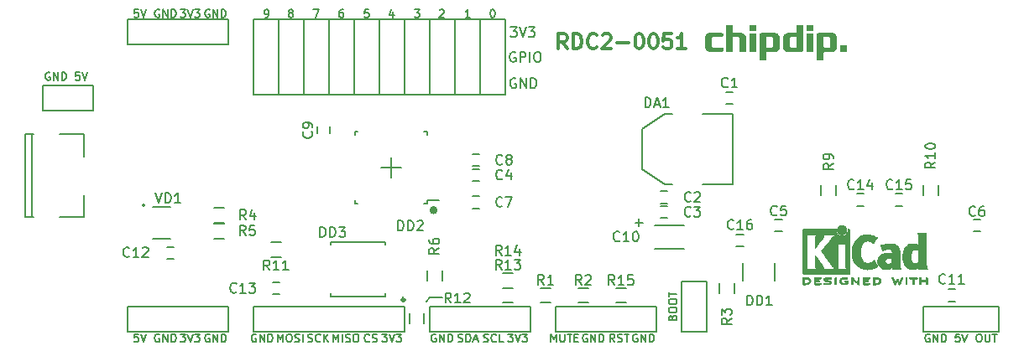
<source format=gbr>
G04 #@! TF.GenerationSoftware,KiCad,Pcbnew,(5.0.0)*
G04 #@! TF.CreationDate,2019-10-15T14:43:01+03:00*
G04 #@! TF.ProjectId,RDC2-0051,524443322D303035312E6B696361645F,rev?*
G04 #@! TF.SameCoordinates,Original*
G04 #@! TF.FileFunction,Legend,Top*
G04 #@! TF.FilePolarity,Positive*
%FSLAX46Y46*%
G04 Gerber Fmt 4.6, Leading zero omitted, Abs format (unit mm)*
G04 Created by KiCad (PCBNEW (5.0.0)) date 10/15/19 14:43:01*
%MOMM*%
%LPD*%
G01*
G04 APERTURE LIST*
%ADD10C,0.300000*%
%ADD11C,0.150000*%
%ADD12C,0.200000*%
%ADD13C,0.010000*%
%ADD14C,0.400000*%
G04 APERTURE END LIST*
D10*
X153964285Y-70178571D02*
X153464285Y-69464285D01*
X153107142Y-70178571D02*
X153107142Y-68678571D01*
X153678571Y-68678571D01*
X153821428Y-68750000D01*
X153892857Y-68821428D01*
X153964285Y-68964285D01*
X153964285Y-69178571D01*
X153892857Y-69321428D01*
X153821428Y-69392857D01*
X153678571Y-69464285D01*
X153107142Y-69464285D01*
X154607142Y-70178571D02*
X154607142Y-68678571D01*
X154964285Y-68678571D01*
X155178571Y-68750000D01*
X155321428Y-68892857D01*
X155392857Y-69035714D01*
X155464285Y-69321428D01*
X155464285Y-69535714D01*
X155392857Y-69821428D01*
X155321428Y-69964285D01*
X155178571Y-70107142D01*
X154964285Y-70178571D01*
X154607142Y-70178571D01*
X156964285Y-70035714D02*
X156892857Y-70107142D01*
X156678571Y-70178571D01*
X156535714Y-70178571D01*
X156321428Y-70107142D01*
X156178571Y-69964285D01*
X156107142Y-69821428D01*
X156035714Y-69535714D01*
X156035714Y-69321428D01*
X156107142Y-69035714D01*
X156178571Y-68892857D01*
X156321428Y-68750000D01*
X156535714Y-68678571D01*
X156678571Y-68678571D01*
X156892857Y-68750000D01*
X156964285Y-68821428D01*
X157535714Y-68821428D02*
X157607142Y-68750000D01*
X157750000Y-68678571D01*
X158107142Y-68678571D01*
X158250000Y-68750000D01*
X158321428Y-68821428D01*
X158392857Y-68964285D01*
X158392857Y-69107142D01*
X158321428Y-69321428D01*
X157464285Y-70178571D01*
X158392857Y-70178571D01*
X159035714Y-69607142D02*
X160178571Y-69607142D01*
X161178571Y-68678571D02*
X161321428Y-68678571D01*
X161464285Y-68750000D01*
X161535714Y-68821428D01*
X161607142Y-68964285D01*
X161678571Y-69250000D01*
X161678571Y-69607142D01*
X161607142Y-69892857D01*
X161535714Y-70035714D01*
X161464285Y-70107142D01*
X161321428Y-70178571D01*
X161178571Y-70178571D01*
X161035714Y-70107142D01*
X160964285Y-70035714D01*
X160892857Y-69892857D01*
X160821428Y-69607142D01*
X160821428Y-69250000D01*
X160892857Y-68964285D01*
X160964285Y-68821428D01*
X161035714Y-68750000D01*
X161178571Y-68678571D01*
X162607142Y-68678571D02*
X162750000Y-68678571D01*
X162892857Y-68750000D01*
X162964285Y-68821428D01*
X163035714Y-68964285D01*
X163107142Y-69250000D01*
X163107142Y-69607142D01*
X163035714Y-69892857D01*
X162964285Y-70035714D01*
X162892857Y-70107142D01*
X162750000Y-70178571D01*
X162607142Y-70178571D01*
X162464285Y-70107142D01*
X162392857Y-70035714D01*
X162321428Y-69892857D01*
X162250000Y-69607142D01*
X162250000Y-69250000D01*
X162321428Y-68964285D01*
X162392857Y-68821428D01*
X162464285Y-68750000D01*
X162607142Y-68678571D01*
X164464285Y-68678571D02*
X163750000Y-68678571D01*
X163678571Y-69392857D01*
X163750000Y-69321428D01*
X163892857Y-69250000D01*
X164250000Y-69250000D01*
X164392857Y-69321428D01*
X164464285Y-69392857D01*
X164535714Y-69535714D01*
X164535714Y-69892857D01*
X164464285Y-70035714D01*
X164392857Y-70107142D01*
X164250000Y-70178571D01*
X163892857Y-70178571D01*
X163750000Y-70107142D01*
X163678571Y-70035714D01*
X165964285Y-70178571D02*
X165107142Y-70178571D01*
X165535714Y-70178571D02*
X165535714Y-68678571D01*
X165392857Y-68892857D01*
X165250000Y-69035714D01*
X165107142Y-69107142D01*
D11*
X148750000Y-70550000D02*
X148654761Y-70502380D01*
X148511904Y-70502380D01*
X148369047Y-70550000D01*
X148273809Y-70645238D01*
X148226190Y-70740476D01*
X148178571Y-70930952D01*
X148178571Y-71073809D01*
X148226190Y-71264285D01*
X148273809Y-71359523D01*
X148369047Y-71454761D01*
X148511904Y-71502380D01*
X148607142Y-71502380D01*
X148750000Y-71454761D01*
X148797619Y-71407142D01*
X148797619Y-71073809D01*
X148607142Y-71073809D01*
X149226190Y-71502380D02*
X149226190Y-70502380D01*
X149607142Y-70502380D01*
X149702380Y-70550000D01*
X149750000Y-70597619D01*
X149797619Y-70692857D01*
X149797619Y-70835714D01*
X149750000Y-70930952D01*
X149702380Y-70978571D01*
X149607142Y-71026190D01*
X149226190Y-71026190D01*
X150226190Y-71502380D02*
X150226190Y-70502380D01*
X150892857Y-70502380D02*
X151083333Y-70502380D01*
X151178571Y-70550000D01*
X151273809Y-70645238D01*
X151321428Y-70835714D01*
X151321428Y-71169047D01*
X151273809Y-71359523D01*
X151178571Y-71454761D01*
X151083333Y-71502380D01*
X150892857Y-71502380D01*
X150797619Y-71454761D01*
X150702380Y-71359523D01*
X150654761Y-71169047D01*
X150654761Y-70835714D01*
X150702380Y-70645238D01*
X150797619Y-70550000D01*
X150892857Y-70502380D01*
X148788095Y-73200000D02*
X148692857Y-73152380D01*
X148550000Y-73152380D01*
X148407142Y-73200000D01*
X148311904Y-73295238D01*
X148264285Y-73390476D01*
X148216666Y-73580952D01*
X148216666Y-73723809D01*
X148264285Y-73914285D01*
X148311904Y-74009523D01*
X148407142Y-74104761D01*
X148550000Y-74152380D01*
X148645238Y-74152380D01*
X148788095Y-74104761D01*
X148835714Y-74057142D01*
X148835714Y-73723809D01*
X148645238Y-73723809D01*
X149264285Y-74152380D02*
X149264285Y-73152380D01*
X149835714Y-74152380D01*
X149835714Y-73152380D01*
X150311904Y-74152380D02*
X150311904Y-73152380D01*
X150550000Y-73152380D01*
X150692857Y-73200000D01*
X150788095Y-73295238D01*
X150835714Y-73390476D01*
X150883333Y-73580952D01*
X150883333Y-73723809D01*
X150835714Y-73914285D01*
X150788095Y-74009523D01*
X150692857Y-74104761D01*
X150550000Y-74152380D01*
X150311904Y-74152380D01*
X148261904Y-68002380D02*
X148880952Y-68002380D01*
X148547619Y-68383333D01*
X148690476Y-68383333D01*
X148785714Y-68430952D01*
X148833333Y-68478571D01*
X148880952Y-68573809D01*
X148880952Y-68811904D01*
X148833333Y-68907142D01*
X148785714Y-68954761D01*
X148690476Y-69002380D01*
X148404761Y-69002380D01*
X148309523Y-68954761D01*
X148261904Y-68907142D01*
X149166666Y-68002380D02*
X149500000Y-69002380D01*
X149833333Y-68002380D01*
X150071428Y-68002380D02*
X150690476Y-68002380D01*
X150357142Y-68383333D01*
X150500000Y-68383333D01*
X150595238Y-68430952D01*
X150642857Y-68478571D01*
X150690476Y-68573809D01*
X150690476Y-68811904D01*
X150642857Y-68907142D01*
X150595238Y-68954761D01*
X150500000Y-69002380D01*
X150214285Y-69002380D01*
X150119047Y-68954761D01*
X150071428Y-68907142D01*
X195450000Y-99011904D02*
X195602380Y-99011904D01*
X195678571Y-99050000D01*
X195754761Y-99126190D01*
X195792857Y-99278571D01*
X195792857Y-99545238D01*
X195754761Y-99697619D01*
X195678571Y-99773809D01*
X195602380Y-99811904D01*
X195450000Y-99811904D01*
X195373809Y-99773809D01*
X195297619Y-99697619D01*
X195259523Y-99545238D01*
X195259523Y-99278571D01*
X195297619Y-99126190D01*
X195373809Y-99050000D01*
X195450000Y-99011904D01*
X196135714Y-99011904D02*
X196135714Y-99659523D01*
X196173809Y-99735714D01*
X196211904Y-99773809D01*
X196288095Y-99811904D01*
X196440476Y-99811904D01*
X196516666Y-99773809D01*
X196554761Y-99735714D01*
X196592857Y-99659523D01*
X196592857Y-99011904D01*
X196859523Y-99011904D02*
X197316666Y-99011904D01*
X197088095Y-99811904D02*
X197088095Y-99011904D01*
X193547619Y-99011904D02*
X193166666Y-99011904D01*
X193128571Y-99392857D01*
X193166666Y-99354761D01*
X193242857Y-99316666D01*
X193433333Y-99316666D01*
X193509523Y-99354761D01*
X193547619Y-99392857D01*
X193585714Y-99469047D01*
X193585714Y-99659523D01*
X193547619Y-99735714D01*
X193509523Y-99773809D01*
X193433333Y-99811904D01*
X193242857Y-99811904D01*
X193166666Y-99773809D01*
X193128571Y-99735714D01*
X193814285Y-99011904D02*
X194080952Y-99811904D01*
X194347619Y-99011904D01*
X190540476Y-99050000D02*
X190464285Y-99011904D01*
X190350000Y-99011904D01*
X190235714Y-99050000D01*
X190159523Y-99126190D01*
X190121428Y-99202380D01*
X190083333Y-99354761D01*
X190083333Y-99469047D01*
X190121428Y-99621428D01*
X190159523Y-99697619D01*
X190235714Y-99773809D01*
X190350000Y-99811904D01*
X190426190Y-99811904D01*
X190540476Y-99773809D01*
X190578571Y-99735714D01*
X190578571Y-99469047D01*
X190426190Y-99469047D01*
X190921428Y-99811904D02*
X190921428Y-99011904D01*
X191378571Y-99811904D01*
X191378571Y-99011904D01*
X191759523Y-99811904D02*
X191759523Y-99011904D01*
X191950000Y-99011904D01*
X192064285Y-99050000D01*
X192140476Y-99126190D01*
X192178571Y-99202380D01*
X192216666Y-99354761D01*
X192216666Y-99469047D01*
X192178571Y-99621428D01*
X192140476Y-99697619D01*
X192064285Y-99773809D01*
X191950000Y-99811904D01*
X191759523Y-99811904D01*
X164592857Y-97335714D02*
X164630952Y-97221428D01*
X164669047Y-97183333D01*
X164745238Y-97145238D01*
X164859523Y-97145238D01*
X164935714Y-97183333D01*
X164973809Y-97221428D01*
X165011904Y-97297619D01*
X165011904Y-97602380D01*
X164211904Y-97602380D01*
X164211904Y-97335714D01*
X164250000Y-97259523D01*
X164288095Y-97221428D01*
X164364285Y-97183333D01*
X164440476Y-97183333D01*
X164516666Y-97221428D01*
X164554761Y-97259523D01*
X164592857Y-97335714D01*
X164592857Y-97602380D01*
X164211904Y-96650000D02*
X164211904Y-96497619D01*
X164250000Y-96421428D01*
X164326190Y-96345238D01*
X164478571Y-96307142D01*
X164745238Y-96307142D01*
X164897619Y-96345238D01*
X164973809Y-96421428D01*
X165011904Y-96497619D01*
X165011904Y-96650000D01*
X164973809Y-96726190D01*
X164897619Y-96802380D01*
X164745238Y-96840476D01*
X164478571Y-96840476D01*
X164326190Y-96802380D01*
X164250000Y-96726190D01*
X164211904Y-96650000D01*
X164211904Y-95811904D02*
X164211904Y-95659523D01*
X164250000Y-95583333D01*
X164326190Y-95507142D01*
X164478571Y-95469047D01*
X164745238Y-95469047D01*
X164897619Y-95507142D01*
X164973809Y-95583333D01*
X165011904Y-95659523D01*
X165011904Y-95811904D01*
X164973809Y-95888095D01*
X164897619Y-95964285D01*
X164745238Y-96002380D01*
X164478571Y-96002380D01*
X164326190Y-95964285D01*
X164250000Y-95888095D01*
X164211904Y-95811904D01*
X164211904Y-95240476D02*
X164211904Y-94783333D01*
X165011904Y-95011904D02*
X164211904Y-95011904D01*
X161040476Y-99050000D02*
X160964285Y-99011904D01*
X160850000Y-99011904D01*
X160735714Y-99050000D01*
X160659523Y-99126190D01*
X160621428Y-99202380D01*
X160583333Y-99354761D01*
X160583333Y-99469047D01*
X160621428Y-99621428D01*
X160659523Y-99697619D01*
X160735714Y-99773809D01*
X160850000Y-99811904D01*
X160926190Y-99811904D01*
X161040476Y-99773809D01*
X161078571Y-99735714D01*
X161078571Y-99469047D01*
X160926190Y-99469047D01*
X161421428Y-99811904D02*
X161421428Y-99011904D01*
X161878571Y-99811904D01*
X161878571Y-99011904D01*
X162259523Y-99811904D02*
X162259523Y-99011904D01*
X162450000Y-99011904D01*
X162564285Y-99050000D01*
X162640476Y-99126190D01*
X162678571Y-99202380D01*
X162716666Y-99354761D01*
X162716666Y-99469047D01*
X162678571Y-99621428D01*
X162640476Y-99697619D01*
X162564285Y-99773809D01*
X162450000Y-99811904D01*
X162259523Y-99811904D01*
X158761904Y-99811904D02*
X158495238Y-99430952D01*
X158304761Y-99811904D02*
X158304761Y-99011904D01*
X158609523Y-99011904D01*
X158685714Y-99050000D01*
X158723809Y-99088095D01*
X158761904Y-99164285D01*
X158761904Y-99278571D01*
X158723809Y-99354761D01*
X158685714Y-99392857D01*
X158609523Y-99430952D01*
X158304761Y-99430952D01*
X159066666Y-99773809D02*
X159180952Y-99811904D01*
X159371428Y-99811904D01*
X159447619Y-99773809D01*
X159485714Y-99735714D01*
X159523809Y-99659523D01*
X159523809Y-99583333D01*
X159485714Y-99507142D01*
X159447619Y-99469047D01*
X159371428Y-99430952D01*
X159219047Y-99392857D01*
X159142857Y-99354761D01*
X159104761Y-99316666D01*
X159066666Y-99240476D01*
X159066666Y-99164285D01*
X159104761Y-99088095D01*
X159142857Y-99050000D01*
X159219047Y-99011904D01*
X159409523Y-99011904D01*
X159523809Y-99050000D01*
X159752380Y-99011904D02*
X160209523Y-99011904D01*
X159980952Y-99811904D02*
X159980952Y-99011904D01*
X152347619Y-99811904D02*
X152347619Y-99011904D01*
X152614285Y-99583333D01*
X152880952Y-99011904D01*
X152880952Y-99811904D01*
X153261904Y-99011904D02*
X153261904Y-99659523D01*
X153300000Y-99735714D01*
X153338095Y-99773809D01*
X153414285Y-99811904D01*
X153566666Y-99811904D01*
X153642857Y-99773809D01*
X153680952Y-99735714D01*
X153719047Y-99659523D01*
X153719047Y-99011904D01*
X153985714Y-99011904D02*
X154442857Y-99011904D01*
X154214285Y-99811904D02*
X154214285Y-99011904D01*
X154709523Y-99392857D02*
X154976190Y-99392857D01*
X155090476Y-99811904D02*
X154709523Y-99811904D01*
X154709523Y-99011904D01*
X155090476Y-99011904D01*
X148009523Y-99011904D02*
X148504761Y-99011904D01*
X148238095Y-99316666D01*
X148352380Y-99316666D01*
X148428571Y-99354761D01*
X148466666Y-99392857D01*
X148504761Y-99469047D01*
X148504761Y-99659523D01*
X148466666Y-99735714D01*
X148428571Y-99773809D01*
X148352380Y-99811904D01*
X148123809Y-99811904D01*
X148047619Y-99773809D01*
X148009523Y-99735714D01*
X148733333Y-99011904D02*
X149000000Y-99811904D01*
X149266666Y-99011904D01*
X149457142Y-99011904D02*
X149952380Y-99011904D01*
X149685714Y-99316666D01*
X149800000Y-99316666D01*
X149876190Y-99354761D01*
X149914285Y-99392857D01*
X149952380Y-99469047D01*
X149952380Y-99659523D01*
X149914285Y-99735714D01*
X149876190Y-99773809D01*
X149800000Y-99811904D01*
X149571428Y-99811904D01*
X149495238Y-99773809D01*
X149457142Y-99735714D01*
X145547619Y-99773809D02*
X145661904Y-99811904D01*
X145852380Y-99811904D01*
X145928571Y-99773809D01*
X145966666Y-99735714D01*
X146004761Y-99659523D01*
X146004761Y-99583333D01*
X145966666Y-99507142D01*
X145928571Y-99469047D01*
X145852380Y-99430952D01*
X145700000Y-99392857D01*
X145623809Y-99354761D01*
X145585714Y-99316666D01*
X145547619Y-99240476D01*
X145547619Y-99164285D01*
X145585714Y-99088095D01*
X145623809Y-99050000D01*
X145700000Y-99011904D01*
X145890476Y-99011904D01*
X146004761Y-99050000D01*
X146804761Y-99735714D02*
X146766666Y-99773809D01*
X146652380Y-99811904D01*
X146576190Y-99811904D01*
X146461904Y-99773809D01*
X146385714Y-99697619D01*
X146347619Y-99621428D01*
X146309523Y-99469047D01*
X146309523Y-99354761D01*
X146347619Y-99202380D01*
X146385714Y-99126190D01*
X146461904Y-99050000D01*
X146576190Y-99011904D01*
X146652380Y-99011904D01*
X146766666Y-99050000D01*
X146804761Y-99088095D01*
X147528571Y-99811904D02*
X147147619Y-99811904D01*
X147147619Y-99011904D01*
X142978571Y-99773809D02*
X143092857Y-99811904D01*
X143283333Y-99811904D01*
X143359523Y-99773809D01*
X143397619Y-99735714D01*
X143435714Y-99659523D01*
X143435714Y-99583333D01*
X143397619Y-99507142D01*
X143359523Y-99469047D01*
X143283333Y-99430952D01*
X143130952Y-99392857D01*
X143054761Y-99354761D01*
X143016666Y-99316666D01*
X142978571Y-99240476D01*
X142978571Y-99164285D01*
X143016666Y-99088095D01*
X143054761Y-99050000D01*
X143130952Y-99011904D01*
X143321428Y-99011904D01*
X143435714Y-99050000D01*
X143778571Y-99811904D02*
X143778571Y-99011904D01*
X143969047Y-99011904D01*
X144083333Y-99050000D01*
X144159523Y-99126190D01*
X144197619Y-99202380D01*
X144235714Y-99354761D01*
X144235714Y-99469047D01*
X144197619Y-99621428D01*
X144159523Y-99697619D01*
X144083333Y-99773809D01*
X143969047Y-99811904D01*
X143778571Y-99811904D01*
X144540476Y-99583333D02*
X144921428Y-99583333D01*
X144464285Y-99811904D02*
X144730952Y-99011904D01*
X144997619Y-99811904D01*
X140740476Y-99050000D02*
X140664285Y-99011904D01*
X140550000Y-99011904D01*
X140435714Y-99050000D01*
X140359523Y-99126190D01*
X140321428Y-99202380D01*
X140283333Y-99354761D01*
X140283333Y-99469047D01*
X140321428Y-99621428D01*
X140359523Y-99697619D01*
X140435714Y-99773809D01*
X140550000Y-99811904D01*
X140626190Y-99811904D01*
X140740476Y-99773809D01*
X140778571Y-99735714D01*
X140778571Y-99469047D01*
X140626190Y-99469047D01*
X141121428Y-99811904D02*
X141121428Y-99011904D01*
X141578571Y-99811904D01*
X141578571Y-99011904D01*
X141959523Y-99811904D02*
X141959523Y-99011904D01*
X142150000Y-99011904D01*
X142264285Y-99050000D01*
X142340476Y-99126190D01*
X142378571Y-99202380D01*
X142416666Y-99354761D01*
X142416666Y-99469047D01*
X142378571Y-99621428D01*
X142340476Y-99697619D01*
X142264285Y-99773809D01*
X142150000Y-99811904D01*
X141959523Y-99811904D01*
X135309523Y-99011904D02*
X135804761Y-99011904D01*
X135538095Y-99316666D01*
X135652380Y-99316666D01*
X135728571Y-99354761D01*
X135766666Y-99392857D01*
X135804761Y-99469047D01*
X135804761Y-99659523D01*
X135766666Y-99735714D01*
X135728571Y-99773809D01*
X135652380Y-99811904D01*
X135423809Y-99811904D01*
X135347619Y-99773809D01*
X135309523Y-99735714D01*
X136033333Y-99011904D02*
X136300000Y-99811904D01*
X136566666Y-99011904D01*
X136757142Y-99011904D02*
X137252380Y-99011904D01*
X136985714Y-99316666D01*
X137100000Y-99316666D01*
X137176190Y-99354761D01*
X137214285Y-99392857D01*
X137252380Y-99469047D01*
X137252380Y-99659523D01*
X137214285Y-99735714D01*
X137176190Y-99773809D01*
X137100000Y-99811904D01*
X136871428Y-99811904D01*
X136795238Y-99773809D01*
X136757142Y-99735714D01*
X134016666Y-99735714D02*
X133978571Y-99773809D01*
X133864285Y-99811904D01*
X133788095Y-99811904D01*
X133673809Y-99773809D01*
X133597619Y-99697619D01*
X133559523Y-99621428D01*
X133521428Y-99469047D01*
X133521428Y-99354761D01*
X133559523Y-99202380D01*
X133597619Y-99126190D01*
X133673809Y-99050000D01*
X133788095Y-99011904D01*
X133864285Y-99011904D01*
X133978571Y-99050000D01*
X134016666Y-99088095D01*
X134321428Y-99773809D02*
X134435714Y-99811904D01*
X134626190Y-99811904D01*
X134702380Y-99773809D01*
X134740476Y-99735714D01*
X134778571Y-99659523D01*
X134778571Y-99583333D01*
X134740476Y-99507142D01*
X134702380Y-99469047D01*
X134626190Y-99430952D01*
X134473809Y-99392857D01*
X134397619Y-99354761D01*
X134359523Y-99316666D01*
X134321428Y-99240476D01*
X134321428Y-99164285D01*
X134359523Y-99088095D01*
X134397619Y-99050000D01*
X134473809Y-99011904D01*
X134664285Y-99011904D01*
X134778571Y-99050000D01*
X130392857Y-99811904D02*
X130392857Y-99011904D01*
X130659523Y-99583333D01*
X130926190Y-99011904D01*
X130926190Y-99811904D01*
X131307142Y-99811904D02*
X131307142Y-99011904D01*
X131650000Y-99773809D02*
X131764285Y-99811904D01*
X131954761Y-99811904D01*
X132030952Y-99773809D01*
X132069047Y-99735714D01*
X132107142Y-99659523D01*
X132107142Y-99583333D01*
X132069047Y-99507142D01*
X132030952Y-99469047D01*
X131954761Y-99430952D01*
X131802380Y-99392857D01*
X131726190Y-99354761D01*
X131688095Y-99316666D01*
X131650000Y-99240476D01*
X131650000Y-99164285D01*
X131688095Y-99088095D01*
X131726190Y-99050000D01*
X131802380Y-99011904D01*
X131992857Y-99011904D01*
X132107142Y-99050000D01*
X132602380Y-99011904D02*
X132754761Y-99011904D01*
X132830952Y-99050000D01*
X132907142Y-99126190D01*
X132945238Y-99278571D01*
X132945238Y-99545238D01*
X132907142Y-99697619D01*
X132830952Y-99773809D01*
X132754761Y-99811904D01*
X132602380Y-99811904D01*
X132526190Y-99773809D01*
X132450000Y-99697619D01*
X132411904Y-99545238D01*
X132411904Y-99278571D01*
X132450000Y-99126190D01*
X132526190Y-99050000D01*
X132602380Y-99011904D01*
X127821428Y-99773809D02*
X127935714Y-99811904D01*
X128126190Y-99811904D01*
X128202380Y-99773809D01*
X128240476Y-99735714D01*
X128278571Y-99659523D01*
X128278571Y-99583333D01*
X128240476Y-99507142D01*
X128202380Y-99469047D01*
X128126190Y-99430952D01*
X127973809Y-99392857D01*
X127897619Y-99354761D01*
X127859523Y-99316666D01*
X127821428Y-99240476D01*
X127821428Y-99164285D01*
X127859523Y-99088095D01*
X127897619Y-99050000D01*
X127973809Y-99011904D01*
X128164285Y-99011904D01*
X128278571Y-99050000D01*
X129078571Y-99735714D02*
X129040476Y-99773809D01*
X128926190Y-99811904D01*
X128850000Y-99811904D01*
X128735714Y-99773809D01*
X128659523Y-99697619D01*
X128621428Y-99621428D01*
X128583333Y-99469047D01*
X128583333Y-99354761D01*
X128621428Y-99202380D01*
X128659523Y-99126190D01*
X128735714Y-99050000D01*
X128850000Y-99011904D01*
X128926190Y-99011904D01*
X129040476Y-99050000D01*
X129078571Y-99088095D01*
X129421428Y-99811904D02*
X129421428Y-99011904D01*
X129878571Y-99811904D02*
X129535714Y-99354761D01*
X129878571Y-99011904D02*
X129421428Y-99469047D01*
X155990476Y-99050000D02*
X155914285Y-99011904D01*
X155800000Y-99011904D01*
X155685714Y-99050000D01*
X155609523Y-99126190D01*
X155571428Y-99202380D01*
X155533333Y-99354761D01*
X155533333Y-99469047D01*
X155571428Y-99621428D01*
X155609523Y-99697619D01*
X155685714Y-99773809D01*
X155800000Y-99811904D01*
X155876190Y-99811904D01*
X155990476Y-99773809D01*
X156028571Y-99735714D01*
X156028571Y-99469047D01*
X155876190Y-99469047D01*
X156371428Y-99811904D02*
X156371428Y-99011904D01*
X156828571Y-99811904D01*
X156828571Y-99011904D01*
X157209523Y-99811904D02*
X157209523Y-99011904D01*
X157400000Y-99011904D01*
X157514285Y-99050000D01*
X157590476Y-99126190D01*
X157628571Y-99202380D01*
X157666666Y-99354761D01*
X157666666Y-99469047D01*
X157628571Y-99621428D01*
X157590476Y-99697619D01*
X157514285Y-99773809D01*
X157400000Y-99811904D01*
X157209523Y-99811904D01*
X122590476Y-99050000D02*
X122514285Y-99011904D01*
X122400000Y-99011904D01*
X122285714Y-99050000D01*
X122209523Y-99126190D01*
X122171428Y-99202380D01*
X122133333Y-99354761D01*
X122133333Y-99469047D01*
X122171428Y-99621428D01*
X122209523Y-99697619D01*
X122285714Y-99773809D01*
X122400000Y-99811904D01*
X122476190Y-99811904D01*
X122590476Y-99773809D01*
X122628571Y-99735714D01*
X122628571Y-99469047D01*
X122476190Y-99469047D01*
X122971428Y-99811904D02*
X122971428Y-99011904D01*
X123428571Y-99811904D01*
X123428571Y-99011904D01*
X123809523Y-99811904D02*
X123809523Y-99011904D01*
X124000000Y-99011904D01*
X124114285Y-99050000D01*
X124190476Y-99126190D01*
X124228571Y-99202380D01*
X124266666Y-99354761D01*
X124266666Y-99469047D01*
X124228571Y-99621428D01*
X124190476Y-99697619D01*
X124114285Y-99773809D01*
X124000000Y-99811904D01*
X123809523Y-99811904D01*
X110697619Y-99011904D02*
X110316666Y-99011904D01*
X110278571Y-99392857D01*
X110316666Y-99354761D01*
X110392857Y-99316666D01*
X110583333Y-99316666D01*
X110659523Y-99354761D01*
X110697619Y-99392857D01*
X110735714Y-99469047D01*
X110735714Y-99659523D01*
X110697619Y-99735714D01*
X110659523Y-99773809D01*
X110583333Y-99811904D01*
X110392857Y-99811904D01*
X110316666Y-99773809D01*
X110278571Y-99735714D01*
X110964285Y-99011904D02*
X111230952Y-99811904D01*
X111497619Y-99011904D01*
X112840476Y-99050000D02*
X112764285Y-99011904D01*
X112650000Y-99011904D01*
X112535714Y-99050000D01*
X112459523Y-99126190D01*
X112421428Y-99202380D01*
X112383333Y-99354761D01*
X112383333Y-99469047D01*
X112421428Y-99621428D01*
X112459523Y-99697619D01*
X112535714Y-99773809D01*
X112650000Y-99811904D01*
X112726190Y-99811904D01*
X112840476Y-99773809D01*
X112878571Y-99735714D01*
X112878571Y-99469047D01*
X112726190Y-99469047D01*
X113221428Y-99811904D02*
X113221428Y-99011904D01*
X113678571Y-99811904D01*
X113678571Y-99011904D01*
X114059523Y-99811904D02*
X114059523Y-99011904D01*
X114250000Y-99011904D01*
X114364285Y-99050000D01*
X114440476Y-99126190D01*
X114478571Y-99202380D01*
X114516666Y-99354761D01*
X114516666Y-99469047D01*
X114478571Y-99621428D01*
X114440476Y-99697619D01*
X114364285Y-99773809D01*
X114250000Y-99811904D01*
X114059523Y-99811904D01*
X117890476Y-99050000D02*
X117814285Y-99011904D01*
X117700000Y-99011904D01*
X117585714Y-99050000D01*
X117509523Y-99126190D01*
X117471428Y-99202380D01*
X117433333Y-99354761D01*
X117433333Y-99469047D01*
X117471428Y-99621428D01*
X117509523Y-99697619D01*
X117585714Y-99773809D01*
X117700000Y-99811904D01*
X117776190Y-99811904D01*
X117890476Y-99773809D01*
X117928571Y-99735714D01*
X117928571Y-99469047D01*
X117776190Y-99469047D01*
X118271428Y-99811904D02*
X118271428Y-99011904D01*
X118728571Y-99811904D01*
X118728571Y-99011904D01*
X119109523Y-99811904D02*
X119109523Y-99011904D01*
X119300000Y-99011904D01*
X119414285Y-99050000D01*
X119490476Y-99126190D01*
X119528571Y-99202380D01*
X119566666Y-99354761D01*
X119566666Y-99469047D01*
X119528571Y-99621428D01*
X119490476Y-99697619D01*
X119414285Y-99773809D01*
X119300000Y-99811904D01*
X119109523Y-99811904D01*
X114959523Y-99011904D02*
X115454761Y-99011904D01*
X115188095Y-99316666D01*
X115302380Y-99316666D01*
X115378571Y-99354761D01*
X115416666Y-99392857D01*
X115454761Y-99469047D01*
X115454761Y-99659523D01*
X115416666Y-99735714D01*
X115378571Y-99773809D01*
X115302380Y-99811904D01*
X115073809Y-99811904D01*
X114997619Y-99773809D01*
X114959523Y-99735714D01*
X115683333Y-99011904D02*
X115950000Y-99811904D01*
X116216666Y-99011904D01*
X116407142Y-99011904D02*
X116902380Y-99011904D01*
X116635714Y-99316666D01*
X116750000Y-99316666D01*
X116826190Y-99354761D01*
X116864285Y-99392857D01*
X116902380Y-99469047D01*
X116902380Y-99659523D01*
X116864285Y-99735714D01*
X116826190Y-99773809D01*
X116750000Y-99811904D01*
X116521428Y-99811904D01*
X116445238Y-99773809D01*
X116407142Y-99735714D01*
X123497619Y-67011904D02*
X123650000Y-67011904D01*
X123726190Y-66973809D01*
X123764285Y-66935714D01*
X123840476Y-66821428D01*
X123878571Y-66669047D01*
X123878571Y-66364285D01*
X123840476Y-66288095D01*
X123802380Y-66250000D01*
X123726190Y-66211904D01*
X123573809Y-66211904D01*
X123497619Y-66250000D01*
X123459523Y-66288095D01*
X123421428Y-66364285D01*
X123421428Y-66554761D01*
X123459523Y-66630952D01*
X123497619Y-66669047D01*
X123573809Y-66707142D01*
X123726190Y-66707142D01*
X123802380Y-66669047D01*
X123840476Y-66630952D01*
X123878571Y-66554761D01*
X126023809Y-66554761D02*
X125947619Y-66516666D01*
X125909523Y-66478571D01*
X125871428Y-66402380D01*
X125871428Y-66364285D01*
X125909523Y-66288095D01*
X125947619Y-66250000D01*
X126023809Y-66211904D01*
X126176190Y-66211904D01*
X126252380Y-66250000D01*
X126290476Y-66288095D01*
X126328571Y-66364285D01*
X126328571Y-66402380D01*
X126290476Y-66478571D01*
X126252380Y-66516666D01*
X126176190Y-66554761D01*
X126023809Y-66554761D01*
X125947619Y-66592857D01*
X125909523Y-66630952D01*
X125871428Y-66707142D01*
X125871428Y-66859523D01*
X125909523Y-66935714D01*
X125947619Y-66973809D01*
X126023809Y-67011904D01*
X126176190Y-67011904D01*
X126252380Y-66973809D01*
X126290476Y-66935714D01*
X126328571Y-66859523D01*
X126328571Y-66707142D01*
X126290476Y-66630952D01*
X126252380Y-66592857D01*
X126176190Y-66554761D01*
X128383333Y-66211904D02*
X128916666Y-66211904D01*
X128573809Y-67011904D01*
X131352380Y-66211904D02*
X131200000Y-66211904D01*
X131123809Y-66250000D01*
X131085714Y-66288095D01*
X131009523Y-66402380D01*
X130971428Y-66554761D01*
X130971428Y-66859523D01*
X131009523Y-66935714D01*
X131047619Y-66973809D01*
X131123809Y-67011904D01*
X131276190Y-67011904D01*
X131352380Y-66973809D01*
X131390476Y-66935714D01*
X131428571Y-66859523D01*
X131428571Y-66669047D01*
X131390476Y-66592857D01*
X131352380Y-66554761D01*
X131276190Y-66516666D01*
X131123809Y-66516666D01*
X131047619Y-66554761D01*
X131009523Y-66592857D01*
X130971428Y-66669047D01*
X133940476Y-66211904D02*
X133559523Y-66211904D01*
X133521428Y-66592857D01*
X133559523Y-66554761D01*
X133635714Y-66516666D01*
X133826190Y-66516666D01*
X133902380Y-66554761D01*
X133940476Y-66592857D01*
X133978571Y-66669047D01*
X133978571Y-66859523D01*
X133940476Y-66935714D01*
X133902380Y-66973809D01*
X133826190Y-67011904D01*
X133635714Y-67011904D01*
X133559523Y-66973809D01*
X133521428Y-66935714D01*
X136402380Y-66478571D02*
X136402380Y-67011904D01*
X136211904Y-66173809D02*
X136021428Y-66745238D01*
X136516666Y-66745238D01*
X138583333Y-66211904D02*
X139078571Y-66211904D01*
X138811904Y-66516666D01*
X138926190Y-66516666D01*
X139002380Y-66554761D01*
X139040476Y-66592857D01*
X139078571Y-66669047D01*
X139078571Y-66859523D01*
X139040476Y-66935714D01*
X139002380Y-66973809D01*
X138926190Y-67011904D01*
X138697619Y-67011904D01*
X138621428Y-66973809D01*
X138583333Y-66935714D01*
X141121428Y-66288095D02*
X141159523Y-66250000D01*
X141235714Y-66211904D01*
X141426190Y-66211904D01*
X141502380Y-66250000D01*
X141540476Y-66288095D01*
X141578571Y-66364285D01*
X141578571Y-66440476D01*
X141540476Y-66554761D01*
X141083333Y-67011904D01*
X141578571Y-67011904D01*
X144178571Y-67011904D02*
X143721428Y-67011904D01*
X143950000Y-67011904D02*
X143950000Y-66211904D01*
X143873809Y-66326190D01*
X143797619Y-66402380D01*
X143721428Y-66440476D01*
X146411904Y-66211904D02*
X146488095Y-66211904D01*
X146564285Y-66250000D01*
X146602380Y-66288095D01*
X146640476Y-66364285D01*
X146678571Y-66516666D01*
X146678571Y-66707142D01*
X146640476Y-66859523D01*
X146602380Y-66935714D01*
X146564285Y-66973809D01*
X146488095Y-67011904D01*
X146411904Y-67011904D01*
X146335714Y-66973809D01*
X146297619Y-66935714D01*
X146259523Y-66859523D01*
X146221428Y-66707142D01*
X146221428Y-66516666D01*
X146259523Y-66364285D01*
X146297619Y-66288095D01*
X146335714Y-66250000D01*
X146411904Y-66211904D01*
X117890476Y-66250000D02*
X117814285Y-66211904D01*
X117700000Y-66211904D01*
X117585714Y-66250000D01*
X117509523Y-66326190D01*
X117471428Y-66402380D01*
X117433333Y-66554761D01*
X117433333Y-66669047D01*
X117471428Y-66821428D01*
X117509523Y-66897619D01*
X117585714Y-66973809D01*
X117700000Y-67011904D01*
X117776190Y-67011904D01*
X117890476Y-66973809D01*
X117928571Y-66935714D01*
X117928571Y-66669047D01*
X117776190Y-66669047D01*
X118271428Y-67011904D02*
X118271428Y-66211904D01*
X118728571Y-67011904D01*
X118728571Y-66211904D01*
X119109523Y-67011904D02*
X119109523Y-66211904D01*
X119300000Y-66211904D01*
X119414285Y-66250000D01*
X119490476Y-66326190D01*
X119528571Y-66402380D01*
X119566666Y-66554761D01*
X119566666Y-66669047D01*
X119528571Y-66821428D01*
X119490476Y-66897619D01*
X119414285Y-66973809D01*
X119300000Y-67011904D01*
X119109523Y-67011904D01*
X114959523Y-66211904D02*
X115454761Y-66211904D01*
X115188095Y-66516666D01*
X115302380Y-66516666D01*
X115378571Y-66554761D01*
X115416666Y-66592857D01*
X115454761Y-66669047D01*
X115454761Y-66859523D01*
X115416666Y-66935714D01*
X115378571Y-66973809D01*
X115302380Y-67011904D01*
X115073809Y-67011904D01*
X114997619Y-66973809D01*
X114959523Y-66935714D01*
X115683333Y-66211904D02*
X115950000Y-67011904D01*
X116216666Y-66211904D01*
X116407142Y-66211904D02*
X116902380Y-66211904D01*
X116635714Y-66516666D01*
X116750000Y-66516666D01*
X116826190Y-66554761D01*
X116864285Y-66592857D01*
X116902380Y-66669047D01*
X116902380Y-66859523D01*
X116864285Y-66935714D01*
X116826190Y-66973809D01*
X116750000Y-67011904D01*
X116521428Y-67011904D01*
X116445238Y-66973809D01*
X116407142Y-66935714D01*
X112840476Y-66250000D02*
X112764285Y-66211904D01*
X112650000Y-66211904D01*
X112535714Y-66250000D01*
X112459523Y-66326190D01*
X112421428Y-66402380D01*
X112383333Y-66554761D01*
X112383333Y-66669047D01*
X112421428Y-66821428D01*
X112459523Y-66897619D01*
X112535714Y-66973809D01*
X112650000Y-67011904D01*
X112726190Y-67011904D01*
X112840476Y-66973809D01*
X112878571Y-66935714D01*
X112878571Y-66669047D01*
X112726190Y-66669047D01*
X113221428Y-67011904D02*
X113221428Y-66211904D01*
X113678571Y-67011904D01*
X113678571Y-66211904D01*
X114059523Y-67011904D02*
X114059523Y-66211904D01*
X114250000Y-66211904D01*
X114364285Y-66250000D01*
X114440476Y-66326190D01*
X114478571Y-66402380D01*
X114516666Y-66554761D01*
X114516666Y-66669047D01*
X114478571Y-66821428D01*
X114440476Y-66897619D01*
X114364285Y-66973809D01*
X114250000Y-67011904D01*
X114059523Y-67011904D01*
X110697619Y-66211904D02*
X110316666Y-66211904D01*
X110278571Y-66592857D01*
X110316666Y-66554761D01*
X110392857Y-66516666D01*
X110583333Y-66516666D01*
X110659523Y-66554761D01*
X110697619Y-66592857D01*
X110735714Y-66669047D01*
X110735714Y-66859523D01*
X110697619Y-66935714D01*
X110659523Y-66973809D01*
X110583333Y-67011904D01*
X110392857Y-67011904D01*
X110316666Y-66973809D01*
X110278571Y-66935714D01*
X110964285Y-66211904D02*
X111230952Y-67011904D01*
X111497619Y-66211904D01*
D12*
X140100000Y-95350000D02*
X139750000Y-95700000D01*
X141350000Y-95350000D02*
X140100000Y-95350000D01*
D11*
X101790476Y-72600000D02*
X101714285Y-72561904D01*
X101600000Y-72561904D01*
X101485714Y-72600000D01*
X101409523Y-72676190D01*
X101371428Y-72752380D01*
X101333333Y-72904761D01*
X101333333Y-73019047D01*
X101371428Y-73171428D01*
X101409523Y-73247619D01*
X101485714Y-73323809D01*
X101600000Y-73361904D01*
X101676190Y-73361904D01*
X101790476Y-73323809D01*
X101828571Y-73285714D01*
X101828571Y-73019047D01*
X101676190Y-73019047D01*
X102171428Y-73361904D02*
X102171428Y-72561904D01*
X102628571Y-73361904D01*
X102628571Y-72561904D01*
X103009523Y-73361904D02*
X103009523Y-72561904D01*
X103200000Y-72561904D01*
X103314285Y-72600000D01*
X103390476Y-72676190D01*
X103428571Y-72752380D01*
X103466666Y-72904761D01*
X103466666Y-73019047D01*
X103428571Y-73171428D01*
X103390476Y-73247619D01*
X103314285Y-73323809D01*
X103200000Y-73361904D01*
X103009523Y-73361904D01*
X104797619Y-72561904D02*
X104416666Y-72561904D01*
X104378571Y-72942857D01*
X104416666Y-72904761D01*
X104492857Y-72866666D01*
X104683333Y-72866666D01*
X104759523Y-72904761D01*
X104797619Y-72942857D01*
X104835714Y-73019047D01*
X104835714Y-73209523D01*
X104797619Y-73285714D01*
X104759523Y-73323809D01*
X104683333Y-73361904D01*
X104492857Y-73361904D01*
X104416666Y-73323809D01*
X104378571Y-73285714D01*
X105064285Y-72561904D02*
X105330952Y-73361904D01*
X105597619Y-72561904D01*
X124792857Y-99811904D02*
X124792857Y-99011904D01*
X125059523Y-99583333D01*
X125326190Y-99011904D01*
X125326190Y-99811904D01*
X125859523Y-99011904D02*
X126011904Y-99011904D01*
X126088095Y-99050000D01*
X126164285Y-99126190D01*
X126202380Y-99278571D01*
X126202380Y-99545238D01*
X126164285Y-99697619D01*
X126088095Y-99773809D01*
X126011904Y-99811904D01*
X125859523Y-99811904D01*
X125783333Y-99773809D01*
X125707142Y-99697619D01*
X125669047Y-99545238D01*
X125669047Y-99278571D01*
X125707142Y-99126190D01*
X125783333Y-99050000D01*
X125859523Y-99011904D01*
X126507142Y-99773809D02*
X126621428Y-99811904D01*
X126811904Y-99811904D01*
X126888095Y-99773809D01*
X126926190Y-99735714D01*
X126964285Y-99659523D01*
X126964285Y-99583333D01*
X126926190Y-99507142D01*
X126888095Y-99469047D01*
X126811904Y-99430952D01*
X126659523Y-99392857D01*
X126583333Y-99354761D01*
X126545238Y-99316666D01*
X126507142Y-99240476D01*
X126507142Y-99164285D01*
X126545238Y-99088095D01*
X126583333Y-99050000D01*
X126659523Y-99011904D01*
X126850000Y-99011904D01*
X126964285Y-99050000D01*
X127307142Y-99811904D02*
X127307142Y-99011904D01*
D13*
G04 #@! TO.C,G\002A\002A\002A*
G36*
X174486820Y-68547258D02*
X174617111Y-68553883D01*
X174740187Y-68564149D01*
X174851549Y-68577707D01*
X174946698Y-68594209D01*
X175021137Y-68613305D01*
X175056444Y-68627021D01*
X175130856Y-68668923D01*
X175193290Y-68718807D01*
X175244618Y-68779131D01*
X175285713Y-68852357D01*
X175317445Y-68940946D01*
X175340687Y-69047358D01*
X175356310Y-69174054D01*
X175365186Y-69323495D01*
X175368187Y-69498141D01*
X175368198Y-69507056D01*
X175366015Y-69681763D01*
X175358905Y-69830832D01*
X175346384Y-69956498D01*
X175327964Y-70060993D01*
X175303160Y-70146550D01*
X175271487Y-70215404D01*
X175232457Y-70269786D01*
X175194534Y-70305219D01*
X175131343Y-70347237D01*
X175059745Y-70379455D01*
X174973268Y-70404184D01*
X174865441Y-70423732D01*
X174860499Y-70424453D01*
X174794908Y-70431967D01*
X174712421Y-70438423D01*
X174618481Y-70443694D01*
X174518533Y-70447655D01*
X174418019Y-70450180D01*
X174322381Y-70451143D01*
X174237063Y-70450417D01*
X174167509Y-70447877D01*
X174119160Y-70443397D01*
X174110314Y-70441811D01*
X174060295Y-70439123D01*
X174034990Y-70449584D01*
X174027462Y-70456934D01*
X174021621Y-70468817D01*
X174017277Y-70488490D01*
X174014241Y-70519209D01*
X174012322Y-70564230D01*
X174011331Y-70626808D01*
X174011077Y-70710200D01*
X174011370Y-70817661D01*
X174011521Y-70851857D01*
X174013302Y-71235667D01*
X173391333Y-71235667D01*
X173391526Y-69962139D01*
X173391646Y-69774383D01*
X173391941Y-69594284D01*
X173392193Y-69500000D01*
X174011226Y-69500000D01*
X174011303Y-69642670D01*
X174011605Y-69759735D01*
X174012241Y-69853814D01*
X174013319Y-69927524D01*
X174014948Y-69983483D01*
X174017235Y-70024308D01*
X174020289Y-70052617D01*
X174024219Y-70071029D01*
X174029132Y-70082160D01*
X174035137Y-70088628D01*
X174035588Y-70088964D01*
X174055011Y-70095958D01*
X174093108Y-70101081D01*
X174152368Y-70104486D01*
X174235279Y-70106327D01*
X174323277Y-70106778D01*
X174416195Y-70106603D01*
X174485388Y-70105771D01*
X174535350Y-70103821D01*
X174570577Y-70100294D01*
X174595564Y-70094729D01*
X174614808Y-70086666D01*
X174632802Y-70075643D01*
X174633789Y-70074980D01*
X174673494Y-70040334D01*
X174706943Y-69998575D01*
X174709235Y-69994793D01*
X174717242Y-69979625D01*
X174723586Y-69962423D01*
X174728463Y-69939892D01*
X174732071Y-69908740D01*
X174734607Y-69865672D01*
X174736267Y-69807395D01*
X174737250Y-69730615D01*
X174737753Y-69632039D01*
X174737965Y-69515063D01*
X174738013Y-69392779D01*
X174737722Y-69295293D01*
X174736889Y-69219181D01*
X174735310Y-69161018D01*
X174732778Y-69117381D01*
X174729091Y-69084846D01*
X174724043Y-69059987D01*
X174717429Y-69039382D01*
X174709046Y-69019606D01*
X174708260Y-69017885D01*
X174674813Y-68961762D01*
X174631442Y-68924177D01*
X174571759Y-68900929D01*
X174514895Y-68890682D01*
X174464872Y-68886792D01*
X174400021Y-68885321D01*
X174326335Y-68885992D01*
X174249807Y-68888526D01*
X174176429Y-68892645D01*
X174112196Y-68898068D01*
X174063099Y-68904519D01*
X174035131Y-68911718D01*
X174032772Y-68913095D01*
X174027342Y-68920014D01*
X174022889Y-68933764D01*
X174019320Y-68956880D01*
X174016541Y-68991900D01*
X174014459Y-69041359D01*
X174012982Y-69107795D01*
X174012016Y-69193744D01*
X174011468Y-69301743D01*
X174011245Y-69434329D01*
X174011226Y-69500000D01*
X173392193Y-69500000D01*
X173392397Y-69423895D01*
X173393000Y-69265274D01*
X173393736Y-69120473D01*
X173394592Y-68991550D01*
X173395554Y-68880558D01*
X173396608Y-68789552D01*
X173397741Y-68720588D01*
X173398940Y-68675721D01*
X173400189Y-68657006D01*
X173400199Y-68656970D01*
X173404755Y-68644498D01*
X173412791Y-68633776D01*
X173426680Y-68624449D01*
X173448800Y-68616162D01*
X173481524Y-68608559D01*
X173527228Y-68601286D01*
X173588289Y-68593987D01*
X173667080Y-68586308D01*
X173765977Y-68577893D01*
X173887357Y-68568387D01*
X174033593Y-68557435D01*
X174097642Y-68552713D01*
X174222587Y-68546324D01*
X174353812Y-68544622D01*
X174486820Y-68547258D01*
X174486820Y-68547258D01*
G37*
X174486820Y-68547258D02*
X174617111Y-68553883D01*
X174740187Y-68564149D01*
X174851549Y-68577707D01*
X174946698Y-68594209D01*
X175021137Y-68613305D01*
X175056444Y-68627021D01*
X175130856Y-68668923D01*
X175193290Y-68718807D01*
X175244618Y-68779131D01*
X175285713Y-68852357D01*
X175317445Y-68940946D01*
X175340687Y-69047358D01*
X175356310Y-69174054D01*
X175365186Y-69323495D01*
X175368187Y-69498141D01*
X175368198Y-69507056D01*
X175366015Y-69681763D01*
X175358905Y-69830832D01*
X175346384Y-69956498D01*
X175327964Y-70060993D01*
X175303160Y-70146550D01*
X175271487Y-70215404D01*
X175232457Y-70269786D01*
X175194534Y-70305219D01*
X175131343Y-70347237D01*
X175059745Y-70379455D01*
X174973268Y-70404184D01*
X174865441Y-70423732D01*
X174860499Y-70424453D01*
X174794908Y-70431967D01*
X174712421Y-70438423D01*
X174618481Y-70443694D01*
X174518533Y-70447655D01*
X174418019Y-70450180D01*
X174322381Y-70451143D01*
X174237063Y-70450417D01*
X174167509Y-70447877D01*
X174119160Y-70443397D01*
X174110314Y-70441811D01*
X174060295Y-70439123D01*
X174034990Y-70449584D01*
X174027462Y-70456934D01*
X174021621Y-70468817D01*
X174017277Y-70488490D01*
X174014241Y-70519209D01*
X174012322Y-70564230D01*
X174011331Y-70626808D01*
X174011077Y-70710200D01*
X174011370Y-70817661D01*
X174011521Y-70851857D01*
X174013302Y-71235667D01*
X173391333Y-71235667D01*
X173391526Y-69962139D01*
X173391646Y-69774383D01*
X173391941Y-69594284D01*
X173392193Y-69500000D01*
X174011226Y-69500000D01*
X174011303Y-69642670D01*
X174011605Y-69759735D01*
X174012241Y-69853814D01*
X174013319Y-69927524D01*
X174014948Y-69983483D01*
X174017235Y-70024308D01*
X174020289Y-70052617D01*
X174024219Y-70071029D01*
X174029132Y-70082160D01*
X174035137Y-70088628D01*
X174035588Y-70088964D01*
X174055011Y-70095958D01*
X174093108Y-70101081D01*
X174152368Y-70104486D01*
X174235279Y-70106327D01*
X174323277Y-70106778D01*
X174416195Y-70106603D01*
X174485388Y-70105771D01*
X174535350Y-70103821D01*
X174570577Y-70100294D01*
X174595564Y-70094729D01*
X174614808Y-70086666D01*
X174632802Y-70075643D01*
X174633789Y-70074980D01*
X174673494Y-70040334D01*
X174706943Y-69998575D01*
X174709235Y-69994793D01*
X174717242Y-69979625D01*
X174723586Y-69962423D01*
X174728463Y-69939892D01*
X174732071Y-69908740D01*
X174734607Y-69865672D01*
X174736267Y-69807395D01*
X174737250Y-69730615D01*
X174737753Y-69632039D01*
X174737965Y-69515063D01*
X174738013Y-69392779D01*
X174737722Y-69295293D01*
X174736889Y-69219181D01*
X174735310Y-69161018D01*
X174732778Y-69117381D01*
X174729091Y-69084846D01*
X174724043Y-69059987D01*
X174717429Y-69039382D01*
X174709046Y-69019606D01*
X174708260Y-69017885D01*
X174674813Y-68961762D01*
X174631442Y-68924177D01*
X174571759Y-68900929D01*
X174514895Y-68890682D01*
X174464872Y-68886792D01*
X174400021Y-68885321D01*
X174326335Y-68885992D01*
X174249807Y-68888526D01*
X174176429Y-68892645D01*
X174112196Y-68898068D01*
X174063099Y-68904519D01*
X174035131Y-68911718D01*
X174032772Y-68913095D01*
X174027342Y-68920014D01*
X174022889Y-68933764D01*
X174019320Y-68956880D01*
X174016541Y-68991900D01*
X174014459Y-69041359D01*
X174012982Y-69107795D01*
X174012016Y-69193744D01*
X174011468Y-69301743D01*
X174011245Y-69434329D01*
X174011226Y-69500000D01*
X173392193Y-69500000D01*
X173392397Y-69423895D01*
X173393000Y-69265274D01*
X173393736Y-69120473D01*
X173394592Y-68991550D01*
X173395554Y-68880558D01*
X173396608Y-68789552D01*
X173397741Y-68720588D01*
X173398940Y-68675721D01*
X173400189Y-68657006D01*
X173400199Y-68656970D01*
X173404755Y-68644498D01*
X173412791Y-68633776D01*
X173426680Y-68624449D01*
X173448800Y-68616162D01*
X173481524Y-68608559D01*
X173527228Y-68601286D01*
X173588289Y-68593987D01*
X173667080Y-68586308D01*
X173765977Y-68577893D01*
X173887357Y-68568387D01*
X174033593Y-68557435D01*
X174097642Y-68552713D01*
X174222587Y-68546324D01*
X174353812Y-68544622D01*
X174486820Y-68547258D01*
G36*
X180239591Y-68546140D02*
X180374068Y-68553044D01*
X180501617Y-68563948D01*
X180617685Y-68578490D01*
X180717720Y-68596309D01*
X180797169Y-68617043D01*
X180835942Y-68632067D01*
X180923099Y-68684600D01*
X180992939Y-68753088D01*
X181047581Y-68840526D01*
X181089145Y-68949910D01*
X181105548Y-69013167D01*
X181113317Y-69051127D01*
X181119383Y-69091437D01*
X181123937Y-69138066D01*
X181127173Y-69194979D01*
X181129283Y-69266145D01*
X181130459Y-69355529D01*
X181130894Y-69467100D01*
X181130892Y-69535278D01*
X181130642Y-69655517D01*
X181129985Y-69751523D01*
X181128676Y-69827285D01*
X181126473Y-69886792D01*
X181123133Y-69934032D01*
X181118414Y-69972994D01*
X181112072Y-70007668D01*
X181103866Y-70042041D01*
X181098917Y-70060622D01*
X181064383Y-70162268D01*
X181019868Y-70243695D01*
X180962105Y-70307446D01*
X180887826Y-70356066D01*
X180793766Y-70392098D01*
X180676656Y-70418086D01*
X180630781Y-70425117D01*
X180565738Y-70432310D01*
X180483648Y-70438521D01*
X180389878Y-70443629D01*
X180289795Y-70447516D01*
X180188765Y-70450061D01*
X180092153Y-70451145D01*
X180005325Y-70450647D01*
X179933649Y-70448448D01*
X179882489Y-70444427D01*
X179868333Y-70442150D01*
X179841879Y-70436950D01*
X179821070Y-70435648D01*
X179805196Y-70441140D01*
X179793548Y-70456318D01*
X179785416Y-70484079D01*
X179780093Y-70527315D01*
X179776868Y-70588922D01*
X179775032Y-70671794D01*
X179773877Y-70778825D01*
X179773443Y-70829457D01*
X179772580Y-70929599D01*
X179771779Y-71020837D01*
X179771076Y-71099250D01*
X179770506Y-71160915D01*
X179770105Y-71201910D01*
X179769915Y-71218028D01*
X179763245Y-71224145D01*
X179741694Y-71228779D01*
X179702533Y-71232090D01*
X179643032Y-71234234D01*
X179560459Y-71235372D01*
X179466166Y-71235667D01*
X179162778Y-71235667D01*
X179162778Y-69945508D01*
X179162736Y-69721907D01*
X179162685Y-69524842D01*
X179162736Y-69352626D01*
X179162826Y-69301974D01*
X179771379Y-69301974D01*
X179771607Y-69415761D01*
X179772310Y-69537165D01*
X179772382Y-69546386D01*
X179773618Y-69685582D01*
X179774980Y-69799139D01*
X179776590Y-69889642D01*
X179778567Y-69959674D01*
X179781031Y-70011819D01*
X179784101Y-70048661D01*
X179787899Y-70072783D01*
X179792544Y-70086769D01*
X179797778Y-70092975D01*
X179818127Y-70097238D01*
X179861817Y-70100961D01*
X179923969Y-70103908D01*
X179999704Y-70105847D01*
X180080000Y-70106540D01*
X180175794Y-70106243D01*
X180247842Y-70104953D01*
X180300616Y-70102318D01*
X180338583Y-70097982D01*
X180366214Y-70091594D01*
X180387978Y-70082799D01*
X180389441Y-70082062D01*
X180430772Y-70054112D01*
X180465364Y-70019788D01*
X180467052Y-70017549D01*
X180475007Y-70005682D01*
X180481371Y-69992047D01*
X180486322Y-69973565D01*
X180490036Y-69947159D01*
X180492691Y-69909751D01*
X180494464Y-69858261D01*
X180495531Y-69789613D01*
X180496071Y-69700728D01*
X180496259Y-69588528D01*
X180496278Y-69509549D01*
X180496202Y-69381778D01*
X180495858Y-69279091D01*
X180495072Y-69198352D01*
X180493670Y-69136422D01*
X180491477Y-69090163D01*
X180488320Y-69056439D01*
X180484023Y-69032112D01*
X180478412Y-69014044D01*
X180471314Y-68999097D01*
X180467556Y-68992499D01*
X180444382Y-68957194D01*
X180419130Y-68930640D01*
X180387588Y-68911672D01*
X180345543Y-68899124D01*
X180288782Y-68891831D01*
X180213091Y-68888625D01*
X180114257Y-68888343D01*
X180091832Y-68888530D01*
X179998480Y-68890289D01*
X179919942Y-68893519D01*
X179860060Y-68897972D01*
X179822675Y-68903403D01*
X179813745Y-68906340D01*
X179790748Y-68930795D01*
X179776517Y-68967477D01*
X179774734Y-68991672D01*
X179773305Y-69040653D01*
X179772253Y-69110986D01*
X179771603Y-69199238D01*
X179771379Y-69301974D01*
X179162826Y-69301974D01*
X179163002Y-69203573D01*
X179163592Y-69075998D01*
X179164620Y-68968213D01*
X179166195Y-68878533D01*
X179168431Y-68805271D01*
X179171437Y-68746742D01*
X179175327Y-68701258D01*
X179180210Y-68667134D01*
X179186200Y-68642683D01*
X179193406Y-68626220D01*
X179201942Y-68616058D01*
X179211917Y-68610510D01*
X179223444Y-68607891D01*
X179236635Y-68606514D01*
X179251426Y-68604722D01*
X179268932Y-68602200D01*
X179293527Y-68599312D01*
X179327958Y-68595819D01*
X179374975Y-68591477D01*
X179437326Y-68586047D01*
X179517759Y-68579286D01*
X179619024Y-68570954D01*
X179743868Y-68560809D01*
X179840111Y-68553035D01*
X179968060Y-68545774D01*
X180102737Y-68543596D01*
X180239591Y-68546140D01*
X180239591Y-68546140D01*
G37*
X180239591Y-68546140D02*
X180374068Y-68553044D01*
X180501617Y-68563948D01*
X180617685Y-68578490D01*
X180717720Y-68596309D01*
X180797169Y-68617043D01*
X180835942Y-68632067D01*
X180923099Y-68684600D01*
X180992939Y-68753088D01*
X181047581Y-68840526D01*
X181089145Y-68949910D01*
X181105548Y-69013167D01*
X181113317Y-69051127D01*
X181119383Y-69091437D01*
X181123937Y-69138066D01*
X181127173Y-69194979D01*
X181129283Y-69266145D01*
X181130459Y-69355529D01*
X181130894Y-69467100D01*
X181130892Y-69535278D01*
X181130642Y-69655517D01*
X181129985Y-69751523D01*
X181128676Y-69827285D01*
X181126473Y-69886792D01*
X181123133Y-69934032D01*
X181118414Y-69972994D01*
X181112072Y-70007668D01*
X181103866Y-70042041D01*
X181098917Y-70060622D01*
X181064383Y-70162268D01*
X181019868Y-70243695D01*
X180962105Y-70307446D01*
X180887826Y-70356066D01*
X180793766Y-70392098D01*
X180676656Y-70418086D01*
X180630781Y-70425117D01*
X180565738Y-70432310D01*
X180483648Y-70438521D01*
X180389878Y-70443629D01*
X180289795Y-70447516D01*
X180188765Y-70450061D01*
X180092153Y-70451145D01*
X180005325Y-70450647D01*
X179933649Y-70448448D01*
X179882489Y-70444427D01*
X179868333Y-70442150D01*
X179841879Y-70436950D01*
X179821070Y-70435648D01*
X179805196Y-70441140D01*
X179793548Y-70456318D01*
X179785416Y-70484079D01*
X179780093Y-70527315D01*
X179776868Y-70588922D01*
X179775032Y-70671794D01*
X179773877Y-70778825D01*
X179773443Y-70829457D01*
X179772580Y-70929599D01*
X179771779Y-71020837D01*
X179771076Y-71099250D01*
X179770506Y-71160915D01*
X179770105Y-71201910D01*
X179769915Y-71218028D01*
X179763245Y-71224145D01*
X179741694Y-71228779D01*
X179702533Y-71232090D01*
X179643032Y-71234234D01*
X179560459Y-71235372D01*
X179466166Y-71235667D01*
X179162778Y-71235667D01*
X179162778Y-69945508D01*
X179162736Y-69721907D01*
X179162685Y-69524842D01*
X179162736Y-69352626D01*
X179162826Y-69301974D01*
X179771379Y-69301974D01*
X179771607Y-69415761D01*
X179772310Y-69537165D01*
X179772382Y-69546386D01*
X179773618Y-69685582D01*
X179774980Y-69799139D01*
X179776590Y-69889642D01*
X179778567Y-69959674D01*
X179781031Y-70011819D01*
X179784101Y-70048661D01*
X179787899Y-70072783D01*
X179792544Y-70086769D01*
X179797778Y-70092975D01*
X179818127Y-70097238D01*
X179861817Y-70100961D01*
X179923969Y-70103908D01*
X179999704Y-70105847D01*
X180080000Y-70106540D01*
X180175794Y-70106243D01*
X180247842Y-70104953D01*
X180300616Y-70102318D01*
X180338583Y-70097982D01*
X180366214Y-70091594D01*
X180387978Y-70082799D01*
X180389441Y-70082062D01*
X180430772Y-70054112D01*
X180465364Y-70019788D01*
X180467052Y-70017549D01*
X180475007Y-70005682D01*
X180481371Y-69992047D01*
X180486322Y-69973565D01*
X180490036Y-69947159D01*
X180492691Y-69909751D01*
X180494464Y-69858261D01*
X180495531Y-69789613D01*
X180496071Y-69700728D01*
X180496259Y-69588528D01*
X180496278Y-69509549D01*
X180496202Y-69381778D01*
X180495858Y-69279091D01*
X180495072Y-69198352D01*
X180493670Y-69136422D01*
X180491477Y-69090163D01*
X180488320Y-69056439D01*
X180484023Y-69032112D01*
X180478412Y-69014044D01*
X180471314Y-68999097D01*
X180467556Y-68992499D01*
X180444382Y-68957194D01*
X180419130Y-68930640D01*
X180387588Y-68911672D01*
X180345543Y-68899124D01*
X180288782Y-68891831D01*
X180213091Y-68888625D01*
X180114257Y-68888343D01*
X180091832Y-68888530D01*
X179998480Y-68890289D01*
X179919942Y-68893519D01*
X179860060Y-68897972D01*
X179822675Y-68903403D01*
X179813745Y-68906340D01*
X179790748Y-68930795D01*
X179776517Y-68967477D01*
X179774734Y-68991672D01*
X179773305Y-69040653D01*
X179772253Y-69110986D01*
X179771603Y-69199238D01*
X179771379Y-69301974D01*
X179162826Y-69301974D01*
X179163002Y-69203573D01*
X179163592Y-69075998D01*
X179164620Y-68968213D01*
X179166195Y-68878533D01*
X179168431Y-68805271D01*
X179171437Y-68746742D01*
X179175327Y-68701258D01*
X179180210Y-68667134D01*
X179186200Y-68642683D01*
X179193406Y-68626220D01*
X179201942Y-68616058D01*
X179211917Y-68610510D01*
X179223444Y-68607891D01*
X179236635Y-68606514D01*
X179251426Y-68604722D01*
X179268932Y-68602200D01*
X179293527Y-68599312D01*
X179327958Y-68595819D01*
X179374975Y-68591477D01*
X179437326Y-68586047D01*
X179517759Y-68579286D01*
X179619024Y-68570954D01*
X179743868Y-68560809D01*
X179840111Y-68553035D01*
X179968060Y-68545774D01*
X180102737Y-68543596D01*
X180239591Y-68546140D01*
G36*
X168786556Y-68543894D02*
X168896330Y-68548112D01*
X169022293Y-68555974D01*
X169167999Y-68567522D01*
X169337006Y-68582798D01*
X169395089Y-68588336D01*
X169481184Y-68597038D01*
X169543084Y-68606102D01*
X169584679Y-68618700D01*
X169609854Y-68638005D01*
X169622499Y-68667190D01*
X169626500Y-68709428D01*
X169625746Y-68767892D01*
X169625514Y-68776397D01*
X169622829Y-68833239D01*
X169618553Y-68879073D01*
X169613439Y-68906753D01*
X169611282Y-68911189D01*
X169593805Y-68914154D01*
X169554061Y-68914280D01*
X169497845Y-68911721D01*
X169430953Y-68906631D01*
X169426879Y-68906263D01*
X169355901Y-68901488D01*
X169264930Y-68897914D01*
X169162174Y-68895721D01*
X169055843Y-68895091D01*
X168962246Y-68896039D01*
X168849487Y-68898784D01*
X168761176Y-68902766D01*
X168693541Y-68908916D01*
X168642809Y-68918159D01*
X168605209Y-68931426D01*
X168576966Y-68949642D01*
X168554310Y-68973738D01*
X168535735Y-69000965D01*
X168525516Y-69018228D01*
X168517533Y-69035625D01*
X168511454Y-69056805D01*
X168506947Y-69085417D01*
X168503681Y-69125110D01*
X168501323Y-69179533D01*
X168499542Y-69252336D01*
X168498007Y-69347167D01*
X168496907Y-69428206D01*
X168495927Y-69533503D01*
X168495754Y-69634400D01*
X168496336Y-69725946D01*
X168497624Y-69803189D01*
X168499568Y-69861178D01*
X168501588Y-69890634D01*
X168517879Y-69968679D01*
X168549078Y-70024907D01*
X168597628Y-70062822D01*
X168631366Y-70076735D01*
X168677371Y-70086443D01*
X168746892Y-70094107D01*
X168835293Y-70099626D01*
X168937936Y-70102899D01*
X169050182Y-70103826D01*
X169167393Y-70102307D01*
X169284932Y-70098241D01*
X169378512Y-70092921D01*
X169472688Y-70086784D01*
X169542474Y-70083082D01*
X169591598Y-70081836D01*
X169623788Y-70083065D01*
X169642773Y-70086790D01*
X169652281Y-70093032D01*
X169653269Y-70094417D01*
X169659194Y-70117214D01*
X169663618Y-70159741D01*
X169665717Y-70213512D01*
X169665784Y-70223195D01*
X169665606Y-70273697D01*
X169662682Y-70312831D01*
X169653759Y-70342491D01*
X169635584Y-70364570D01*
X169604908Y-70380961D01*
X169558477Y-70393559D01*
X169493040Y-70404258D01*
X169405345Y-70414951D01*
X169320278Y-70424408D01*
X169215906Y-70434090D01*
X169096085Y-70442140D01*
X168968656Y-70448283D01*
X168841464Y-70452245D01*
X168722352Y-70453751D01*
X168619163Y-70452526D01*
X168572389Y-70450608D01*
X168417724Y-70436134D01*
X168281494Y-70411280D01*
X168166064Y-70376699D01*
X168073802Y-70333045D01*
X168027560Y-70300269D01*
X167984718Y-70251906D01*
X167946055Y-70187258D01*
X167917973Y-70118176D01*
X167909115Y-70081101D01*
X167898921Y-70042132D01*
X167884963Y-70016583D01*
X167879538Y-70012563D01*
X167874003Y-69996850D01*
X167869264Y-69956928D01*
X167865328Y-69896794D01*
X167862203Y-69820449D01*
X167859896Y-69731889D01*
X167858415Y-69635114D01*
X167857765Y-69534122D01*
X167857955Y-69432912D01*
X167858992Y-69335481D01*
X167860883Y-69245829D01*
X167863635Y-69167954D01*
X167867257Y-69105854D01*
X167871755Y-69063527D01*
X167877136Y-69044973D01*
X167877778Y-69044556D01*
X167889812Y-69028059D01*
X167903267Y-68991939D01*
X167913897Y-68949932D01*
X167948047Y-68843365D01*
X168003194Y-68754361D01*
X168079967Y-68682386D01*
X168178997Y-68626910D01*
X168300912Y-68587398D01*
X168356012Y-68575982D01*
X168438199Y-68562616D01*
X168518790Y-68552681D01*
X168601342Y-68546221D01*
X168689412Y-68543278D01*
X168786556Y-68543894D01*
X168786556Y-68543894D01*
G37*
X168786556Y-68543894D02*
X168896330Y-68548112D01*
X169022293Y-68555974D01*
X169167999Y-68567522D01*
X169337006Y-68582798D01*
X169395089Y-68588336D01*
X169481184Y-68597038D01*
X169543084Y-68606102D01*
X169584679Y-68618700D01*
X169609854Y-68638005D01*
X169622499Y-68667190D01*
X169626500Y-68709428D01*
X169625746Y-68767892D01*
X169625514Y-68776397D01*
X169622829Y-68833239D01*
X169618553Y-68879073D01*
X169613439Y-68906753D01*
X169611282Y-68911189D01*
X169593805Y-68914154D01*
X169554061Y-68914280D01*
X169497845Y-68911721D01*
X169430953Y-68906631D01*
X169426879Y-68906263D01*
X169355901Y-68901488D01*
X169264930Y-68897914D01*
X169162174Y-68895721D01*
X169055843Y-68895091D01*
X168962246Y-68896039D01*
X168849487Y-68898784D01*
X168761176Y-68902766D01*
X168693541Y-68908916D01*
X168642809Y-68918159D01*
X168605209Y-68931426D01*
X168576966Y-68949642D01*
X168554310Y-68973738D01*
X168535735Y-69000965D01*
X168525516Y-69018228D01*
X168517533Y-69035625D01*
X168511454Y-69056805D01*
X168506947Y-69085417D01*
X168503681Y-69125110D01*
X168501323Y-69179533D01*
X168499542Y-69252336D01*
X168498007Y-69347167D01*
X168496907Y-69428206D01*
X168495927Y-69533503D01*
X168495754Y-69634400D01*
X168496336Y-69725946D01*
X168497624Y-69803189D01*
X168499568Y-69861178D01*
X168501588Y-69890634D01*
X168517879Y-69968679D01*
X168549078Y-70024907D01*
X168597628Y-70062822D01*
X168631366Y-70076735D01*
X168677371Y-70086443D01*
X168746892Y-70094107D01*
X168835293Y-70099626D01*
X168937936Y-70102899D01*
X169050182Y-70103826D01*
X169167393Y-70102307D01*
X169284932Y-70098241D01*
X169378512Y-70092921D01*
X169472688Y-70086784D01*
X169542474Y-70083082D01*
X169591598Y-70081836D01*
X169623788Y-70083065D01*
X169642773Y-70086790D01*
X169652281Y-70093032D01*
X169653269Y-70094417D01*
X169659194Y-70117214D01*
X169663618Y-70159741D01*
X169665717Y-70213512D01*
X169665784Y-70223195D01*
X169665606Y-70273697D01*
X169662682Y-70312831D01*
X169653759Y-70342491D01*
X169635584Y-70364570D01*
X169604908Y-70380961D01*
X169558477Y-70393559D01*
X169493040Y-70404258D01*
X169405345Y-70414951D01*
X169320278Y-70424408D01*
X169215906Y-70434090D01*
X169096085Y-70442140D01*
X168968656Y-70448283D01*
X168841464Y-70452245D01*
X168722352Y-70453751D01*
X168619163Y-70452526D01*
X168572389Y-70450608D01*
X168417724Y-70436134D01*
X168281494Y-70411280D01*
X168166064Y-70376699D01*
X168073802Y-70333045D01*
X168027560Y-70300269D01*
X167984718Y-70251906D01*
X167946055Y-70187258D01*
X167917973Y-70118176D01*
X167909115Y-70081101D01*
X167898921Y-70042132D01*
X167884963Y-70016583D01*
X167879538Y-70012563D01*
X167874003Y-69996850D01*
X167869264Y-69956928D01*
X167865328Y-69896794D01*
X167862203Y-69820449D01*
X167859896Y-69731889D01*
X167858415Y-69635114D01*
X167857765Y-69534122D01*
X167857955Y-69432912D01*
X167858992Y-69335481D01*
X167860883Y-69245829D01*
X167863635Y-69167954D01*
X167867257Y-69105854D01*
X167871755Y-69063527D01*
X167877136Y-69044973D01*
X167877778Y-69044556D01*
X167889812Y-69028059D01*
X167903267Y-68991939D01*
X167913897Y-68949932D01*
X167948047Y-68843365D01*
X168003194Y-68754361D01*
X168079967Y-68682386D01*
X168178997Y-68626910D01*
X168300912Y-68587398D01*
X168356012Y-68575982D01*
X168438199Y-68562616D01*
X168518790Y-68552681D01*
X168601342Y-68546221D01*
X168689412Y-68543278D01*
X168786556Y-68543894D01*
G36*
X177695222Y-69046881D02*
X177695198Y-69266714D01*
X177695104Y-69460069D01*
X177694907Y-69628688D01*
X177694574Y-69774315D01*
X177694071Y-69898693D01*
X177693364Y-70003566D01*
X177692422Y-70090677D01*
X177691211Y-70161770D01*
X177689696Y-70218588D01*
X177687846Y-70262874D01*
X177685627Y-70296372D01*
X177683005Y-70320825D01*
X177679948Y-70337977D01*
X177676422Y-70349570D01*
X177672394Y-70357349D01*
X177670178Y-70360357D01*
X177657283Y-70372911D01*
X177638628Y-70382617D01*
X177609452Y-70390531D01*
X177564991Y-70397710D01*
X177500484Y-70405210D01*
X177440873Y-70411215D01*
X177279377Y-70426581D01*
X177141242Y-70438687D01*
X177021813Y-70447686D01*
X176916438Y-70453734D01*
X176820461Y-70456986D01*
X176729229Y-70457597D01*
X176638089Y-70455720D01*
X176542385Y-70451512D01*
X176437464Y-70445128D01*
X176432278Y-70444780D01*
X176280533Y-70431172D01*
X176153901Y-70411664D01*
X176049637Y-70384888D01*
X175964999Y-70349476D01*
X175897242Y-70304061D01*
X175843623Y-70247275D01*
X175801399Y-70177750D01*
X175776000Y-70117637D01*
X175760173Y-70057302D01*
X175747121Y-69972826D01*
X175737042Y-69868171D01*
X175730137Y-69747301D01*
X175726605Y-69614179D01*
X175726632Y-69518132D01*
X176343912Y-69518132D01*
X176344512Y-69628134D01*
X176347314Y-69731706D01*
X176352388Y-69823907D01*
X176359805Y-69899792D01*
X176368909Y-69951556D01*
X176397514Y-70021937D01*
X176442637Y-70070250D01*
X176487944Y-70091703D01*
X176515777Y-70095828D01*
X176566351Y-70099528D01*
X176634188Y-70102550D01*
X176713808Y-70104642D01*
X176787575Y-70105505D01*
X176881349Y-70105624D01*
X176950879Y-70104718D01*
X177000138Y-70102490D01*
X177033093Y-70098641D01*
X177053717Y-70092874D01*
X177065978Y-70084892D01*
X177066270Y-70084603D01*
X177071863Y-70076252D01*
X177076446Y-70061733D01*
X177080117Y-70038452D01*
X177082972Y-70003817D01*
X177085108Y-69955235D01*
X177086624Y-69890112D01*
X177087616Y-69805857D01*
X177088182Y-69699876D01*
X177088419Y-69569576D01*
X177088444Y-69493665D01*
X177088333Y-69349984D01*
X177087937Y-69231967D01*
X177087162Y-69137053D01*
X177085912Y-69062685D01*
X177084092Y-69006302D01*
X177081609Y-68965347D01*
X177078367Y-68937260D01*
X177074271Y-68919483D01*
X177069227Y-68909456D01*
X177066715Y-68906867D01*
X177048981Y-68899830D01*
X177013259Y-68894547D01*
X176956953Y-68890842D01*
X176877466Y-68888539D01*
X176779969Y-68887500D01*
X176514952Y-68886167D01*
X176455407Y-68925549D01*
X176417590Y-68955667D01*
X176389650Y-68987091D01*
X176382565Y-68999907D01*
X176371447Y-69044685D01*
X176362104Y-69112690D01*
X176354609Y-69198980D01*
X176349031Y-69298613D01*
X176345441Y-69406644D01*
X176343912Y-69518132D01*
X175726632Y-69518132D01*
X175726645Y-69472767D01*
X175730458Y-69327028D01*
X175733147Y-69267167D01*
X175743314Y-69122794D01*
X175758871Y-69003086D01*
X175781348Y-68904751D01*
X175812274Y-68824497D01*
X175853181Y-68759031D01*
X175905596Y-68705062D01*
X175971051Y-68659297D01*
X176030111Y-68628143D01*
X176084938Y-68609007D01*
X176162805Y-68591518D01*
X176258555Y-68576110D01*
X176367030Y-68563220D01*
X176483075Y-68553282D01*
X176601532Y-68546734D01*
X176717245Y-68544010D01*
X176825056Y-68545546D01*
X176919810Y-68551778D01*
X176926166Y-68552438D01*
X177000809Y-68558533D01*
X177048999Y-68557949D01*
X177070805Y-68551505D01*
X177076393Y-68539650D01*
X177080776Y-68512716D01*
X177084060Y-68468281D01*
X177086352Y-68403922D01*
X177087759Y-68317216D01*
X177088387Y-68205740D01*
X177088444Y-68150661D01*
X177088444Y-67764334D01*
X177695222Y-67764334D01*
X177695222Y-69046881D01*
X177695222Y-69046881D01*
G37*
X177695222Y-69046881D02*
X177695198Y-69266714D01*
X177695104Y-69460069D01*
X177694907Y-69628688D01*
X177694574Y-69774315D01*
X177694071Y-69898693D01*
X177693364Y-70003566D01*
X177692422Y-70090677D01*
X177691211Y-70161770D01*
X177689696Y-70218588D01*
X177687846Y-70262874D01*
X177685627Y-70296372D01*
X177683005Y-70320825D01*
X177679948Y-70337977D01*
X177676422Y-70349570D01*
X177672394Y-70357349D01*
X177670178Y-70360357D01*
X177657283Y-70372911D01*
X177638628Y-70382617D01*
X177609452Y-70390531D01*
X177564991Y-70397710D01*
X177500484Y-70405210D01*
X177440873Y-70411215D01*
X177279377Y-70426581D01*
X177141242Y-70438687D01*
X177021813Y-70447686D01*
X176916438Y-70453734D01*
X176820461Y-70456986D01*
X176729229Y-70457597D01*
X176638089Y-70455720D01*
X176542385Y-70451512D01*
X176437464Y-70445128D01*
X176432278Y-70444780D01*
X176280533Y-70431172D01*
X176153901Y-70411664D01*
X176049637Y-70384888D01*
X175964999Y-70349476D01*
X175897242Y-70304061D01*
X175843623Y-70247275D01*
X175801399Y-70177750D01*
X175776000Y-70117637D01*
X175760173Y-70057302D01*
X175747121Y-69972826D01*
X175737042Y-69868171D01*
X175730137Y-69747301D01*
X175726605Y-69614179D01*
X175726632Y-69518132D01*
X176343912Y-69518132D01*
X176344512Y-69628134D01*
X176347314Y-69731706D01*
X176352388Y-69823907D01*
X176359805Y-69899792D01*
X176368909Y-69951556D01*
X176397514Y-70021937D01*
X176442637Y-70070250D01*
X176487944Y-70091703D01*
X176515777Y-70095828D01*
X176566351Y-70099528D01*
X176634188Y-70102550D01*
X176713808Y-70104642D01*
X176787575Y-70105505D01*
X176881349Y-70105624D01*
X176950879Y-70104718D01*
X177000138Y-70102490D01*
X177033093Y-70098641D01*
X177053717Y-70092874D01*
X177065978Y-70084892D01*
X177066270Y-70084603D01*
X177071863Y-70076252D01*
X177076446Y-70061733D01*
X177080117Y-70038452D01*
X177082972Y-70003817D01*
X177085108Y-69955235D01*
X177086624Y-69890112D01*
X177087616Y-69805857D01*
X177088182Y-69699876D01*
X177088419Y-69569576D01*
X177088444Y-69493665D01*
X177088333Y-69349984D01*
X177087937Y-69231967D01*
X177087162Y-69137053D01*
X177085912Y-69062685D01*
X177084092Y-69006302D01*
X177081609Y-68965347D01*
X177078367Y-68937260D01*
X177074271Y-68919483D01*
X177069227Y-68909456D01*
X177066715Y-68906867D01*
X177048981Y-68899830D01*
X177013259Y-68894547D01*
X176956953Y-68890842D01*
X176877466Y-68888539D01*
X176779969Y-68887500D01*
X176514952Y-68886167D01*
X176455407Y-68925549D01*
X176417590Y-68955667D01*
X176389650Y-68987091D01*
X176382565Y-68999907D01*
X176371447Y-69044685D01*
X176362104Y-69112690D01*
X176354609Y-69198980D01*
X176349031Y-69298613D01*
X176345441Y-69406644D01*
X176343912Y-69518132D01*
X175726632Y-69518132D01*
X175726645Y-69472767D01*
X175730458Y-69327028D01*
X175733147Y-69267167D01*
X175743314Y-69122794D01*
X175758871Y-69003086D01*
X175781348Y-68904751D01*
X175812274Y-68824497D01*
X175853181Y-68759031D01*
X175905596Y-68705062D01*
X175971051Y-68659297D01*
X176030111Y-68628143D01*
X176084938Y-68609007D01*
X176162805Y-68591518D01*
X176258555Y-68576110D01*
X176367030Y-68563220D01*
X176483075Y-68553282D01*
X176601532Y-68546734D01*
X176717245Y-68544010D01*
X176825056Y-68545546D01*
X176919810Y-68551778D01*
X176926166Y-68552438D01*
X177000809Y-68558533D01*
X177048999Y-68557949D01*
X177070805Y-68551505D01*
X177076393Y-68539650D01*
X177080776Y-68512716D01*
X177084060Y-68468281D01*
X177086352Y-68403922D01*
X177087759Y-68317216D01*
X177088387Y-68205740D01*
X177088444Y-68150661D01*
X177088444Y-67764334D01*
X177695222Y-67764334D01*
X177695222Y-69046881D01*
G36*
X170399267Y-67764717D02*
X170479105Y-67765972D01*
X170536185Y-67768258D01*
X170573234Y-67771732D01*
X170592980Y-67776553D01*
X170598208Y-67781972D01*
X170598382Y-67800432D01*
X170598415Y-67843097D01*
X170598313Y-67905950D01*
X170598087Y-67984973D01*
X170597745Y-68076151D01*
X170597394Y-68155103D01*
X170596967Y-68264556D01*
X170597022Y-68349309D01*
X170597813Y-68412887D01*
X170599590Y-68458810D01*
X170602607Y-68490603D01*
X170607115Y-68511786D01*
X170613368Y-68525883D01*
X170621618Y-68536416D01*
X170624956Y-68539846D01*
X170655501Y-68560468D01*
X170690886Y-68558821D01*
X170692798Y-68558298D01*
X170718370Y-68555084D01*
X170767214Y-68552409D01*
X170834385Y-68550412D01*
X170914934Y-68549233D01*
X171003915Y-68549010D01*
X171020666Y-68549084D01*
X171191576Y-68552395D01*
X171337193Y-68560919D01*
X171460119Y-68575571D01*
X171562956Y-68597266D01*
X171648303Y-68626918D01*
X171718762Y-68665443D01*
X171776935Y-68713755D01*
X171825421Y-68772770D01*
X171866822Y-68843401D01*
X171868834Y-68847417D01*
X171916181Y-68942611D01*
X171916451Y-69669334D01*
X171916722Y-70396056D01*
X171623916Y-70399870D01*
X171536452Y-70400511D01*
X171459388Y-70400122D01*
X171396873Y-70398805D01*
X171353058Y-70396657D01*
X171332093Y-70393780D01*
X171330879Y-70392814D01*
X171330764Y-70376907D01*
X171330523Y-70335611D01*
X171330172Y-70271756D01*
X171329725Y-70188175D01*
X171329199Y-70087700D01*
X171328607Y-69973163D01*
X171327966Y-69847396D01*
X171327352Y-69725778D01*
X171324055Y-69069611D01*
X171288778Y-69007157D01*
X171263905Y-68967302D01*
X171237572Y-68937458D01*
X171205392Y-68916228D01*
X171162981Y-68902213D01*
X171105954Y-68894016D01*
X171029926Y-68890238D01*
X170930512Y-68889480D01*
X170919814Y-68889514D01*
X170839102Y-68890377D01*
X170766544Y-68892194D01*
X170707603Y-68894749D01*
X170667747Y-68897824D01*
X170654422Y-68900073D01*
X170626493Y-68920023D01*
X170610269Y-68945702D01*
X170607199Y-68968007D01*
X170604495Y-69016535D01*
X170602192Y-69089290D01*
X170600325Y-69184274D01*
X170598926Y-69299491D01*
X170598031Y-69432944D01*
X170597674Y-69582636D01*
X170597730Y-69678385D01*
X170597782Y-69816183D01*
X170597502Y-69945490D01*
X170596918Y-70063545D01*
X170596059Y-70167587D01*
X170594955Y-70254854D01*
X170593635Y-70322586D01*
X170592128Y-70368021D01*
X170590463Y-70388399D01*
X170590208Y-70389113D01*
X170574289Y-70393142D01*
X170535320Y-70396559D01*
X170478465Y-70399324D01*
X170408892Y-70401396D01*
X170331764Y-70402736D01*
X170252248Y-70403302D01*
X170175509Y-70403055D01*
X170106714Y-70401954D01*
X170051028Y-70399960D01*
X170013616Y-70397032D01*
X169999963Y-70393704D01*
X169998600Y-70378535D01*
X169997296Y-70337124D01*
X169996066Y-70271449D01*
X169994924Y-70183491D01*
X169993882Y-70075230D01*
X169992957Y-69948644D01*
X169992161Y-69805713D01*
X169991509Y-69648418D01*
X169991016Y-69478737D01*
X169990694Y-69298650D01*
X169990559Y-69110136D01*
X169990555Y-69074315D01*
X169990555Y-67764334D01*
X170293944Y-67764334D01*
X170399267Y-67764717D01*
X170399267Y-67764717D01*
G37*
X170399267Y-67764717D02*
X170479105Y-67765972D01*
X170536185Y-67768258D01*
X170573234Y-67771732D01*
X170592980Y-67776553D01*
X170598208Y-67781972D01*
X170598382Y-67800432D01*
X170598415Y-67843097D01*
X170598313Y-67905950D01*
X170598087Y-67984973D01*
X170597745Y-68076151D01*
X170597394Y-68155103D01*
X170596967Y-68264556D01*
X170597022Y-68349309D01*
X170597813Y-68412887D01*
X170599590Y-68458810D01*
X170602607Y-68490603D01*
X170607115Y-68511786D01*
X170613368Y-68525883D01*
X170621618Y-68536416D01*
X170624956Y-68539846D01*
X170655501Y-68560468D01*
X170690886Y-68558821D01*
X170692798Y-68558298D01*
X170718370Y-68555084D01*
X170767214Y-68552409D01*
X170834385Y-68550412D01*
X170914934Y-68549233D01*
X171003915Y-68549010D01*
X171020666Y-68549084D01*
X171191576Y-68552395D01*
X171337193Y-68560919D01*
X171460119Y-68575571D01*
X171562956Y-68597266D01*
X171648303Y-68626918D01*
X171718762Y-68665443D01*
X171776935Y-68713755D01*
X171825421Y-68772770D01*
X171866822Y-68843401D01*
X171868834Y-68847417D01*
X171916181Y-68942611D01*
X171916451Y-69669334D01*
X171916722Y-70396056D01*
X171623916Y-70399870D01*
X171536452Y-70400511D01*
X171459388Y-70400122D01*
X171396873Y-70398805D01*
X171353058Y-70396657D01*
X171332093Y-70393780D01*
X171330879Y-70392814D01*
X171330764Y-70376907D01*
X171330523Y-70335611D01*
X171330172Y-70271756D01*
X171329725Y-70188175D01*
X171329199Y-70087700D01*
X171328607Y-69973163D01*
X171327966Y-69847396D01*
X171327352Y-69725778D01*
X171324055Y-69069611D01*
X171288778Y-69007157D01*
X171263905Y-68967302D01*
X171237572Y-68937458D01*
X171205392Y-68916228D01*
X171162981Y-68902213D01*
X171105954Y-68894016D01*
X171029926Y-68890238D01*
X170930512Y-68889480D01*
X170919814Y-68889514D01*
X170839102Y-68890377D01*
X170766544Y-68892194D01*
X170707603Y-68894749D01*
X170667747Y-68897824D01*
X170654422Y-68900073D01*
X170626493Y-68920023D01*
X170610269Y-68945702D01*
X170607199Y-68968007D01*
X170604495Y-69016535D01*
X170602192Y-69089290D01*
X170600325Y-69184274D01*
X170598926Y-69299491D01*
X170598031Y-69432944D01*
X170597674Y-69582636D01*
X170597730Y-69678385D01*
X170597782Y-69816183D01*
X170597502Y-69945490D01*
X170596918Y-70063545D01*
X170596059Y-70167587D01*
X170594955Y-70254854D01*
X170593635Y-70322586D01*
X170592128Y-70368021D01*
X170590463Y-70388399D01*
X170590208Y-70389113D01*
X170574289Y-70393142D01*
X170535320Y-70396559D01*
X170478465Y-70399324D01*
X170408892Y-70401396D01*
X170331764Y-70402736D01*
X170252248Y-70403302D01*
X170175509Y-70403055D01*
X170106714Y-70401954D01*
X170051028Y-70399960D01*
X170013616Y-70397032D01*
X169999963Y-70393704D01*
X169998600Y-70378535D01*
X169997296Y-70337124D01*
X169996066Y-70271449D01*
X169994924Y-70183491D01*
X169993882Y-70075230D01*
X169992957Y-69948644D01*
X169992161Y-69805713D01*
X169991509Y-69648418D01*
X169991016Y-69478737D01*
X169990694Y-69298650D01*
X169990559Y-69110136D01*
X169990555Y-69074315D01*
X169990555Y-67764334D01*
X170293944Y-67764334D01*
X170399267Y-67764717D01*
G36*
X172960944Y-70396056D02*
X172667806Y-70399871D01*
X172564407Y-70400826D01*
X172486269Y-70400552D01*
X172430449Y-70398912D01*
X172394008Y-70395767D01*
X172374004Y-70390979D01*
X172367814Y-70385760D01*
X172366665Y-70368831D01*
X172365691Y-70326135D01*
X172364902Y-70260127D01*
X172364304Y-70173261D01*
X172363909Y-70067993D01*
X172363723Y-69946777D01*
X172363756Y-69812069D01*
X172364017Y-69666322D01*
X172364514Y-69511992D01*
X172364619Y-69485889D01*
X172368278Y-68603945D01*
X172960944Y-68603945D01*
X172960944Y-70396056D01*
X172960944Y-70396056D01*
G37*
X172960944Y-70396056D02*
X172667806Y-70399871D01*
X172564407Y-70400826D01*
X172486269Y-70400552D01*
X172430449Y-70398912D01*
X172394008Y-70395767D01*
X172374004Y-70390979D01*
X172367814Y-70385760D01*
X172366665Y-70368831D01*
X172365691Y-70326135D01*
X172364902Y-70260127D01*
X172364304Y-70173261D01*
X172363909Y-70067993D01*
X172363723Y-69946777D01*
X172363756Y-69812069D01*
X172364017Y-69666322D01*
X172364514Y-69511992D01*
X172364619Y-69485889D01*
X172368278Y-68603945D01*
X172960944Y-68603945D01*
X172960944Y-70396056D01*
G36*
X178736285Y-69471778D02*
X178736855Y-69626507D01*
X178737155Y-69773427D01*
X178737196Y-69910009D01*
X178736988Y-70033725D01*
X178736542Y-70142048D01*
X178735869Y-70232450D01*
X178734979Y-70302403D01*
X178733884Y-70349379D01*
X178732593Y-70370851D01*
X178732489Y-70371361D01*
X178729258Y-70382022D01*
X178722990Y-70389981D01*
X178709989Y-70395634D01*
X178686562Y-70399375D01*
X178649016Y-70401598D01*
X178593656Y-70402699D01*
X178516789Y-70403072D01*
X178435344Y-70403111D01*
X178331338Y-70402667D01*
X178252818Y-70401226D01*
X178197061Y-70398625D01*
X178161343Y-70394704D01*
X178142941Y-70389299D01*
X178139149Y-70385472D01*
X178138019Y-70368595D01*
X178137063Y-70325950D01*
X178136291Y-70259990D01*
X178135709Y-70173170D01*
X178135326Y-70067943D01*
X178135151Y-69946763D01*
X178135193Y-69812084D01*
X178135459Y-69666360D01*
X178135958Y-69512043D01*
X178136064Y-69485889D01*
X178139722Y-68603945D01*
X178732389Y-68603945D01*
X178736285Y-69471778D01*
X178736285Y-69471778D01*
G37*
X178736285Y-69471778D02*
X178736855Y-69626507D01*
X178737155Y-69773427D01*
X178737196Y-69910009D01*
X178736988Y-70033725D01*
X178736542Y-70142048D01*
X178735869Y-70232450D01*
X178734979Y-70302403D01*
X178733884Y-70349379D01*
X178732593Y-70370851D01*
X178732489Y-70371361D01*
X178729258Y-70382022D01*
X178722990Y-70389981D01*
X178709989Y-70395634D01*
X178686562Y-70399375D01*
X178649016Y-70401598D01*
X178593656Y-70402699D01*
X178516789Y-70403072D01*
X178435344Y-70403111D01*
X178331338Y-70402667D01*
X178252818Y-70401226D01*
X178197061Y-70398625D01*
X178161343Y-70394704D01*
X178142941Y-70389299D01*
X178139149Y-70385472D01*
X178138019Y-70368595D01*
X178137063Y-70325950D01*
X178136291Y-70259990D01*
X178135709Y-70173170D01*
X178135326Y-70067943D01*
X178135151Y-69946763D01*
X178135193Y-69812084D01*
X178135459Y-69666360D01*
X178135958Y-69512043D01*
X178136064Y-69485889D01*
X178139722Y-68603945D01*
X178732389Y-68603945D01*
X178736285Y-69471778D01*
G36*
X182140222Y-70403111D02*
X181846240Y-70403111D01*
X181757872Y-70402679D01*
X181679228Y-70401471D01*
X181614625Y-70399621D01*
X181568381Y-70397263D01*
X181544813Y-70394531D01*
X181542852Y-70393704D01*
X181539928Y-70377286D01*
X181537374Y-70337157D01*
X181535342Y-70277826D01*
X181533983Y-70203803D01*
X181533447Y-70119598D01*
X181533444Y-70112991D01*
X181533712Y-70017647D01*
X181534710Y-69946836D01*
X181536732Y-69896873D01*
X181540073Y-69864075D01*
X181545027Y-69844756D01*
X181551886Y-69835230D01*
X181555765Y-69833121D01*
X181576259Y-69830491D01*
X181620283Y-69828187D01*
X181683142Y-69826343D01*
X181760145Y-69825092D01*
X181846598Y-69824564D01*
X181859154Y-69824556D01*
X182140222Y-69824556D01*
X182140222Y-70403111D01*
X182140222Y-70403111D01*
G37*
X182140222Y-70403111D02*
X181846240Y-70403111D01*
X181757872Y-70402679D01*
X181679228Y-70401471D01*
X181614625Y-70399621D01*
X181568381Y-70397263D01*
X181544813Y-70394531D01*
X181542852Y-70393704D01*
X181539928Y-70377286D01*
X181537374Y-70337157D01*
X181535342Y-70277826D01*
X181533983Y-70203803D01*
X181533447Y-70119598D01*
X181533444Y-70112991D01*
X181533712Y-70017647D01*
X181534710Y-69946836D01*
X181536732Y-69896873D01*
X181540073Y-69864075D01*
X181545027Y-69844756D01*
X181551886Y-69835230D01*
X181555765Y-69833121D01*
X181576259Y-69830491D01*
X181620283Y-69828187D01*
X181683142Y-69826343D01*
X181760145Y-69825092D01*
X181846598Y-69824564D01*
X181859154Y-69824556D01*
X182140222Y-69824556D01*
X182140222Y-70403111D01*
G36*
X172968000Y-68010445D02*
X172967140Y-68109429D01*
X172964626Y-68185681D01*
X172960553Y-68237543D01*
X172955019Y-68263355D01*
X172953146Y-68265737D01*
X172933872Y-68269210D01*
X172891838Y-68272096D01*
X172832503Y-68274362D01*
X172761325Y-68275974D01*
X172683760Y-68276896D01*
X172605267Y-68277096D01*
X172531303Y-68276539D01*
X172467326Y-68275191D01*
X172418794Y-68273018D01*
X172391165Y-68269986D01*
X172388591Y-68269260D01*
X172378722Y-68263951D01*
X172371555Y-68253740D01*
X172366660Y-68234589D01*
X172363610Y-68202459D01*
X172361973Y-68153312D01*
X172361322Y-68083110D01*
X172361222Y-68011733D01*
X172361222Y-67764334D01*
X172968000Y-67764334D01*
X172968000Y-68010445D01*
X172968000Y-68010445D01*
G37*
X172968000Y-68010445D02*
X172967140Y-68109429D01*
X172964626Y-68185681D01*
X172960553Y-68237543D01*
X172955019Y-68263355D01*
X172953146Y-68265737D01*
X172933872Y-68269210D01*
X172891838Y-68272096D01*
X172832503Y-68274362D01*
X172761325Y-68275974D01*
X172683760Y-68276896D01*
X172605267Y-68277096D01*
X172531303Y-68276539D01*
X172467326Y-68275191D01*
X172418794Y-68273018D01*
X172391165Y-68269986D01*
X172388591Y-68269260D01*
X172378722Y-68263951D01*
X172371555Y-68253740D01*
X172366660Y-68234589D01*
X172363610Y-68202459D01*
X172361973Y-68153312D01*
X172361322Y-68083110D01*
X172361222Y-68011733D01*
X172361222Y-67764334D01*
X172968000Y-67764334D01*
X172968000Y-68010445D01*
G36*
X178737082Y-68010131D02*
X178735038Y-68090707D01*
X178732288Y-68161286D01*
X178729095Y-68217106D01*
X178725723Y-68253411D01*
X178722980Y-68265307D01*
X178705866Y-68268886D01*
X178665854Y-68271841D01*
X178608264Y-68274147D01*
X178538413Y-68275778D01*
X178461621Y-68276708D01*
X178383205Y-68276911D01*
X178308485Y-68276360D01*
X178242779Y-68275030D01*
X178191406Y-68272895D01*
X178159684Y-68269927D01*
X178152820Y-68268105D01*
X178145277Y-68258799D01*
X178139790Y-68238158D01*
X178136077Y-68202536D01*
X178133850Y-68148287D01*
X178132824Y-68071764D01*
X178132666Y-68010577D01*
X178132666Y-67764334D01*
X178741775Y-67764334D01*
X178737082Y-68010131D01*
X178737082Y-68010131D01*
G37*
X178737082Y-68010131D02*
X178735038Y-68090707D01*
X178732288Y-68161286D01*
X178729095Y-68217106D01*
X178725723Y-68253411D01*
X178722980Y-68265307D01*
X178705866Y-68268886D01*
X178665854Y-68271841D01*
X178608264Y-68274147D01*
X178538413Y-68275778D01*
X178461621Y-68276708D01*
X178383205Y-68276911D01*
X178308485Y-68276360D01*
X178242779Y-68275030D01*
X178191406Y-68272895D01*
X178159684Y-68269927D01*
X178152820Y-68268105D01*
X178145277Y-68258799D01*
X178139790Y-68238158D01*
X178136077Y-68202536D01*
X178133850Y-68148287D01*
X178132824Y-68071764D01*
X178132666Y-68010577D01*
X178132666Y-67764334D01*
X178741775Y-67764334D01*
X178737082Y-68010131D01*
D10*
G04 #@! TO.C,DD3*
X137591421Y-95550000D02*
G75*
G03X137591421Y-95550000I-141421J0D01*
G01*
D11*
X135600000Y-95205000D02*
X135600000Y-94905000D01*
X130100000Y-95205000D02*
X130100000Y-94905000D01*
X130100000Y-89695000D02*
X130100000Y-89995000D01*
X135600000Y-89695000D02*
X135600000Y-89995000D01*
X135600000Y-95205000D02*
X130100000Y-95205000D01*
X135600000Y-89695000D02*
X130100000Y-89695000D01*
G04 #@! TO.C,XP2*
X197510000Y-96230000D02*
X189890000Y-96230000D01*
X189890000Y-96230000D02*
X189890000Y-98770000D01*
X189890000Y-98770000D02*
X197510000Y-98770000D01*
X197510000Y-98770000D02*
X197510000Y-96230000D01*
G04 #@! TO.C,XS1*
X104800000Y-87200000D02*
X102750000Y-87200000D01*
X100000000Y-87200000D02*
X100000000Y-78800000D01*
X99300000Y-78800000D02*
X99300000Y-87200000D01*
X100150000Y-87200000D02*
X99300000Y-87200000D01*
X104800000Y-78800000D02*
X102750000Y-78800000D01*
X100150000Y-78800000D02*
X99300000Y-78800000D01*
X104800000Y-78800000D02*
X105200000Y-78800000D01*
X105200000Y-78800000D02*
X105200000Y-81050000D01*
X104800000Y-87200000D02*
X105200000Y-87200000D01*
X105200000Y-87200000D02*
X105200000Y-84950000D01*
G04 #@! TO.C,DD2*
X139825000Y-85825000D02*
X139825000Y-85525000D01*
X132575000Y-85825000D02*
X132575000Y-85525000D01*
X132575000Y-78575000D02*
X132575000Y-78875000D01*
X139825000Y-78575000D02*
X139825000Y-78875000D01*
X139825000Y-85825000D02*
X139525000Y-85825000D01*
X139825000Y-78575000D02*
X139525000Y-78575000D01*
X132575000Y-78575000D02*
X132875000Y-78575000D01*
X132575000Y-85825000D02*
X132875000Y-85825000D01*
X139825000Y-85525000D02*
X141050000Y-85525000D01*
X137200000Y-82200000D02*
X135200000Y-82200000D01*
X136200000Y-83200000D02*
X136200000Y-81200000D01*
D14*
X140700000Y-86500000D02*
G75*
G03X140700000Y-86500000I-200000J0D01*
G01*
D11*
G04 #@! TO.C,C1*
X170700000Y-75750000D02*
X170000000Y-75750000D01*
X170000000Y-74550000D02*
X170700000Y-74550000D01*
G04 #@! TO.C,C2*
X164100000Y-85800000D02*
X163400000Y-85800000D01*
X163400000Y-84600000D02*
X164100000Y-84600000D01*
G04 #@! TO.C,C3*
X163400000Y-86100000D02*
X164100000Y-86100000D01*
X164100000Y-87300000D02*
X163400000Y-87300000D01*
G04 #@! TO.C,C4*
X145100000Y-83550000D02*
X144400000Y-83550000D01*
X144400000Y-82350000D02*
X145100000Y-82350000D01*
G04 #@! TO.C,C5*
X175650000Y-88650000D02*
X174950000Y-88650000D01*
X174950000Y-87450000D02*
X175650000Y-87450000D01*
G04 #@! TO.C,C6*
X194950000Y-87450000D02*
X195650000Y-87450000D01*
X195650000Y-88650000D02*
X194950000Y-88650000D01*
G04 #@! TO.C,C7*
X144400000Y-85100000D02*
X145100000Y-85100000D01*
X145100000Y-86300000D02*
X144400000Y-86300000D01*
G04 #@! TO.C,C8*
X145100000Y-82050000D02*
X144400000Y-82050000D01*
X144400000Y-80850000D02*
X145100000Y-80850000D01*
G04 #@! TO.C,C9*
X130000000Y-78050000D02*
X130000000Y-78750000D01*
X128800000Y-78750000D02*
X128800000Y-78050000D01*
G04 #@! TO.C,C10*
X162800000Y-90400000D02*
X165800000Y-90400000D01*
X162800000Y-88000000D02*
X165800000Y-88000000D01*
G04 #@! TO.C,C11*
X193100000Y-95700000D02*
X192400000Y-95700000D01*
X192400000Y-94500000D02*
X193100000Y-94500000D01*
G04 #@! TO.C,C12*
X113600000Y-90200000D02*
X114300000Y-90200000D01*
X114300000Y-91400000D02*
X113600000Y-91400000D01*
G04 #@! TO.C,C13*
X124950000Y-94950000D02*
X124250000Y-94950000D01*
X124250000Y-93750000D02*
X124950000Y-93750000D01*
G04 #@! TO.C,C14*
X183900000Y-86050000D02*
X183200000Y-86050000D01*
X183200000Y-84850000D02*
X183900000Y-84850000D01*
G04 #@! TO.C,C15*
X187800000Y-86050000D02*
X187100000Y-86050000D01*
X187100000Y-84850000D02*
X187800000Y-84850000D01*
G04 #@! TO.C,DA1*
X167624000Y-83856000D02*
X170672000Y-83856000D01*
X170672000Y-83856000D02*
X170672000Y-76744000D01*
X170672000Y-76744000D02*
X167624000Y-76744000D01*
X164576000Y-83856000D02*
X163814000Y-83856000D01*
X163814000Y-83856000D02*
X161528000Y-82332000D01*
X161528000Y-82332000D02*
X161528000Y-78268000D01*
X161528000Y-78268000D02*
X163814000Y-76744000D01*
X163814000Y-76744000D02*
X164576000Y-76744000D01*
G04 #@! TO.C,DD1*
X174900000Y-93600000D02*
X174900000Y-91800000D01*
X171700000Y-93600000D02*
X171700000Y-91800000D01*
G04 #@! TO.C,R1*
X152300000Y-95850000D02*
X151300000Y-95850000D01*
X151300000Y-94350000D02*
X152300000Y-94350000D01*
G04 #@! TO.C,R2*
X156100000Y-95850000D02*
X155100000Y-95850000D01*
X155100000Y-94350000D02*
X156100000Y-94350000D01*
G04 #@! TO.C,R3*
X169350000Y-94900000D02*
X169350000Y-93900000D01*
X170850000Y-93900000D02*
X170850000Y-94900000D01*
G04 #@! TO.C,R4*
X118350000Y-86250000D02*
X119350000Y-86250000D01*
X119350000Y-87750000D02*
X118350000Y-87750000D01*
G04 #@! TO.C,R5*
X119350000Y-89350000D02*
X118350000Y-89350000D01*
X118350000Y-87850000D02*
X119350000Y-87850000D01*
G04 #@! TO.C,R6*
X139850000Y-93600000D02*
X139850000Y-92600000D01*
X141350000Y-92600000D02*
X141350000Y-93600000D01*
G04 #@! TO.C,R9*
X181100000Y-83950000D02*
X181100000Y-84950000D01*
X179600000Y-84950000D02*
X179600000Y-83950000D01*
G04 #@! TO.C,R10*
X191400000Y-83950000D02*
X191400000Y-84950000D01*
X189900000Y-84950000D02*
X189900000Y-83950000D01*
G04 #@! TO.C,R11*
X125100000Y-91250000D02*
X124100000Y-91250000D01*
X124100000Y-89750000D02*
X125100000Y-89750000D01*
G04 #@! TO.C,R12*
X138050000Y-97950000D02*
X138050000Y-96950000D01*
X139550000Y-96950000D02*
X139550000Y-97950000D01*
G04 #@! TO.C,R13*
X147500000Y-94350000D02*
X148500000Y-94350000D01*
X148500000Y-95850000D02*
X147500000Y-95850000D01*
G04 #@! TO.C,R14*
X148500000Y-94350000D02*
X147500000Y-94350000D01*
X147500000Y-92850000D02*
X148500000Y-92850000D01*
D12*
G04 #@! TO.C,VD1*
X111350499Y-86000000D02*
G75*
G03X111350499Y-86000000I-100499J0D01*
G01*
D11*
X112150000Y-89400000D02*
X113950000Y-89400000D01*
X112150000Y-86200000D02*
X113950000Y-86200000D01*
G04 #@! TO.C,XP1*
X168030000Y-93690000D02*
X168030000Y-98770000D01*
X168030000Y-93690000D02*
X165490000Y-93690000D01*
X165490000Y-93690000D02*
X165490000Y-98770000D01*
X165490000Y-98770000D02*
X168030000Y-98770000D01*
G04 #@! TO.C,XP3*
X101090000Y-73930000D02*
X101090000Y-76470000D01*
X106170000Y-73930000D02*
X101090000Y-73930000D01*
X106170000Y-76470000D02*
X106170000Y-73930000D01*
X106170000Y-76470000D02*
X101090000Y-76470000D01*
G04 #@! TO.C,XP4*
X109610000Y-98770000D02*
X119770000Y-98770000D01*
X109610000Y-96230000D02*
X119770000Y-96230000D01*
X119770000Y-98770000D02*
X119770000Y-96230000D01*
X109610000Y-96230000D02*
X109610000Y-98770000D01*
G04 #@! TO.C,XP6*
X140090000Y-98770000D02*
X150250000Y-98770000D01*
X140090000Y-96230000D02*
X150250000Y-96230000D01*
X150250000Y-98770000D02*
X150250000Y-96230000D01*
X140090000Y-96230000D02*
X140090000Y-98770000D01*
G04 #@! TO.C,XP7*
X152790000Y-96230000D02*
X152790000Y-98770000D01*
X162950000Y-98770000D02*
X162950000Y-96230000D01*
X152790000Y-96230000D02*
X162950000Y-96230000D01*
X152790000Y-98770000D02*
X162950000Y-98770000D01*
G04 #@! TO.C,XP8*
X109610000Y-67230000D02*
X109610000Y-69770000D01*
X119770000Y-69770000D02*
X119770000Y-67230000D01*
X109610000Y-67230000D02*
X119770000Y-67230000D01*
X109610000Y-69770000D02*
X119770000Y-69770000D01*
G04 #@! TO.C,XP11*
X145170000Y-67230000D02*
X145170000Y-74850000D01*
X145170000Y-74850000D02*
X147710000Y-74850000D01*
X147710000Y-74850000D02*
X147710000Y-67230000D01*
X147710000Y-67230000D02*
X145170000Y-67230000D01*
G04 #@! TO.C,XP12*
X145170000Y-67230000D02*
X142630000Y-67230000D01*
X145170000Y-74850000D02*
X145170000Y-67230000D01*
X142630000Y-74850000D02*
X145170000Y-74850000D01*
X142630000Y-67230000D02*
X142630000Y-74850000D01*
G04 #@! TO.C,XP13*
X142630000Y-67230000D02*
X140090000Y-67230000D01*
X142630000Y-74850000D02*
X142630000Y-67230000D01*
X140090000Y-74850000D02*
X142630000Y-74850000D01*
X140090000Y-67230000D02*
X140090000Y-74850000D01*
G04 #@! TO.C,XP14*
X140090000Y-67230000D02*
X137550000Y-67230000D01*
X140090000Y-74850000D02*
X140090000Y-67230000D01*
X137550000Y-74850000D02*
X140090000Y-74850000D01*
X137550000Y-67230000D02*
X137550000Y-74850000D01*
G04 #@! TO.C,XP15*
X135010000Y-67230000D02*
X135010000Y-74850000D01*
X135010000Y-74850000D02*
X137550000Y-74850000D01*
X137550000Y-74850000D02*
X137550000Y-67230000D01*
X137550000Y-67230000D02*
X135010000Y-67230000D01*
G04 #@! TO.C,XP16*
X135010000Y-67230000D02*
X132470000Y-67230000D01*
X135010000Y-74850000D02*
X135010000Y-67230000D01*
X132470000Y-74850000D02*
X135010000Y-74850000D01*
X132470000Y-67230000D02*
X132470000Y-74850000D01*
G04 #@! TO.C,XP17*
X129930000Y-67230000D02*
X129930000Y-74850000D01*
X129930000Y-74850000D02*
X132470000Y-74850000D01*
X132470000Y-74850000D02*
X132470000Y-67230000D01*
X132470000Y-67230000D02*
X129930000Y-67230000D01*
G04 #@! TO.C,XP18*
X129930000Y-67230000D02*
X127390000Y-67230000D01*
X129930000Y-74850000D02*
X129930000Y-67230000D01*
X127390000Y-74850000D02*
X129930000Y-74850000D01*
X127390000Y-67230000D02*
X127390000Y-74850000D01*
G04 #@! TO.C,XP19*
X124850000Y-67230000D02*
X124850000Y-74850000D01*
X124850000Y-74850000D02*
X127390000Y-74850000D01*
X127390000Y-74850000D02*
X127390000Y-67230000D01*
X127390000Y-67230000D02*
X124850000Y-67230000D01*
G04 #@! TO.C,XP20*
X122310000Y-67230000D02*
X122310000Y-74850000D01*
X122310000Y-74850000D02*
X124850000Y-74850000D01*
X124850000Y-74850000D02*
X124850000Y-67230000D01*
X124850000Y-67230000D02*
X122310000Y-67230000D01*
G04 #@! TO.C,XP5*
X122310000Y-96230000D02*
X137550000Y-96230000D01*
X137550000Y-96230000D02*
X137550000Y-98770000D01*
X137550000Y-98770000D02*
X122310000Y-98770000D01*
X122310000Y-96230000D02*
X122310000Y-98770000D01*
G04 #@! TO.C,C16*
X171050000Y-88950000D02*
X171750000Y-88950000D01*
X171750000Y-90150000D02*
X171050000Y-90150000D01*
G04 #@! TO.C,R15*
X159900000Y-95850000D02*
X158900000Y-95850000D01*
X158900000Y-94350000D02*
X159900000Y-94350000D01*
D13*
G04 #@! TO.C,REF\002A\002A\002A*
G36*
X181726957Y-88026571D02*
X181823232Y-88050809D01*
X181909816Y-88093641D01*
X181984627Y-88153419D01*
X182045582Y-88228494D01*
X182090601Y-88317220D01*
X182116864Y-88413530D01*
X182122714Y-88510795D01*
X182107860Y-88604654D01*
X182074160Y-88692511D01*
X182023472Y-88771770D01*
X181957655Y-88839836D01*
X181878566Y-88894112D01*
X181788066Y-88932002D01*
X181736800Y-88944426D01*
X181692302Y-88951947D01*
X181658001Y-88954919D01*
X181625040Y-88953094D01*
X181584566Y-88946225D01*
X181551469Y-88939250D01*
X181458053Y-88907741D01*
X181374381Y-88856617D01*
X181302335Y-88787429D01*
X181243800Y-88701728D01*
X181229852Y-88674489D01*
X181213414Y-88638122D01*
X181203106Y-88607582D01*
X181197540Y-88575450D01*
X181195331Y-88534307D01*
X181195052Y-88488222D01*
X181199139Y-88403865D01*
X181212554Y-88334586D01*
X181237744Y-88273961D01*
X181277154Y-88215567D01*
X181315702Y-88171302D01*
X181387594Y-88105484D01*
X181462687Y-88060053D01*
X181545438Y-88032850D01*
X181623072Y-88022576D01*
X181726957Y-88026571D01*
X181726957Y-88026571D01*
G37*
X181726957Y-88026571D02*
X181823232Y-88050809D01*
X181909816Y-88093641D01*
X181984627Y-88153419D01*
X182045582Y-88228494D01*
X182090601Y-88317220D01*
X182116864Y-88413530D01*
X182122714Y-88510795D01*
X182107860Y-88604654D01*
X182074160Y-88692511D01*
X182023472Y-88771770D01*
X181957655Y-88839836D01*
X181878566Y-88894112D01*
X181788066Y-88932002D01*
X181736800Y-88944426D01*
X181692302Y-88951947D01*
X181658001Y-88954919D01*
X181625040Y-88953094D01*
X181584566Y-88946225D01*
X181551469Y-88939250D01*
X181458053Y-88907741D01*
X181374381Y-88856617D01*
X181302335Y-88787429D01*
X181243800Y-88701728D01*
X181229852Y-88674489D01*
X181213414Y-88638122D01*
X181203106Y-88607582D01*
X181197540Y-88575450D01*
X181195331Y-88534307D01*
X181195052Y-88488222D01*
X181199139Y-88403865D01*
X181212554Y-88334586D01*
X181237744Y-88273961D01*
X181277154Y-88215567D01*
X181315702Y-88171302D01*
X181387594Y-88105484D01*
X181462687Y-88060053D01*
X181545438Y-88032850D01*
X181623072Y-88022576D01*
X181726957Y-88026571D01*
G36*
X190186507Y-90472245D02*
X190186526Y-90706662D01*
X190186552Y-90919603D01*
X190186625Y-91112168D01*
X190186782Y-91285459D01*
X190187064Y-91440576D01*
X190187509Y-91578620D01*
X190188156Y-91700692D01*
X190189045Y-91807894D01*
X190190213Y-91901326D01*
X190191701Y-91982090D01*
X190193546Y-92051286D01*
X190195789Y-92110015D01*
X190198469Y-92159379D01*
X190201623Y-92200478D01*
X190205292Y-92234413D01*
X190209513Y-92262286D01*
X190214327Y-92285198D01*
X190219773Y-92304249D01*
X190225888Y-92320540D01*
X190232712Y-92335173D01*
X190240285Y-92349249D01*
X190248645Y-92363868D01*
X190253839Y-92372974D01*
X190288104Y-92433689D01*
X189429955Y-92433689D01*
X189429955Y-92337733D01*
X189429224Y-92294370D01*
X189427272Y-92261205D01*
X189424463Y-92243424D01*
X189423221Y-92241778D01*
X189411799Y-92248662D01*
X189389084Y-92266505D01*
X189366385Y-92285879D01*
X189311800Y-92326614D01*
X189242321Y-92367617D01*
X189165270Y-92405123D01*
X189087965Y-92435364D01*
X189057113Y-92445012D01*
X188988616Y-92459578D01*
X188905764Y-92469539D01*
X188816371Y-92474583D01*
X188728248Y-92474396D01*
X188649207Y-92468666D01*
X188611511Y-92462858D01*
X188473414Y-92424797D01*
X188346113Y-92367073D01*
X188230292Y-92290211D01*
X188126637Y-92194739D01*
X188035833Y-92081179D01*
X187969031Y-91970381D01*
X187914164Y-91853625D01*
X187872163Y-91734276D01*
X187842167Y-91608283D01*
X187823311Y-91471594D01*
X187814732Y-91320158D01*
X187814006Y-91242711D01*
X187816100Y-91185934D01*
X188645217Y-91185934D01*
X188645424Y-91279002D01*
X188648337Y-91366692D01*
X188654000Y-91443772D01*
X188662455Y-91505009D01*
X188665038Y-91517350D01*
X188696840Y-91624633D01*
X188738498Y-91711658D01*
X188790363Y-91778642D01*
X188852781Y-91825805D01*
X188926100Y-91853365D01*
X189010669Y-91861541D01*
X189106835Y-91850551D01*
X189170311Y-91834829D01*
X189219454Y-91816639D01*
X189273583Y-91790791D01*
X189314244Y-91767089D01*
X189384800Y-91720721D01*
X189384800Y-90570530D01*
X189317392Y-90526962D01*
X189238867Y-90486040D01*
X189154681Y-90459389D01*
X189069557Y-90447465D01*
X188988216Y-90450722D01*
X188915380Y-90469615D01*
X188883426Y-90485184D01*
X188825501Y-90528181D01*
X188776544Y-90584953D01*
X188735390Y-90657575D01*
X188700874Y-90748121D01*
X188671833Y-90858666D01*
X188670552Y-90864533D01*
X188660381Y-90926788D01*
X188652739Y-91004594D01*
X188647670Y-91092720D01*
X188645217Y-91185934D01*
X187816100Y-91185934D01*
X187821857Y-91029895D01*
X187843802Y-90834059D01*
X187879786Y-90655332D01*
X187929759Y-90493845D01*
X187993668Y-90349726D01*
X188071462Y-90223106D01*
X188163089Y-90114115D01*
X188268497Y-90022883D01*
X188313662Y-89991932D01*
X188414611Y-89935785D01*
X188517901Y-89896174D01*
X188627989Y-89872014D01*
X188749330Y-89862219D01*
X188841836Y-89863265D01*
X188971490Y-89874231D01*
X189084084Y-89896046D01*
X189182875Y-89929714D01*
X189271121Y-89976236D01*
X189319986Y-90010448D01*
X189349353Y-90032362D01*
X189371043Y-90047333D01*
X189379253Y-90051733D01*
X189380868Y-90040904D01*
X189382159Y-90010251D01*
X189383138Y-89962526D01*
X189383817Y-89900479D01*
X189384210Y-89826862D01*
X189384330Y-89744427D01*
X189384188Y-89655925D01*
X189383797Y-89564107D01*
X189383171Y-89471724D01*
X189382320Y-89381528D01*
X189381260Y-89296271D01*
X189380001Y-89218703D01*
X189378556Y-89151576D01*
X189376938Y-89097641D01*
X189375161Y-89059650D01*
X189374669Y-89052667D01*
X189367092Y-88982251D01*
X189355531Y-88927102D01*
X189337792Y-88879981D01*
X189311682Y-88833647D01*
X189305415Y-88824067D01*
X189280983Y-88787378D01*
X190186311Y-88787378D01*
X190186507Y-90472245D01*
X190186507Y-90472245D01*
G37*
X190186507Y-90472245D02*
X190186526Y-90706662D01*
X190186552Y-90919603D01*
X190186625Y-91112168D01*
X190186782Y-91285459D01*
X190187064Y-91440576D01*
X190187509Y-91578620D01*
X190188156Y-91700692D01*
X190189045Y-91807894D01*
X190190213Y-91901326D01*
X190191701Y-91982090D01*
X190193546Y-92051286D01*
X190195789Y-92110015D01*
X190198469Y-92159379D01*
X190201623Y-92200478D01*
X190205292Y-92234413D01*
X190209513Y-92262286D01*
X190214327Y-92285198D01*
X190219773Y-92304249D01*
X190225888Y-92320540D01*
X190232712Y-92335173D01*
X190240285Y-92349249D01*
X190248645Y-92363868D01*
X190253839Y-92372974D01*
X190288104Y-92433689D01*
X189429955Y-92433689D01*
X189429955Y-92337733D01*
X189429224Y-92294370D01*
X189427272Y-92261205D01*
X189424463Y-92243424D01*
X189423221Y-92241778D01*
X189411799Y-92248662D01*
X189389084Y-92266505D01*
X189366385Y-92285879D01*
X189311800Y-92326614D01*
X189242321Y-92367617D01*
X189165270Y-92405123D01*
X189087965Y-92435364D01*
X189057113Y-92445012D01*
X188988616Y-92459578D01*
X188905764Y-92469539D01*
X188816371Y-92474583D01*
X188728248Y-92474396D01*
X188649207Y-92468666D01*
X188611511Y-92462858D01*
X188473414Y-92424797D01*
X188346113Y-92367073D01*
X188230292Y-92290211D01*
X188126637Y-92194739D01*
X188035833Y-92081179D01*
X187969031Y-91970381D01*
X187914164Y-91853625D01*
X187872163Y-91734276D01*
X187842167Y-91608283D01*
X187823311Y-91471594D01*
X187814732Y-91320158D01*
X187814006Y-91242711D01*
X187816100Y-91185934D01*
X188645217Y-91185934D01*
X188645424Y-91279002D01*
X188648337Y-91366692D01*
X188654000Y-91443772D01*
X188662455Y-91505009D01*
X188665038Y-91517350D01*
X188696840Y-91624633D01*
X188738498Y-91711658D01*
X188790363Y-91778642D01*
X188852781Y-91825805D01*
X188926100Y-91853365D01*
X189010669Y-91861541D01*
X189106835Y-91850551D01*
X189170311Y-91834829D01*
X189219454Y-91816639D01*
X189273583Y-91790791D01*
X189314244Y-91767089D01*
X189384800Y-91720721D01*
X189384800Y-90570530D01*
X189317392Y-90526962D01*
X189238867Y-90486040D01*
X189154681Y-90459389D01*
X189069557Y-90447465D01*
X188988216Y-90450722D01*
X188915380Y-90469615D01*
X188883426Y-90485184D01*
X188825501Y-90528181D01*
X188776544Y-90584953D01*
X188735390Y-90657575D01*
X188700874Y-90748121D01*
X188671833Y-90858666D01*
X188670552Y-90864533D01*
X188660381Y-90926788D01*
X188652739Y-91004594D01*
X188647670Y-91092720D01*
X188645217Y-91185934D01*
X187816100Y-91185934D01*
X187821857Y-91029895D01*
X187843802Y-90834059D01*
X187879786Y-90655332D01*
X187929759Y-90493845D01*
X187993668Y-90349726D01*
X188071462Y-90223106D01*
X188163089Y-90114115D01*
X188268497Y-90022883D01*
X188313662Y-89991932D01*
X188414611Y-89935785D01*
X188517901Y-89896174D01*
X188627989Y-89872014D01*
X188749330Y-89862219D01*
X188841836Y-89863265D01*
X188971490Y-89874231D01*
X189084084Y-89896046D01*
X189182875Y-89929714D01*
X189271121Y-89976236D01*
X189319986Y-90010448D01*
X189349353Y-90032362D01*
X189371043Y-90047333D01*
X189379253Y-90051733D01*
X189380868Y-90040904D01*
X189382159Y-90010251D01*
X189383138Y-89962526D01*
X189383817Y-89900479D01*
X189384210Y-89826862D01*
X189384330Y-89744427D01*
X189384188Y-89655925D01*
X189383797Y-89564107D01*
X189383171Y-89471724D01*
X189382320Y-89381528D01*
X189381260Y-89296271D01*
X189380001Y-89218703D01*
X189378556Y-89151576D01*
X189376938Y-89097641D01*
X189375161Y-89059650D01*
X189374669Y-89052667D01*
X189367092Y-88982251D01*
X189355531Y-88927102D01*
X189337792Y-88879981D01*
X189311682Y-88833647D01*
X189305415Y-88824067D01*
X189280983Y-88787378D01*
X190186311Y-88787378D01*
X190186507Y-90472245D01*
G36*
X186673574Y-89866552D02*
X186825492Y-89886567D01*
X186960756Y-89920202D01*
X187080239Y-89967725D01*
X187184815Y-90029405D01*
X187262424Y-90092965D01*
X187331265Y-90167099D01*
X187385006Y-90246871D01*
X187427910Y-90339091D01*
X187443384Y-90382161D01*
X187456244Y-90421142D01*
X187467446Y-90457289D01*
X187477120Y-90492434D01*
X187485396Y-90528410D01*
X187492403Y-90567050D01*
X187498272Y-90610185D01*
X187503131Y-90659649D01*
X187507110Y-90717273D01*
X187510340Y-90784891D01*
X187512949Y-90864334D01*
X187515067Y-90957436D01*
X187516824Y-91066027D01*
X187518349Y-91191942D01*
X187519772Y-91337012D01*
X187521025Y-91479778D01*
X187522351Y-91635968D01*
X187523556Y-91771239D01*
X187524766Y-91887246D01*
X187526106Y-91985645D01*
X187527700Y-92068093D01*
X187529675Y-92136246D01*
X187532156Y-92191760D01*
X187535269Y-92236292D01*
X187539138Y-92271498D01*
X187543889Y-92299034D01*
X187549648Y-92320556D01*
X187556539Y-92337722D01*
X187564689Y-92352186D01*
X187574223Y-92365606D01*
X187585266Y-92379638D01*
X187589566Y-92385071D01*
X187605386Y-92407910D01*
X187612422Y-92423463D01*
X187612444Y-92423922D01*
X187601567Y-92426121D01*
X187570582Y-92428147D01*
X187521957Y-92429942D01*
X187458163Y-92431451D01*
X187381669Y-92432616D01*
X187294944Y-92433380D01*
X187200457Y-92433686D01*
X187189550Y-92433689D01*
X186766657Y-92433689D01*
X186763395Y-92337622D01*
X186760133Y-92241556D01*
X186698044Y-92292543D01*
X186600714Y-92360057D01*
X186490813Y-92414749D01*
X186404349Y-92444978D01*
X186335278Y-92459666D01*
X186251925Y-92469659D01*
X186162159Y-92474646D01*
X186073845Y-92474313D01*
X185994851Y-92468351D01*
X185958622Y-92462638D01*
X185818603Y-92424776D01*
X185692178Y-92369932D01*
X185580260Y-92298924D01*
X185483762Y-92212568D01*
X185403600Y-92111679D01*
X185340687Y-91997076D01*
X185296312Y-91870984D01*
X185283978Y-91814401D01*
X185276368Y-91752202D01*
X185272739Y-91677363D01*
X185272245Y-91643467D01*
X185272310Y-91640282D01*
X186032248Y-91640282D01*
X186041541Y-91715333D01*
X186069728Y-91779160D01*
X186118197Y-91834798D01*
X186123254Y-91839211D01*
X186171548Y-91874037D01*
X186223257Y-91896620D01*
X186283989Y-91908540D01*
X186359352Y-91911383D01*
X186377459Y-91910978D01*
X186431278Y-91908325D01*
X186471308Y-91902909D01*
X186506324Y-91892745D01*
X186545103Y-91875850D01*
X186555745Y-91870672D01*
X186616396Y-91834844D01*
X186663215Y-91792212D01*
X186675952Y-91776973D01*
X186720622Y-91720462D01*
X186720622Y-91524586D01*
X186720086Y-91445939D01*
X186718396Y-91387988D01*
X186715428Y-91348875D01*
X186711057Y-91326741D01*
X186706972Y-91320274D01*
X186691047Y-91317111D01*
X186657264Y-91314488D01*
X186610340Y-91312655D01*
X186554993Y-91311857D01*
X186546106Y-91311842D01*
X186425330Y-91317096D01*
X186322660Y-91333263D01*
X186236106Y-91360961D01*
X186163681Y-91400808D01*
X186108751Y-91447758D01*
X186064204Y-91505645D01*
X186039480Y-91568693D01*
X186032248Y-91640282D01*
X185272310Y-91640282D01*
X185274178Y-91549712D01*
X185282522Y-91470812D01*
X185298768Y-91399590D01*
X185324405Y-91328864D01*
X185348401Y-91276493D01*
X185407020Y-91181196D01*
X185485117Y-91093170D01*
X185580315Y-91014017D01*
X185690238Y-90945340D01*
X185812510Y-90888741D01*
X185944755Y-90845821D01*
X186009422Y-90830882D01*
X186145604Y-90808777D01*
X186294049Y-90794194D01*
X186445505Y-90787813D01*
X186572064Y-90789445D01*
X186733950Y-90796224D01*
X186726530Y-90737245D01*
X186707238Y-90638092D01*
X186676104Y-90557372D01*
X186632269Y-90494466D01*
X186574871Y-90448756D01*
X186503048Y-90419622D01*
X186415941Y-90406447D01*
X186312686Y-90408611D01*
X186274711Y-90412612D01*
X186133520Y-90437780D01*
X185996707Y-90478814D01*
X185902178Y-90516815D01*
X185857018Y-90536190D01*
X185818585Y-90551760D01*
X185792234Y-90561405D01*
X185784546Y-90563452D01*
X185774802Y-90554374D01*
X185758083Y-90525405D01*
X185734232Y-90476217D01*
X185703093Y-90406484D01*
X185664507Y-90315879D01*
X185657910Y-90300089D01*
X185627853Y-90227772D01*
X185600874Y-90162425D01*
X185578136Y-90106906D01*
X185560806Y-90064072D01*
X185550048Y-90036781D01*
X185546941Y-90027942D01*
X185556940Y-90023187D01*
X185583217Y-90017910D01*
X185611489Y-90014231D01*
X185641646Y-90009474D01*
X185689433Y-90000028D01*
X185750612Y-89986820D01*
X185820946Y-89970776D01*
X185896194Y-89952820D01*
X185924755Y-89945797D01*
X186029816Y-89920209D01*
X186117480Y-89900147D01*
X186192068Y-89884969D01*
X186257903Y-89874035D01*
X186319307Y-89866704D01*
X186380602Y-89862335D01*
X186446110Y-89860287D01*
X186504128Y-89859889D01*
X186673574Y-89866552D01*
X186673574Y-89866552D01*
G37*
X186673574Y-89866552D02*
X186825492Y-89886567D01*
X186960756Y-89920202D01*
X187080239Y-89967725D01*
X187184815Y-90029405D01*
X187262424Y-90092965D01*
X187331265Y-90167099D01*
X187385006Y-90246871D01*
X187427910Y-90339091D01*
X187443384Y-90382161D01*
X187456244Y-90421142D01*
X187467446Y-90457289D01*
X187477120Y-90492434D01*
X187485396Y-90528410D01*
X187492403Y-90567050D01*
X187498272Y-90610185D01*
X187503131Y-90659649D01*
X187507110Y-90717273D01*
X187510340Y-90784891D01*
X187512949Y-90864334D01*
X187515067Y-90957436D01*
X187516824Y-91066027D01*
X187518349Y-91191942D01*
X187519772Y-91337012D01*
X187521025Y-91479778D01*
X187522351Y-91635968D01*
X187523556Y-91771239D01*
X187524766Y-91887246D01*
X187526106Y-91985645D01*
X187527700Y-92068093D01*
X187529675Y-92136246D01*
X187532156Y-92191760D01*
X187535269Y-92236292D01*
X187539138Y-92271498D01*
X187543889Y-92299034D01*
X187549648Y-92320556D01*
X187556539Y-92337722D01*
X187564689Y-92352186D01*
X187574223Y-92365606D01*
X187585266Y-92379638D01*
X187589566Y-92385071D01*
X187605386Y-92407910D01*
X187612422Y-92423463D01*
X187612444Y-92423922D01*
X187601567Y-92426121D01*
X187570582Y-92428147D01*
X187521957Y-92429942D01*
X187458163Y-92431451D01*
X187381669Y-92432616D01*
X187294944Y-92433380D01*
X187200457Y-92433686D01*
X187189550Y-92433689D01*
X186766657Y-92433689D01*
X186763395Y-92337622D01*
X186760133Y-92241556D01*
X186698044Y-92292543D01*
X186600714Y-92360057D01*
X186490813Y-92414749D01*
X186404349Y-92444978D01*
X186335278Y-92459666D01*
X186251925Y-92469659D01*
X186162159Y-92474646D01*
X186073845Y-92474313D01*
X185994851Y-92468351D01*
X185958622Y-92462638D01*
X185818603Y-92424776D01*
X185692178Y-92369932D01*
X185580260Y-92298924D01*
X185483762Y-92212568D01*
X185403600Y-92111679D01*
X185340687Y-91997076D01*
X185296312Y-91870984D01*
X185283978Y-91814401D01*
X185276368Y-91752202D01*
X185272739Y-91677363D01*
X185272245Y-91643467D01*
X185272310Y-91640282D01*
X186032248Y-91640282D01*
X186041541Y-91715333D01*
X186069728Y-91779160D01*
X186118197Y-91834798D01*
X186123254Y-91839211D01*
X186171548Y-91874037D01*
X186223257Y-91896620D01*
X186283989Y-91908540D01*
X186359352Y-91911383D01*
X186377459Y-91910978D01*
X186431278Y-91908325D01*
X186471308Y-91902909D01*
X186506324Y-91892745D01*
X186545103Y-91875850D01*
X186555745Y-91870672D01*
X186616396Y-91834844D01*
X186663215Y-91792212D01*
X186675952Y-91776973D01*
X186720622Y-91720462D01*
X186720622Y-91524586D01*
X186720086Y-91445939D01*
X186718396Y-91387988D01*
X186715428Y-91348875D01*
X186711057Y-91326741D01*
X186706972Y-91320274D01*
X186691047Y-91317111D01*
X186657264Y-91314488D01*
X186610340Y-91312655D01*
X186554993Y-91311857D01*
X186546106Y-91311842D01*
X186425330Y-91317096D01*
X186322660Y-91333263D01*
X186236106Y-91360961D01*
X186163681Y-91400808D01*
X186108751Y-91447758D01*
X186064204Y-91505645D01*
X186039480Y-91568693D01*
X186032248Y-91640282D01*
X185272310Y-91640282D01*
X185274178Y-91549712D01*
X185282522Y-91470812D01*
X185298768Y-91399590D01*
X185324405Y-91328864D01*
X185348401Y-91276493D01*
X185407020Y-91181196D01*
X185485117Y-91093170D01*
X185580315Y-91014017D01*
X185690238Y-90945340D01*
X185812510Y-90888741D01*
X185944755Y-90845821D01*
X186009422Y-90830882D01*
X186145604Y-90808777D01*
X186294049Y-90794194D01*
X186445505Y-90787813D01*
X186572064Y-90789445D01*
X186733950Y-90796224D01*
X186726530Y-90737245D01*
X186707238Y-90638092D01*
X186676104Y-90557372D01*
X186632269Y-90494466D01*
X186574871Y-90448756D01*
X186503048Y-90419622D01*
X186415941Y-90406447D01*
X186312686Y-90408611D01*
X186274711Y-90412612D01*
X186133520Y-90437780D01*
X185996707Y-90478814D01*
X185902178Y-90516815D01*
X185857018Y-90536190D01*
X185818585Y-90551760D01*
X185792234Y-90561405D01*
X185784546Y-90563452D01*
X185774802Y-90554374D01*
X185758083Y-90525405D01*
X185734232Y-90476217D01*
X185703093Y-90406484D01*
X185664507Y-90315879D01*
X185657910Y-90300089D01*
X185627853Y-90227772D01*
X185600874Y-90162425D01*
X185578136Y-90106906D01*
X185560806Y-90064072D01*
X185550048Y-90036781D01*
X185546941Y-90027942D01*
X185556940Y-90023187D01*
X185583217Y-90017910D01*
X185611489Y-90014231D01*
X185641646Y-90009474D01*
X185689433Y-90000028D01*
X185750612Y-89986820D01*
X185820946Y-89970776D01*
X185896194Y-89952820D01*
X185924755Y-89945797D01*
X186029816Y-89920209D01*
X186117480Y-89900147D01*
X186192068Y-89884969D01*
X186257903Y-89874035D01*
X186319307Y-89866704D01*
X186380602Y-89862335D01*
X186446110Y-89860287D01*
X186504128Y-89859889D01*
X186673574Y-89866552D01*
G36*
X184328429Y-88949071D02*
X184488570Y-88970245D01*
X184652510Y-89010385D01*
X184822313Y-89069889D01*
X185000043Y-89149154D01*
X185011310Y-89154699D01*
X185069005Y-89182725D01*
X185120552Y-89206802D01*
X185162191Y-89225249D01*
X185190162Y-89236386D01*
X185199733Y-89238933D01*
X185218950Y-89243941D01*
X185223561Y-89248147D01*
X185218458Y-89258580D01*
X185202418Y-89284868D01*
X185177288Y-89324257D01*
X185144914Y-89373991D01*
X185107143Y-89431315D01*
X185065822Y-89493476D01*
X185022798Y-89557718D01*
X184979917Y-89621285D01*
X184939026Y-89681425D01*
X184901971Y-89735380D01*
X184870600Y-89780397D01*
X184846759Y-89813721D01*
X184832294Y-89832597D01*
X184830309Y-89834787D01*
X184820191Y-89830138D01*
X184797850Y-89812962D01*
X184767280Y-89786440D01*
X184751536Y-89771964D01*
X184655047Y-89696682D01*
X184548336Y-89641241D01*
X184432832Y-89606141D01*
X184309962Y-89591880D01*
X184240561Y-89593051D01*
X184119423Y-89610212D01*
X184010205Y-89646094D01*
X183912582Y-89700959D01*
X183826228Y-89775070D01*
X183750815Y-89868688D01*
X183686018Y-89982076D01*
X183648601Y-90068667D01*
X183604748Y-90204366D01*
X183572428Y-90351850D01*
X183551557Y-90507314D01*
X183542051Y-90666956D01*
X183543827Y-90826973D01*
X183556803Y-90983561D01*
X183580894Y-91132918D01*
X183616018Y-91271240D01*
X183662092Y-91394724D01*
X183678373Y-91428978D01*
X183746620Y-91543064D01*
X183827079Y-91639557D01*
X183918570Y-91717670D01*
X184019911Y-91776617D01*
X184129920Y-91815612D01*
X184247415Y-91833868D01*
X184288883Y-91835211D01*
X184410441Y-91824290D01*
X184530878Y-91791474D01*
X184648666Y-91737439D01*
X184762277Y-91662865D01*
X184853685Y-91584539D01*
X184900215Y-91540008D01*
X185081483Y-91837271D01*
X185126580Y-91911433D01*
X185167819Y-91979646D01*
X185203735Y-92039459D01*
X185232866Y-92088420D01*
X185253750Y-92124079D01*
X185264924Y-92143984D01*
X185266375Y-92147079D01*
X185258146Y-92156718D01*
X185232567Y-92173999D01*
X185192873Y-92197283D01*
X185142297Y-92224934D01*
X185084074Y-92255315D01*
X185021437Y-92286790D01*
X184957621Y-92317722D01*
X184895860Y-92346473D01*
X184839388Y-92371408D01*
X184791438Y-92390889D01*
X184767986Y-92399318D01*
X184634221Y-92437133D01*
X184496327Y-92462136D01*
X184348622Y-92475140D01*
X184221833Y-92477468D01*
X184153878Y-92476373D01*
X184088277Y-92474275D01*
X184030847Y-92471434D01*
X183987403Y-92468106D01*
X183973298Y-92466422D01*
X183834284Y-92437587D01*
X183692757Y-92392468D01*
X183555275Y-92333750D01*
X183428394Y-92264120D01*
X183350889Y-92211441D01*
X183223481Y-92103239D01*
X183105178Y-91976671D01*
X182998172Y-91834866D01*
X182904652Y-91680951D01*
X182826810Y-91518053D01*
X182782956Y-91400756D01*
X182732708Y-91217128D01*
X182699209Y-91022581D01*
X182682449Y-90821325D01*
X182682416Y-90617568D01*
X182699101Y-90415521D01*
X182732493Y-90219392D01*
X182782580Y-90033391D01*
X182786397Y-90021803D01*
X182849281Y-89859750D01*
X182926028Y-89711832D01*
X183019242Y-89573865D01*
X183131527Y-89441661D01*
X183175392Y-89396399D01*
X183311534Y-89272457D01*
X183451491Y-89169915D01*
X183597411Y-89087656D01*
X183751442Y-89024564D01*
X183915732Y-88979523D01*
X184011289Y-88962033D01*
X184170023Y-88946466D01*
X184328429Y-88949071D01*
X184328429Y-88949071D01*
G37*
X184328429Y-88949071D02*
X184488570Y-88970245D01*
X184652510Y-89010385D01*
X184822313Y-89069889D01*
X185000043Y-89149154D01*
X185011310Y-89154699D01*
X185069005Y-89182725D01*
X185120552Y-89206802D01*
X185162191Y-89225249D01*
X185190162Y-89236386D01*
X185199733Y-89238933D01*
X185218950Y-89243941D01*
X185223561Y-89248147D01*
X185218458Y-89258580D01*
X185202418Y-89284868D01*
X185177288Y-89324257D01*
X185144914Y-89373991D01*
X185107143Y-89431315D01*
X185065822Y-89493476D01*
X185022798Y-89557718D01*
X184979917Y-89621285D01*
X184939026Y-89681425D01*
X184901971Y-89735380D01*
X184870600Y-89780397D01*
X184846759Y-89813721D01*
X184832294Y-89832597D01*
X184830309Y-89834787D01*
X184820191Y-89830138D01*
X184797850Y-89812962D01*
X184767280Y-89786440D01*
X184751536Y-89771964D01*
X184655047Y-89696682D01*
X184548336Y-89641241D01*
X184432832Y-89606141D01*
X184309962Y-89591880D01*
X184240561Y-89593051D01*
X184119423Y-89610212D01*
X184010205Y-89646094D01*
X183912582Y-89700959D01*
X183826228Y-89775070D01*
X183750815Y-89868688D01*
X183686018Y-89982076D01*
X183648601Y-90068667D01*
X183604748Y-90204366D01*
X183572428Y-90351850D01*
X183551557Y-90507314D01*
X183542051Y-90666956D01*
X183543827Y-90826973D01*
X183556803Y-90983561D01*
X183580894Y-91132918D01*
X183616018Y-91271240D01*
X183662092Y-91394724D01*
X183678373Y-91428978D01*
X183746620Y-91543064D01*
X183827079Y-91639557D01*
X183918570Y-91717670D01*
X184019911Y-91776617D01*
X184129920Y-91815612D01*
X184247415Y-91833868D01*
X184288883Y-91835211D01*
X184410441Y-91824290D01*
X184530878Y-91791474D01*
X184648666Y-91737439D01*
X184762277Y-91662865D01*
X184853685Y-91584539D01*
X184900215Y-91540008D01*
X185081483Y-91837271D01*
X185126580Y-91911433D01*
X185167819Y-91979646D01*
X185203735Y-92039459D01*
X185232866Y-92088420D01*
X185253750Y-92124079D01*
X185264924Y-92143984D01*
X185266375Y-92147079D01*
X185258146Y-92156718D01*
X185232567Y-92173999D01*
X185192873Y-92197283D01*
X185142297Y-92224934D01*
X185084074Y-92255315D01*
X185021437Y-92286790D01*
X184957621Y-92317722D01*
X184895860Y-92346473D01*
X184839388Y-92371408D01*
X184791438Y-92390889D01*
X184767986Y-92399318D01*
X184634221Y-92437133D01*
X184496327Y-92462136D01*
X184348622Y-92475140D01*
X184221833Y-92477468D01*
X184153878Y-92476373D01*
X184088277Y-92474275D01*
X184030847Y-92471434D01*
X183987403Y-92468106D01*
X183973298Y-92466422D01*
X183834284Y-92437587D01*
X183692757Y-92392468D01*
X183555275Y-92333750D01*
X183428394Y-92264120D01*
X183350889Y-92211441D01*
X183223481Y-92103239D01*
X183105178Y-91976671D01*
X182998172Y-91834866D01*
X182904652Y-91680951D01*
X182826810Y-91518053D01*
X182782956Y-91400756D01*
X182732708Y-91217128D01*
X182699209Y-91022581D01*
X182682449Y-90821325D01*
X182682416Y-90617568D01*
X182699101Y-90415521D01*
X182732493Y-90219392D01*
X182782580Y-90033391D01*
X182786397Y-90021803D01*
X182849281Y-89859750D01*
X182926028Y-89711832D01*
X183019242Y-89573865D01*
X183131527Y-89441661D01*
X183175392Y-89396399D01*
X183311534Y-89272457D01*
X183451491Y-89169915D01*
X183597411Y-89087656D01*
X183751442Y-89024564D01*
X183915732Y-88979523D01*
X184011289Y-88962033D01*
X184170023Y-88946466D01*
X184328429Y-88949071D01*
G36*
X181053600Y-88489054D02*
X181064465Y-88602993D01*
X181096082Y-88710616D01*
X181146985Y-88809615D01*
X181215707Y-88897684D01*
X181300781Y-88972516D01*
X181397768Y-89030384D01*
X181504036Y-89070005D01*
X181611050Y-89088573D01*
X181716700Y-89087434D01*
X181818875Y-89067930D01*
X181915466Y-89031406D01*
X182004362Y-88979205D01*
X182083454Y-88912673D01*
X182150631Y-88833152D01*
X182203783Y-88741987D01*
X182240801Y-88640523D01*
X182259573Y-88530102D01*
X182261511Y-88480206D01*
X182261511Y-88392267D01*
X182313440Y-88392267D01*
X182349747Y-88395111D01*
X182376645Y-88406911D01*
X182403751Y-88430649D01*
X182442133Y-88469031D01*
X182442133Y-90660602D01*
X182442124Y-90922739D01*
X182442092Y-91163241D01*
X182442028Y-91383048D01*
X182441924Y-91583101D01*
X182441773Y-91764344D01*
X182441566Y-91927716D01*
X182441294Y-92074160D01*
X182440950Y-92204617D01*
X182440526Y-92320029D01*
X182440013Y-92421338D01*
X182439403Y-92509484D01*
X182438688Y-92585410D01*
X182437860Y-92650057D01*
X182436911Y-92704367D01*
X182435833Y-92749280D01*
X182434617Y-92785740D01*
X182433255Y-92814687D01*
X182431739Y-92837063D01*
X182430062Y-92853809D01*
X182428214Y-92865868D01*
X182426187Y-92874180D01*
X182423975Y-92879687D01*
X182422892Y-92881537D01*
X182418729Y-92888549D01*
X182415195Y-92894996D01*
X182411365Y-92900900D01*
X182406318Y-92906286D01*
X182399129Y-92911178D01*
X182388877Y-92915598D01*
X182374636Y-92919572D01*
X182355486Y-92923121D01*
X182330501Y-92926270D01*
X182298760Y-92929042D01*
X182259338Y-92931461D01*
X182211314Y-92933551D01*
X182153763Y-92935335D01*
X182085763Y-92936837D01*
X182006390Y-92938080D01*
X181914721Y-92939089D01*
X181809834Y-92939885D01*
X181690804Y-92940494D01*
X181556710Y-92940939D01*
X181406627Y-92941243D01*
X181239633Y-92941430D01*
X181054804Y-92941524D01*
X180851217Y-92941548D01*
X180627950Y-92941525D01*
X180384078Y-92941480D01*
X180118679Y-92941437D01*
X180080296Y-92941432D01*
X179813318Y-92941389D01*
X179567998Y-92941318D01*
X179343417Y-92941213D01*
X179138655Y-92941066D01*
X178952794Y-92940869D01*
X178784912Y-92940616D01*
X178634092Y-92940300D01*
X178499413Y-92939913D01*
X178379956Y-92939447D01*
X178274801Y-92938897D01*
X178183029Y-92938253D01*
X178103721Y-92937511D01*
X178035957Y-92936661D01*
X177978818Y-92935697D01*
X177931383Y-92934611D01*
X177892734Y-92933397D01*
X177861951Y-92932047D01*
X177838115Y-92930555D01*
X177820306Y-92928911D01*
X177807605Y-92927111D01*
X177799092Y-92925145D01*
X177794734Y-92923477D01*
X177786272Y-92919906D01*
X177778503Y-92917270D01*
X177771398Y-92914634D01*
X177764927Y-92911062D01*
X177759061Y-92905621D01*
X177753771Y-92897375D01*
X177749026Y-92885390D01*
X177744798Y-92868731D01*
X177741057Y-92846463D01*
X177737773Y-92817652D01*
X177734917Y-92781363D01*
X177732460Y-92736661D01*
X177730371Y-92682611D01*
X177728622Y-92618279D01*
X177727183Y-92542730D01*
X177726024Y-92455030D01*
X177725117Y-92354243D01*
X177724431Y-92239434D01*
X177723937Y-92109670D01*
X177723605Y-91964015D01*
X177723407Y-91801535D01*
X177723313Y-91621295D01*
X177723292Y-91422360D01*
X177723315Y-91203796D01*
X177723354Y-90964668D01*
X177723378Y-90704040D01*
X177723378Y-90661889D01*
X177723364Y-90398992D01*
X177723339Y-90157732D01*
X177723329Y-89937165D01*
X177723358Y-89736352D01*
X177723452Y-89554349D01*
X177723638Y-89390216D01*
X177723941Y-89243011D01*
X177724386Y-89111792D01*
X177724966Y-89001867D01*
X178027803Y-89001867D01*
X178067593Y-89059711D01*
X178078764Y-89075479D01*
X178088834Y-89089441D01*
X178097862Y-89102784D01*
X178105903Y-89116693D01*
X178113014Y-89132356D01*
X178119253Y-89150958D01*
X178124675Y-89173686D01*
X178129338Y-89201727D01*
X178133299Y-89236267D01*
X178136615Y-89278492D01*
X178139341Y-89329589D01*
X178141536Y-89390744D01*
X178143255Y-89463144D01*
X178144556Y-89547975D01*
X178145495Y-89646422D01*
X178146130Y-89759674D01*
X178146516Y-89888916D01*
X178146712Y-90035334D01*
X178146773Y-90200116D01*
X178146757Y-90384447D01*
X178146720Y-90589513D01*
X178146711Y-90712133D01*
X178146735Y-90929082D01*
X178146769Y-91124642D01*
X178146757Y-91299999D01*
X178146642Y-91456341D01*
X178146370Y-91594857D01*
X178145882Y-91716734D01*
X178145124Y-91823160D01*
X178144038Y-91915322D01*
X178142569Y-91994409D01*
X178140660Y-92061608D01*
X178138256Y-92118107D01*
X178135299Y-92165093D01*
X178131734Y-92203755D01*
X178127505Y-92235280D01*
X178122554Y-92260855D01*
X178116827Y-92281670D01*
X178110267Y-92298911D01*
X178102817Y-92313765D01*
X178094421Y-92327422D01*
X178085024Y-92341069D01*
X178074568Y-92355893D01*
X178068477Y-92364783D01*
X178029704Y-92422400D01*
X178561268Y-92422400D01*
X178684517Y-92422365D01*
X178787013Y-92422215D01*
X178870580Y-92421878D01*
X178937044Y-92421286D01*
X178988229Y-92420367D01*
X179025959Y-92419051D01*
X179052060Y-92417269D01*
X179068356Y-92414951D01*
X179076672Y-92412026D01*
X179078832Y-92408424D01*
X179076661Y-92404075D01*
X179075465Y-92402645D01*
X179050315Y-92365573D01*
X179024417Y-92312772D01*
X179000808Y-92250770D01*
X178992539Y-92224357D01*
X178987922Y-92206416D01*
X178984021Y-92185355D01*
X178980752Y-92159089D01*
X178978034Y-92125532D01*
X178975785Y-92082599D01*
X178973923Y-92028204D01*
X178972364Y-91960262D01*
X178971028Y-91876688D01*
X178969831Y-91775395D01*
X178968692Y-91654300D01*
X178968315Y-91609600D01*
X178967298Y-91484449D01*
X178966540Y-91380082D01*
X178966097Y-91294707D01*
X178966030Y-91226533D01*
X178966395Y-91173765D01*
X178967252Y-91134614D01*
X178968659Y-91107285D01*
X178970675Y-91089986D01*
X178973357Y-91080926D01*
X178976764Y-91078312D01*
X178980956Y-91080351D01*
X178985429Y-91084667D01*
X178995784Y-91097602D01*
X179017842Y-91126676D01*
X179050043Y-91169759D01*
X179090826Y-91224718D01*
X179138630Y-91289423D01*
X179191895Y-91361742D01*
X179249060Y-91439544D01*
X179308563Y-91520698D01*
X179368845Y-91603072D01*
X179428345Y-91684536D01*
X179485502Y-91762957D01*
X179538755Y-91836204D01*
X179586543Y-91902147D01*
X179627307Y-91958654D01*
X179659484Y-92003593D01*
X179681515Y-92034834D01*
X179686083Y-92041466D01*
X179709004Y-92078369D01*
X179735812Y-92126359D01*
X179761211Y-92175897D01*
X179764432Y-92182577D01*
X179786110Y-92230772D01*
X179798696Y-92268334D01*
X179804426Y-92304160D01*
X179805544Y-92346200D01*
X179804910Y-92422400D01*
X180959349Y-92422400D01*
X180868185Y-92328669D01*
X180821388Y-92278775D01*
X180771101Y-92222295D01*
X180725056Y-92168026D01*
X180704631Y-92142673D01*
X180674193Y-92103128D01*
X180634138Y-92049916D01*
X180585639Y-91984667D01*
X180529865Y-91909011D01*
X180467989Y-91824577D01*
X180401181Y-91732994D01*
X180330613Y-91635892D01*
X180257455Y-91534901D01*
X180182879Y-91431650D01*
X180108056Y-91327768D01*
X180034157Y-91224885D01*
X179962354Y-91124631D01*
X179893816Y-91028636D01*
X179829716Y-90938527D01*
X179771225Y-90855936D01*
X179719514Y-90782492D01*
X179675753Y-90719824D01*
X179641115Y-90669561D01*
X179616770Y-90633334D01*
X179603889Y-90612771D01*
X179602131Y-90608668D01*
X179610090Y-90597342D01*
X179630885Y-90570162D01*
X179663153Y-90528829D01*
X179705530Y-90475044D01*
X179756653Y-90410506D01*
X179815159Y-90336918D01*
X179879686Y-90255978D01*
X179948869Y-90169388D01*
X180021347Y-90078848D01*
X180095754Y-89986060D01*
X180155483Y-89911702D01*
X181166489Y-89911702D01*
X181172398Y-89924659D01*
X181186728Y-89946908D01*
X181187775Y-89948391D01*
X181206562Y-89978544D01*
X181226209Y-90015375D01*
X181230108Y-90023511D01*
X181233644Y-90031940D01*
X181236770Y-90042059D01*
X181239514Y-90055260D01*
X181241908Y-90072938D01*
X181243981Y-90096484D01*
X181245765Y-90127293D01*
X181247288Y-90166757D01*
X181248581Y-90216269D01*
X181249674Y-90277223D01*
X181250597Y-90351011D01*
X181251381Y-90439028D01*
X181252055Y-90542665D01*
X181252650Y-90663316D01*
X181253195Y-90802374D01*
X181253721Y-90961232D01*
X181254255Y-91140089D01*
X181254794Y-91325207D01*
X181255228Y-91489145D01*
X181255491Y-91633303D01*
X181255516Y-91759079D01*
X181255235Y-91867871D01*
X181254581Y-91961077D01*
X181253486Y-92040097D01*
X181251882Y-92106328D01*
X181249703Y-92161170D01*
X181246881Y-92206021D01*
X181243349Y-92242278D01*
X181239039Y-92271341D01*
X181233883Y-92294609D01*
X181227815Y-92313479D01*
X181220767Y-92329351D01*
X181212671Y-92343622D01*
X181203460Y-92357691D01*
X181194960Y-92370158D01*
X181177824Y-92396452D01*
X181167678Y-92414037D01*
X181166489Y-92417257D01*
X181177396Y-92418334D01*
X181208589Y-92419335D01*
X181257777Y-92420235D01*
X181322667Y-92421010D01*
X181400970Y-92421637D01*
X181490393Y-92422091D01*
X181588644Y-92422349D01*
X181657555Y-92422400D01*
X181762548Y-92422180D01*
X181859390Y-92421548D01*
X181945893Y-92420549D01*
X182019868Y-92419227D01*
X182079126Y-92417626D01*
X182121480Y-92415791D01*
X182144740Y-92413765D01*
X182148622Y-92412493D01*
X182140924Y-92397591D01*
X182132926Y-92389560D01*
X182119754Y-92372434D01*
X182102515Y-92342183D01*
X182090593Y-92317622D01*
X182063955Y-92258711D01*
X182060880Y-91081845D01*
X182057805Y-89904978D01*
X181612147Y-89904978D01*
X181514330Y-89905142D01*
X181423936Y-89905611D01*
X181343370Y-89906347D01*
X181275038Y-89907316D01*
X181221344Y-89908480D01*
X181184695Y-89909803D01*
X181167496Y-89911249D01*
X181166489Y-89911702D01*
X180155483Y-89911702D01*
X180170730Y-89892722D01*
X180244910Y-89800537D01*
X180316931Y-89711204D01*
X180385431Y-89626424D01*
X180449045Y-89547898D01*
X180506412Y-89477326D01*
X180556167Y-89416409D01*
X180596948Y-89366847D01*
X180614112Y-89346178D01*
X180700404Y-89245516D01*
X180777003Y-89162259D01*
X180845817Y-89094438D01*
X180908752Y-89040089D01*
X180918133Y-89032722D01*
X180957644Y-89002117D01*
X179825884Y-89001867D01*
X179831173Y-89049844D01*
X179827870Y-89107188D01*
X179806339Y-89175463D01*
X179766365Y-89255212D01*
X179721057Y-89327495D01*
X179704839Y-89350140D01*
X179676786Y-89387696D01*
X179638570Y-89438021D01*
X179591863Y-89498973D01*
X179538339Y-89568411D01*
X179479669Y-89644194D01*
X179417525Y-89724180D01*
X179353579Y-89806228D01*
X179289505Y-89888196D01*
X179226973Y-89967943D01*
X179167657Y-90043327D01*
X179113229Y-90112207D01*
X179065361Y-90172442D01*
X179025725Y-90221889D01*
X178995994Y-90258408D01*
X178977839Y-90279858D01*
X178974780Y-90283156D01*
X178971921Y-90275149D01*
X178969707Y-90244855D01*
X178968143Y-90192556D01*
X178967233Y-90118531D01*
X178966980Y-90023063D01*
X178967387Y-89906434D01*
X178968296Y-89786445D01*
X178969618Y-89654333D01*
X178971143Y-89542594D01*
X178973119Y-89449025D01*
X178975794Y-89371419D01*
X178979418Y-89307574D01*
X178984239Y-89255283D01*
X178990506Y-89212344D01*
X178998468Y-89176551D01*
X179008373Y-89145700D01*
X179020469Y-89117586D01*
X179035007Y-89090005D01*
X179049689Y-89064966D01*
X179087686Y-89001867D01*
X178027803Y-89001867D01*
X177724966Y-89001867D01*
X177724999Y-88995617D01*
X177725805Y-88893544D01*
X177726830Y-88804633D01*
X177728100Y-88727941D01*
X177729640Y-88662527D01*
X177731476Y-88607449D01*
X177733633Y-88561765D01*
X177736137Y-88524534D01*
X177739013Y-88494813D01*
X177742287Y-88471662D01*
X177745985Y-88454139D01*
X177750131Y-88441301D01*
X177754753Y-88432208D01*
X177759874Y-88425918D01*
X177765522Y-88421488D01*
X177771721Y-88417978D01*
X177778496Y-88414445D01*
X177784492Y-88410876D01*
X177789725Y-88408300D01*
X177797901Y-88405972D01*
X177810114Y-88403878D01*
X177827459Y-88402007D01*
X177851031Y-88400347D01*
X177881923Y-88398884D01*
X177921232Y-88397608D01*
X177970050Y-88396504D01*
X178029473Y-88395561D01*
X178100596Y-88394767D01*
X178184512Y-88394109D01*
X178282317Y-88393575D01*
X178395106Y-88393153D01*
X178523971Y-88392829D01*
X178670009Y-88392592D01*
X178834314Y-88392430D01*
X179017980Y-88392330D01*
X179222103Y-88392280D01*
X179433247Y-88392267D01*
X181053600Y-88392267D01*
X181053600Y-88489054D01*
X181053600Y-88489054D01*
G37*
X181053600Y-88489054D02*
X181064465Y-88602993D01*
X181096082Y-88710616D01*
X181146985Y-88809615D01*
X181215707Y-88897684D01*
X181300781Y-88972516D01*
X181397768Y-89030384D01*
X181504036Y-89070005D01*
X181611050Y-89088573D01*
X181716700Y-89087434D01*
X181818875Y-89067930D01*
X181915466Y-89031406D01*
X182004362Y-88979205D01*
X182083454Y-88912673D01*
X182150631Y-88833152D01*
X182203783Y-88741987D01*
X182240801Y-88640523D01*
X182259573Y-88530102D01*
X182261511Y-88480206D01*
X182261511Y-88392267D01*
X182313440Y-88392267D01*
X182349747Y-88395111D01*
X182376645Y-88406911D01*
X182403751Y-88430649D01*
X182442133Y-88469031D01*
X182442133Y-90660602D01*
X182442124Y-90922739D01*
X182442092Y-91163241D01*
X182442028Y-91383048D01*
X182441924Y-91583101D01*
X182441773Y-91764344D01*
X182441566Y-91927716D01*
X182441294Y-92074160D01*
X182440950Y-92204617D01*
X182440526Y-92320029D01*
X182440013Y-92421338D01*
X182439403Y-92509484D01*
X182438688Y-92585410D01*
X182437860Y-92650057D01*
X182436911Y-92704367D01*
X182435833Y-92749280D01*
X182434617Y-92785740D01*
X182433255Y-92814687D01*
X182431739Y-92837063D01*
X182430062Y-92853809D01*
X182428214Y-92865868D01*
X182426187Y-92874180D01*
X182423975Y-92879687D01*
X182422892Y-92881537D01*
X182418729Y-92888549D01*
X182415195Y-92894996D01*
X182411365Y-92900900D01*
X182406318Y-92906286D01*
X182399129Y-92911178D01*
X182388877Y-92915598D01*
X182374636Y-92919572D01*
X182355486Y-92923121D01*
X182330501Y-92926270D01*
X182298760Y-92929042D01*
X182259338Y-92931461D01*
X182211314Y-92933551D01*
X182153763Y-92935335D01*
X182085763Y-92936837D01*
X182006390Y-92938080D01*
X181914721Y-92939089D01*
X181809834Y-92939885D01*
X181690804Y-92940494D01*
X181556710Y-92940939D01*
X181406627Y-92941243D01*
X181239633Y-92941430D01*
X181054804Y-92941524D01*
X180851217Y-92941548D01*
X180627950Y-92941525D01*
X180384078Y-92941480D01*
X180118679Y-92941437D01*
X180080296Y-92941432D01*
X179813318Y-92941389D01*
X179567998Y-92941318D01*
X179343417Y-92941213D01*
X179138655Y-92941066D01*
X178952794Y-92940869D01*
X178784912Y-92940616D01*
X178634092Y-92940300D01*
X178499413Y-92939913D01*
X178379956Y-92939447D01*
X178274801Y-92938897D01*
X178183029Y-92938253D01*
X178103721Y-92937511D01*
X178035957Y-92936661D01*
X177978818Y-92935697D01*
X177931383Y-92934611D01*
X177892734Y-92933397D01*
X177861951Y-92932047D01*
X177838115Y-92930555D01*
X177820306Y-92928911D01*
X177807605Y-92927111D01*
X177799092Y-92925145D01*
X177794734Y-92923477D01*
X177786272Y-92919906D01*
X177778503Y-92917270D01*
X177771398Y-92914634D01*
X177764927Y-92911062D01*
X177759061Y-92905621D01*
X177753771Y-92897375D01*
X177749026Y-92885390D01*
X177744798Y-92868731D01*
X177741057Y-92846463D01*
X177737773Y-92817652D01*
X177734917Y-92781363D01*
X177732460Y-92736661D01*
X177730371Y-92682611D01*
X177728622Y-92618279D01*
X177727183Y-92542730D01*
X177726024Y-92455030D01*
X177725117Y-92354243D01*
X177724431Y-92239434D01*
X177723937Y-92109670D01*
X177723605Y-91964015D01*
X177723407Y-91801535D01*
X177723313Y-91621295D01*
X177723292Y-91422360D01*
X177723315Y-91203796D01*
X177723354Y-90964668D01*
X177723378Y-90704040D01*
X177723378Y-90661889D01*
X177723364Y-90398992D01*
X177723339Y-90157732D01*
X177723329Y-89937165D01*
X177723358Y-89736352D01*
X177723452Y-89554349D01*
X177723638Y-89390216D01*
X177723941Y-89243011D01*
X177724386Y-89111792D01*
X177724966Y-89001867D01*
X178027803Y-89001867D01*
X178067593Y-89059711D01*
X178078764Y-89075479D01*
X178088834Y-89089441D01*
X178097862Y-89102784D01*
X178105903Y-89116693D01*
X178113014Y-89132356D01*
X178119253Y-89150958D01*
X178124675Y-89173686D01*
X178129338Y-89201727D01*
X178133299Y-89236267D01*
X178136615Y-89278492D01*
X178139341Y-89329589D01*
X178141536Y-89390744D01*
X178143255Y-89463144D01*
X178144556Y-89547975D01*
X178145495Y-89646422D01*
X178146130Y-89759674D01*
X178146516Y-89888916D01*
X178146712Y-90035334D01*
X178146773Y-90200116D01*
X178146757Y-90384447D01*
X178146720Y-90589513D01*
X178146711Y-90712133D01*
X178146735Y-90929082D01*
X178146769Y-91124642D01*
X178146757Y-91299999D01*
X178146642Y-91456341D01*
X178146370Y-91594857D01*
X178145882Y-91716734D01*
X178145124Y-91823160D01*
X178144038Y-91915322D01*
X178142569Y-91994409D01*
X178140660Y-92061608D01*
X178138256Y-92118107D01*
X178135299Y-92165093D01*
X178131734Y-92203755D01*
X178127505Y-92235280D01*
X178122554Y-92260855D01*
X178116827Y-92281670D01*
X178110267Y-92298911D01*
X178102817Y-92313765D01*
X178094421Y-92327422D01*
X178085024Y-92341069D01*
X178074568Y-92355893D01*
X178068477Y-92364783D01*
X178029704Y-92422400D01*
X178561268Y-92422400D01*
X178684517Y-92422365D01*
X178787013Y-92422215D01*
X178870580Y-92421878D01*
X178937044Y-92421286D01*
X178988229Y-92420367D01*
X179025959Y-92419051D01*
X179052060Y-92417269D01*
X179068356Y-92414951D01*
X179076672Y-92412026D01*
X179078832Y-92408424D01*
X179076661Y-92404075D01*
X179075465Y-92402645D01*
X179050315Y-92365573D01*
X179024417Y-92312772D01*
X179000808Y-92250770D01*
X178992539Y-92224357D01*
X178987922Y-92206416D01*
X178984021Y-92185355D01*
X178980752Y-92159089D01*
X178978034Y-92125532D01*
X178975785Y-92082599D01*
X178973923Y-92028204D01*
X178972364Y-91960262D01*
X178971028Y-91876688D01*
X178969831Y-91775395D01*
X178968692Y-91654300D01*
X178968315Y-91609600D01*
X178967298Y-91484449D01*
X178966540Y-91380082D01*
X178966097Y-91294707D01*
X178966030Y-91226533D01*
X178966395Y-91173765D01*
X178967252Y-91134614D01*
X178968659Y-91107285D01*
X178970675Y-91089986D01*
X178973357Y-91080926D01*
X178976764Y-91078312D01*
X178980956Y-91080351D01*
X178985429Y-91084667D01*
X178995784Y-91097602D01*
X179017842Y-91126676D01*
X179050043Y-91169759D01*
X179090826Y-91224718D01*
X179138630Y-91289423D01*
X179191895Y-91361742D01*
X179249060Y-91439544D01*
X179308563Y-91520698D01*
X179368845Y-91603072D01*
X179428345Y-91684536D01*
X179485502Y-91762957D01*
X179538755Y-91836204D01*
X179586543Y-91902147D01*
X179627307Y-91958654D01*
X179659484Y-92003593D01*
X179681515Y-92034834D01*
X179686083Y-92041466D01*
X179709004Y-92078369D01*
X179735812Y-92126359D01*
X179761211Y-92175897D01*
X179764432Y-92182577D01*
X179786110Y-92230772D01*
X179798696Y-92268334D01*
X179804426Y-92304160D01*
X179805544Y-92346200D01*
X179804910Y-92422400D01*
X180959349Y-92422400D01*
X180868185Y-92328669D01*
X180821388Y-92278775D01*
X180771101Y-92222295D01*
X180725056Y-92168026D01*
X180704631Y-92142673D01*
X180674193Y-92103128D01*
X180634138Y-92049916D01*
X180585639Y-91984667D01*
X180529865Y-91909011D01*
X180467989Y-91824577D01*
X180401181Y-91732994D01*
X180330613Y-91635892D01*
X180257455Y-91534901D01*
X180182879Y-91431650D01*
X180108056Y-91327768D01*
X180034157Y-91224885D01*
X179962354Y-91124631D01*
X179893816Y-91028636D01*
X179829716Y-90938527D01*
X179771225Y-90855936D01*
X179719514Y-90782492D01*
X179675753Y-90719824D01*
X179641115Y-90669561D01*
X179616770Y-90633334D01*
X179603889Y-90612771D01*
X179602131Y-90608668D01*
X179610090Y-90597342D01*
X179630885Y-90570162D01*
X179663153Y-90528829D01*
X179705530Y-90475044D01*
X179756653Y-90410506D01*
X179815159Y-90336918D01*
X179879686Y-90255978D01*
X179948869Y-90169388D01*
X180021347Y-90078848D01*
X180095754Y-89986060D01*
X180155483Y-89911702D01*
X181166489Y-89911702D01*
X181172398Y-89924659D01*
X181186728Y-89946908D01*
X181187775Y-89948391D01*
X181206562Y-89978544D01*
X181226209Y-90015375D01*
X181230108Y-90023511D01*
X181233644Y-90031940D01*
X181236770Y-90042059D01*
X181239514Y-90055260D01*
X181241908Y-90072938D01*
X181243981Y-90096484D01*
X181245765Y-90127293D01*
X181247288Y-90166757D01*
X181248581Y-90216269D01*
X181249674Y-90277223D01*
X181250597Y-90351011D01*
X181251381Y-90439028D01*
X181252055Y-90542665D01*
X181252650Y-90663316D01*
X181253195Y-90802374D01*
X181253721Y-90961232D01*
X181254255Y-91140089D01*
X181254794Y-91325207D01*
X181255228Y-91489145D01*
X181255491Y-91633303D01*
X181255516Y-91759079D01*
X181255235Y-91867871D01*
X181254581Y-91961077D01*
X181253486Y-92040097D01*
X181251882Y-92106328D01*
X181249703Y-92161170D01*
X181246881Y-92206021D01*
X181243349Y-92242278D01*
X181239039Y-92271341D01*
X181233883Y-92294609D01*
X181227815Y-92313479D01*
X181220767Y-92329351D01*
X181212671Y-92343622D01*
X181203460Y-92357691D01*
X181194960Y-92370158D01*
X181177824Y-92396452D01*
X181167678Y-92414037D01*
X181166489Y-92417257D01*
X181177396Y-92418334D01*
X181208589Y-92419335D01*
X181257777Y-92420235D01*
X181322667Y-92421010D01*
X181400970Y-92421637D01*
X181490393Y-92422091D01*
X181588644Y-92422349D01*
X181657555Y-92422400D01*
X181762548Y-92422180D01*
X181859390Y-92421548D01*
X181945893Y-92420549D01*
X182019868Y-92419227D01*
X182079126Y-92417626D01*
X182121480Y-92415791D01*
X182144740Y-92413765D01*
X182148622Y-92412493D01*
X182140924Y-92397591D01*
X182132926Y-92389560D01*
X182119754Y-92372434D01*
X182102515Y-92342183D01*
X182090593Y-92317622D01*
X182063955Y-92258711D01*
X182060880Y-91081845D01*
X182057805Y-89904978D01*
X181612147Y-89904978D01*
X181514330Y-89905142D01*
X181423936Y-89905611D01*
X181343370Y-89906347D01*
X181275038Y-89907316D01*
X181221344Y-89908480D01*
X181184695Y-89909803D01*
X181167496Y-89911249D01*
X181166489Y-89911702D01*
X180155483Y-89911702D01*
X180170730Y-89892722D01*
X180244910Y-89800537D01*
X180316931Y-89711204D01*
X180385431Y-89626424D01*
X180449045Y-89547898D01*
X180506412Y-89477326D01*
X180556167Y-89416409D01*
X180596948Y-89366847D01*
X180614112Y-89346178D01*
X180700404Y-89245516D01*
X180777003Y-89162259D01*
X180845817Y-89094438D01*
X180908752Y-89040089D01*
X180918133Y-89032722D01*
X180957644Y-89002117D01*
X179825884Y-89001867D01*
X179831173Y-89049844D01*
X179827870Y-89107188D01*
X179806339Y-89175463D01*
X179766365Y-89255212D01*
X179721057Y-89327495D01*
X179704839Y-89350140D01*
X179676786Y-89387696D01*
X179638570Y-89438021D01*
X179591863Y-89498973D01*
X179538339Y-89568411D01*
X179479669Y-89644194D01*
X179417525Y-89724180D01*
X179353579Y-89806228D01*
X179289505Y-89888196D01*
X179226973Y-89967943D01*
X179167657Y-90043327D01*
X179113229Y-90112207D01*
X179065361Y-90172442D01*
X179025725Y-90221889D01*
X178995994Y-90258408D01*
X178977839Y-90279858D01*
X178974780Y-90283156D01*
X178971921Y-90275149D01*
X178969707Y-90244855D01*
X178968143Y-90192556D01*
X178967233Y-90118531D01*
X178966980Y-90023063D01*
X178967387Y-89906434D01*
X178968296Y-89786445D01*
X178969618Y-89654333D01*
X178971143Y-89542594D01*
X178973119Y-89449025D01*
X178975794Y-89371419D01*
X178979418Y-89307574D01*
X178984239Y-89255283D01*
X178990506Y-89212344D01*
X178998468Y-89176551D01*
X179008373Y-89145700D01*
X179020469Y-89117586D01*
X179035007Y-89090005D01*
X179049689Y-89064966D01*
X179087686Y-89001867D01*
X178027803Y-89001867D01*
X177724966Y-89001867D01*
X177724999Y-88995617D01*
X177725805Y-88893544D01*
X177726830Y-88804633D01*
X177728100Y-88727941D01*
X177729640Y-88662527D01*
X177731476Y-88607449D01*
X177733633Y-88561765D01*
X177736137Y-88524534D01*
X177739013Y-88494813D01*
X177742287Y-88471662D01*
X177745985Y-88454139D01*
X177750131Y-88441301D01*
X177754753Y-88432208D01*
X177759874Y-88425918D01*
X177765522Y-88421488D01*
X177771721Y-88417978D01*
X177778496Y-88414445D01*
X177784492Y-88410876D01*
X177789725Y-88408300D01*
X177797901Y-88405972D01*
X177810114Y-88403878D01*
X177827459Y-88402007D01*
X177851031Y-88400347D01*
X177881923Y-88398884D01*
X177921232Y-88397608D01*
X177970050Y-88396504D01*
X178029473Y-88395561D01*
X178100596Y-88394767D01*
X178184512Y-88394109D01*
X178282317Y-88393575D01*
X178395106Y-88393153D01*
X178523971Y-88392829D01*
X178670009Y-88392592D01*
X178834314Y-88392430D01*
X179017980Y-88392330D01*
X179222103Y-88392280D01*
X179433247Y-88392267D01*
X181053600Y-88392267D01*
X181053600Y-88489054D01*
G36*
X190228823Y-93274533D02*
X190260202Y-93296776D01*
X190287911Y-93324485D01*
X190287911Y-93633920D01*
X190287838Y-93725799D01*
X190287495Y-93797840D01*
X190286692Y-93852780D01*
X190285241Y-93893360D01*
X190282952Y-93922317D01*
X190279636Y-93942391D01*
X190275105Y-93956321D01*
X190269169Y-93966845D01*
X190264514Y-93973100D01*
X190233783Y-93997673D01*
X190198496Y-94000341D01*
X190166245Y-93985271D01*
X190155588Y-93976374D01*
X190148464Y-93964557D01*
X190144167Y-93945526D01*
X190141991Y-93914992D01*
X190141228Y-93868662D01*
X190141155Y-93832871D01*
X190141155Y-93698045D01*
X189644444Y-93698045D01*
X189644444Y-93820700D01*
X189643931Y-93876787D01*
X189641876Y-93915333D01*
X189637508Y-93941361D01*
X189630056Y-93959897D01*
X189621047Y-93973100D01*
X189590144Y-93997604D01*
X189555196Y-94000506D01*
X189521738Y-93983089D01*
X189512604Y-93973959D01*
X189506152Y-93961855D01*
X189501897Y-93943001D01*
X189499352Y-93913620D01*
X189498029Y-93869937D01*
X189497443Y-93808175D01*
X189497375Y-93794000D01*
X189496891Y-93677631D01*
X189496641Y-93581727D01*
X189496723Y-93504177D01*
X189497231Y-93442869D01*
X189498262Y-93395690D01*
X189499913Y-93360530D01*
X189502279Y-93335276D01*
X189505457Y-93317817D01*
X189509544Y-93306041D01*
X189514634Y-93297835D01*
X189520266Y-93291645D01*
X189552128Y-93271844D01*
X189585357Y-93274533D01*
X189616735Y-93296776D01*
X189629433Y-93311126D01*
X189637526Y-93326978D01*
X189642042Y-93349554D01*
X189644006Y-93384078D01*
X189644444Y-93435776D01*
X189644444Y-93551289D01*
X190141155Y-93551289D01*
X190141155Y-93432756D01*
X190141662Y-93378148D01*
X190143698Y-93341275D01*
X190148035Y-93317307D01*
X190155447Y-93301415D01*
X190163733Y-93291645D01*
X190195594Y-93271844D01*
X190228823Y-93274533D01*
X190228823Y-93274533D01*
G37*
X190228823Y-93274533D02*
X190260202Y-93296776D01*
X190287911Y-93324485D01*
X190287911Y-93633920D01*
X190287838Y-93725799D01*
X190287495Y-93797840D01*
X190286692Y-93852780D01*
X190285241Y-93893360D01*
X190282952Y-93922317D01*
X190279636Y-93942391D01*
X190275105Y-93956321D01*
X190269169Y-93966845D01*
X190264514Y-93973100D01*
X190233783Y-93997673D01*
X190198496Y-94000341D01*
X190166245Y-93985271D01*
X190155588Y-93976374D01*
X190148464Y-93964557D01*
X190144167Y-93945526D01*
X190141991Y-93914992D01*
X190141228Y-93868662D01*
X190141155Y-93832871D01*
X190141155Y-93698045D01*
X189644444Y-93698045D01*
X189644444Y-93820700D01*
X189643931Y-93876787D01*
X189641876Y-93915333D01*
X189637508Y-93941361D01*
X189630056Y-93959897D01*
X189621047Y-93973100D01*
X189590144Y-93997604D01*
X189555196Y-94000506D01*
X189521738Y-93983089D01*
X189512604Y-93973959D01*
X189506152Y-93961855D01*
X189501897Y-93943001D01*
X189499352Y-93913620D01*
X189498029Y-93869937D01*
X189497443Y-93808175D01*
X189497375Y-93794000D01*
X189496891Y-93677631D01*
X189496641Y-93581727D01*
X189496723Y-93504177D01*
X189497231Y-93442869D01*
X189498262Y-93395690D01*
X189499913Y-93360530D01*
X189502279Y-93335276D01*
X189505457Y-93317817D01*
X189509544Y-93306041D01*
X189514634Y-93297835D01*
X189520266Y-93291645D01*
X189552128Y-93271844D01*
X189585357Y-93274533D01*
X189616735Y-93296776D01*
X189629433Y-93311126D01*
X189637526Y-93326978D01*
X189642042Y-93349554D01*
X189644006Y-93384078D01*
X189644444Y-93435776D01*
X189644444Y-93551289D01*
X190141155Y-93551289D01*
X190141155Y-93432756D01*
X190141662Y-93378148D01*
X190143698Y-93341275D01*
X190148035Y-93317307D01*
X190155447Y-93301415D01*
X190163733Y-93291645D01*
X190195594Y-93271844D01*
X190228823Y-93274533D01*
G36*
X188963065Y-93269163D02*
X189041772Y-93269542D01*
X189102863Y-93270333D01*
X189148817Y-93271670D01*
X189182114Y-93273683D01*
X189205236Y-93276506D01*
X189220662Y-93280269D01*
X189230871Y-93285105D01*
X189235813Y-93288822D01*
X189261457Y-93321358D01*
X189264559Y-93355138D01*
X189248711Y-93385826D01*
X189238348Y-93398089D01*
X189227196Y-93406450D01*
X189211035Y-93411657D01*
X189185642Y-93414457D01*
X189146798Y-93415596D01*
X189090280Y-93415821D01*
X189079180Y-93415822D01*
X188933244Y-93415822D01*
X188933244Y-93686756D01*
X188933148Y-93772154D01*
X188932711Y-93837864D01*
X188931712Y-93886774D01*
X188929928Y-93921773D01*
X188927137Y-93945749D01*
X188923117Y-93961593D01*
X188917645Y-93972191D01*
X188910666Y-93980267D01*
X188877734Y-94000112D01*
X188843354Y-93998548D01*
X188812176Y-93975906D01*
X188809886Y-93973100D01*
X188802429Y-93962492D01*
X188796747Y-93950081D01*
X188792601Y-93932850D01*
X188789750Y-93907784D01*
X188787954Y-93871867D01*
X188786972Y-93822083D01*
X188786564Y-93755417D01*
X188786489Y-93679589D01*
X188786489Y-93415822D01*
X188647127Y-93415822D01*
X188587322Y-93415418D01*
X188545918Y-93413840D01*
X188518748Y-93410547D01*
X188501646Y-93404992D01*
X188490443Y-93396631D01*
X188489083Y-93395178D01*
X188472725Y-93361939D01*
X188474172Y-93324362D01*
X188492978Y-93291645D01*
X188500250Y-93285298D01*
X188509627Y-93280266D01*
X188523609Y-93276396D01*
X188544696Y-93273537D01*
X188575389Y-93271535D01*
X188618189Y-93270239D01*
X188675595Y-93269498D01*
X188750110Y-93269158D01*
X188844233Y-93269068D01*
X188864260Y-93269067D01*
X188963065Y-93269163D01*
X188963065Y-93269163D01*
G37*
X188963065Y-93269163D02*
X189041772Y-93269542D01*
X189102863Y-93270333D01*
X189148817Y-93271670D01*
X189182114Y-93273683D01*
X189205236Y-93276506D01*
X189220662Y-93280269D01*
X189230871Y-93285105D01*
X189235813Y-93288822D01*
X189261457Y-93321358D01*
X189264559Y-93355138D01*
X189248711Y-93385826D01*
X189238348Y-93398089D01*
X189227196Y-93406450D01*
X189211035Y-93411657D01*
X189185642Y-93414457D01*
X189146798Y-93415596D01*
X189090280Y-93415821D01*
X189079180Y-93415822D01*
X188933244Y-93415822D01*
X188933244Y-93686756D01*
X188933148Y-93772154D01*
X188932711Y-93837864D01*
X188931712Y-93886774D01*
X188929928Y-93921773D01*
X188927137Y-93945749D01*
X188923117Y-93961593D01*
X188917645Y-93972191D01*
X188910666Y-93980267D01*
X188877734Y-94000112D01*
X188843354Y-93998548D01*
X188812176Y-93975906D01*
X188809886Y-93973100D01*
X188802429Y-93962492D01*
X188796747Y-93950081D01*
X188792601Y-93932850D01*
X188789750Y-93907784D01*
X188787954Y-93871867D01*
X188786972Y-93822083D01*
X188786564Y-93755417D01*
X188786489Y-93679589D01*
X188786489Y-93415822D01*
X188647127Y-93415822D01*
X188587322Y-93415418D01*
X188545918Y-93413840D01*
X188518748Y-93410547D01*
X188501646Y-93404992D01*
X188490443Y-93396631D01*
X188489083Y-93395178D01*
X188472725Y-93361939D01*
X188474172Y-93324362D01*
X188492978Y-93291645D01*
X188500250Y-93285298D01*
X188509627Y-93280266D01*
X188523609Y-93276396D01*
X188544696Y-93273537D01*
X188575389Y-93271535D01*
X188618189Y-93270239D01*
X188675595Y-93269498D01*
X188750110Y-93269158D01*
X188844233Y-93269068D01*
X188864260Y-93269067D01*
X188963065Y-93269163D01*
G36*
X188188614Y-93275877D02*
X188212327Y-93290647D01*
X188238978Y-93312227D01*
X188238978Y-93633773D01*
X188238893Y-93727830D01*
X188238529Y-93801932D01*
X188237724Y-93858704D01*
X188236313Y-93900768D01*
X188234133Y-93930748D01*
X188231021Y-93951267D01*
X188226814Y-93964949D01*
X188221348Y-93974416D01*
X188217472Y-93979082D01*
X188186034Y-93999575D01*
X188150233Y-93998739D01*
X188118873Y-93981264D01*
X188092222Y-93959684D01*
X188092222Y-93312227D01*
X188118873Y-93290647D01*
X188144594Y-93274949D01*
X188165600Y-93269067D01*
X188188614Y-93275877D01*
X188188614Y-93275877D01*
G37*
X188188614Y-93275877D02*
X188212327Y-93290647D01*
X188238978Y-93312227D01*
X188238978Y-93633773D01*
X188238893Y-93727830D01*
X188238529Y-93801932D01*
X188237724Y-93858704D01*
X188236313Y-93900768D01*
X188234133Y-93930748D01*
X188231021Y-93951267D01*
X188226814Y-93964949D01*
X188221348Y-93974416D01*
X188217472Y-93979082D01*
X188186034Y-93999575D01*
X188150233Y-93998739D01*
X188118873Y-93981264D01*
X188092222Y-93959684D01*
X188092222Y-93312227D01*
X188118873Y-93290647D01*
X188144594Y-93274949D01*
X188165600Y-93269067D01*
X188188614Y-93275877D01*
G36*
X187744665Y-93271034D02*
X187764255Y-93278035D01*
X187765010Y-93278377D01*
X187791613Y-93298678D01*
X187806270Y-93319561D01*
X187809138Y-93329352D01*
X187808996Y-93342361D01*
X187804961Y-93360895D01*
X187796146Y-93387257D01*
X187781669Y-93423752D01*
X187760645Y-93472687D01*
X187732188Y-93536365D01*
X187695415Y-93617093D01*
X187675175Y-93661216D01*
X187638625Y-93739985D01*
X187604315Y-93812423D01*
X187573552Y-93875880D01*
X187547648Y-93927708D01*
X187527910Y-93965259D01*
X187515650Y-93985884D01*
X187513224Y-93988733D01*
X187482183Y-94001302D01*
X187447121Y-93999619D01*
X187419000Y-93984332D01*
X187417854Y-93983089D01*
X187406668Y-93966154D01*
X187387904Y-93933170D01*
X187363875Y-93888380D01*
X187336897Y-93836032D01*
X187327201Y-93816742D01*
X187254014Y-93670150D01*
X187174240Y-93829393D01*
X187145767Y-93884415D01*
X187119350Y-93932132D01*
X187097148Y-93968893D01*
X187081319Y-93991044D01*
X187075954Y-93995741D01*
X187034257Y-94002102D01*
X186999849Y-93988733D01*
X186989728Y-93974446D01*
X186972214Y-93942692D01*
X186948735Y-93896597D01*
X186920720Y-93839285D01*
X186889599Y-93773880D01*
X186856799Y-93703507D01*
X186823750Y-93631291D01*
X186791881Y-93560355D01*
X186762619Y-93493825D01*
X186737395Y-93434826D01*
X186717636Y-93386481D01*
X186704772Y-93351915D01*
X186700231Y-93334253D01*
X186700277Y-93333613D01*
X186711326Y-93311388D01*
X186733410Y-93288753D01*
X186734710Y-93287768D01*
X186761853Y-93272425D01*
X186786958Y-93272574D01*
X186796368Y-93275466D01*
X186807834Y-93281718D01*
X186820010Y-93294014D01*
X186834357Y-93314908D01*
X186852336Y-93346949D01*
X186875407Y-93392688D01*
X186905030Y-93454677D01*
X186931745Y-93511898D01*
X186962480Y-93578226D01*
X186990021Y-93637874D01*
X187012938Y-93687725D01*
X187029798Y-93724664D01*
X187039173Y-93745573D01*
X187040540Y-93748845D01*
X187046689Y-93743497D01*
X187060822Y-93721109D01*
X187081057Y-93684946D01*
X187105515Y-93638277D01*
X187115248Y-93619022D01*
X187148217Y-93554004D01*
X187173643Y-93506654D01*
X187193612Y-93474219D01*
X187210210Y-93453946D01*
X187225524Y-93443082D01*
X187241640Y-93438875D01*
X187252143Y-93438400D01*
X187270670Y-93440042D01*
X187286904Y-93446831D01*
X187303035Y-93461566D01*
X187321251Y-93487044D01*
X187343739Y-93526061D01*
X187372689Y-93581414D01*
X187388662Y-93612903D01*
X187414570Y-93663087D01*
X187437167Y-93704704D01*
X187454458Y-93734242D01*
X187464450Y-93748189D01*
X187465809Y-93748770D01*
X187472261Y-93737793D01*
X187486708Y-93709290D01*
X187507703Y-93666244D01*
X187533797Y-93611638D01*
X187563546Y-93548454D01*
X187578180Y-93517071D01*
X187616250Y-93436078D01*
X187646905Y-93373756D01*
X187671737Y-93328071D01*
X187692337Y-93296989D01*
X187710298Y-93278478D01*
X187727210Y-93270504D01*
X187744665Y-93271034D01*
X187744665Y-93271034D01*
G37*
X187744665Y-93271034D02*
X187764255Y-93278035D01*
X187765010Y-93278377D01*
X187791613Y-93298678D01*
X187806270Y-93319561D01*
X187809138Y-93329352D01*
X187808996Y-93342361D01*
X187804961Y-93360895D01*
X187796146Y-93387257D01*
X187781669Y-93423752D01*
X187760645Y-93472687D01*
X187732188Y-93536365D01*
X187695415Y-93617093D01*
X187675175Y-93661216D01*
X187638625Y-93739985D01*
X187604315Y-93812423D01*
X187573552Y-93875880D01*
X187547648Y-93927708D01*
X187527910Y-93965259D01*
X187515650Y-93985884D01*
X187513224Y-93988733D01*
X187482183Y-94001302D01*
X187447121Y-93999619D01*
X187419000Y-93984332D01*
X187417854Y-93983089D01*
X187406668Y-93966154D01*
X187387904Y-93933170D01*
X187363875Y-93888380D01*
X187336897Y-93836032D01*
X187327201Y-93816742D01*
X187254014Y-93670150D01*
X187174240Y-93829393D01*
X187145767Y-93884415D01*
X187119350Y-93932132D01*
X187097148Y-93968893D01*
X187081319Y-93991044D01*
X187075954Y-93995741D01*
X187034257Y-94002102D01*
X186999849Y-93988733D01*
X186989728Y-93974446D01*
X186972214Y-93942692D01*
X186948735Y-93896597D01*
X186920720Y-93839285D01*
X186889599Y-93773880D01*
X186856799Y-93703507D01*
X186823750Y-93631291D01*
X186791881Y-93560355D01*
X186762619Y-93493825D01*
X186737395Y-93434826D01*
X186717636Y-93386481D01*
X186704772Y-93351915D01*
X186700231Y-93334253D01*
X186700277Y-93333613D01*
X186711326Y-93311388D01*
X186733410Y-93288753D01*
X186734710Y-93287768D01*
X186761853Y-93272425D01*
X186786958Y-93272574D01*
X186796368Y-93275466D01*
X186807834Y-93281718D01*
X186820010Y-93294014D01*
X186834357Y-93314908D01*
X186852336Y-93346949D01*
X186875407Y-93392688D01*
X186905030Y-93454677D01*
X186931745Y-93511898D01*
X186962480Y-93578226D01*
X186990021Y-93637874D01*
X187012938Y-93687725D01*
X187029798Y-93724664D01*
X187039173Y-93745573D01*
X187040540Y-93748845D01*
X187046689Y-93743497D01*
X187060822Y-93721109D01*
X187081057Y-93684946D01*
X187105515Y-93638277D01*
X187115248Y-93619022D01*
X187148217Y-93554004D01*
X187173643Y-93506654D01*
X187193612Y-93474219D01*
X187210210Y-93453946D01*
X187225524Y-93443082D01*
X187241640Y-93438875D01*
X187252143Y-93438400D01*
X187270670Y-93440042D01*
X187286904Y-93446831D01*
X187303035Y-93461566D01*
X187321251Y-93487044D01*
X187343739Y-93526061D01*
X187372689Y-93581414D01*
X187388662Y-93612903D01*
X187414570Y-93663087D01*
X187437167Y-93704704D01*
X187454458Y-93734242D01*
X187464450Y-93748189D01*
X187465809Y-93748770D01*
X187472261Y-93737793D01*
X187486708Y-93709290D01*
X187507703Y-93666244D01*
X187533797Y-93611638D01*
X187563546Y-93548454D01*
X187578180Y-93517071D01*
X187616250Y-93436078D01*
X187646905Y-93373756D01*
X187671737Y-93328071D01*
X187692337Y-93296989D01*
X187710298Y-93278478D01*
X187727210Y-93270504D01*
X187744665Y-93271034D01*
G36*
X185018309Y-93269275D02*
X185147288Y-93273636D01*
X185256991Y-93286861D01*
X185349226Y-93309741D01*
X185425802Y-93343070D01*
X185488527Y-93387638D01*
X185539212Y-93444236D01*
X185579663Y-93513658D01*
X185580459Y-93515351D01*
X185604601Y-93577483D01*
X185613203Y-93632509D01*
X185606231Y-93687887D01*
X185583654Y-93751073D01*
X185579372Y-93760689D01*
X185550172Y-93816966D01*
X185517356Y-93860451D01*
X185475002Y-93897417D01*
X185417190Y-93934135D01*
X185413831Y-93936052D01*
X185363504Y-93960227D01*
X185306621Y-93978282D01*
X185239527Y-93990839D01*
X185158565Y-93998522D01*
X185060082Y-94001953D01*
X185025286Y-94002251D01*
X184859594Y-94002845D01*
X184836197Y-93973100D01*
X184829257Y-93963319D01*
X184823842Y-93951897D01*
X184819765Y-93936095D01*
X184816837Y-93913175D01*
X184814867Y-93880396D01*
X184814225Y-93856089D01*
X184970844Y-93856089D01*
X185064726Y-93856089D01*
X185119664Y-93854483D01*
X185176060Y-93850255D01*
X185222345Y-93844292D01*
X185225139Y-93843790D01*
X185307348Y-93821736D01*
X185371114Y-93788600D01*
X185418452Y-93742847D01*
X185451382Y-93682939D01*
X185457108Y-93667061D01*
X185462721Y-93642333D01*
X185460291Y-93617902D01*
X185448467Y-93585400D01*
X185441340Y-93569434D01*
X185418000Y-93527006D01*
X185389880Y-93497240D01*
X185358940Y-93476511D01*
X185296966Y-93449537D01*
X185217651Y-93429998D01*
X185125253Y-93418746D01*
X185058333Y-93416270D01*
X184970844Y-93415822D01*
X184970844Y-93856089D01*
X184814225Y-93856089D01*
X184813668Y-93835021D01*
X184813050Y-93774311D01*
X184812825Y-93695526D01*
X184812800Y-93633920D01*
X184812800Y-93324485D01*
X184840509Y-93296776D01*
X184852806Y-93285544D01*
X184866103Y-93277853D01*
X184884672Y-93273040D01*
X184912786Y-93270446D01*
X184954717Y-93269410D01*
X185014737Y-93269270D01*
X185018309Y-93269275D01*
X185018309Y-93269275D01*
G37*
X185018309Y-93269275D02*
X185147288Y-93273636D01*
X185256991Y-93286861D01*
X185349226Y-93309741D01*
X185425802Y-93343070D01*
X185488527Y-93387638D01*
X185539212Y-93444236D01*
X185579663Y-93513658D01*
X185580459Y-93515351D01*
X185604601Y-93577483D01*
X185613203Y-93632509D01*
X185606231Y-93687887D01*
X185583654Y-93751073D01*
X185579372Y-93760689D01*
X185550172Y-93816966D01*
X185517356Y-93860451D01*
X185475002Y-93897417D01*
X185417190Y-93934135D01*
X185413831Y-93936052D01*
X185363504Y-93960227D01*
X185306621Y-93978282D01*
X185239527Y-93990839D01*
X185158565Y-93998522D01*
X185060082Y-94001953D01*
X185025286Y-94002251D01*
X184859594Y-94002845D01*
X184836197Y-93973100D01*
X184829257Y-93963319D01*
X184823842Y-93951897D01*
X184819765Y-93936095D01*
X184816837Y-93913175D01*
X184814867Y-93880396D01*
X184814225Y-93856089D01*
X184970844Y-93856089D01*
X185064726Y-93856089D01*
X185119664Y-93854483D01*
X185176060Y-93850255D01*
X185222345Y-93844292D01*
X185225139Y-93843790D01*
X185307348Y-93821736D01*
X185371114Y-93788600D01*
X185418452Y-93742847D01*
X185451382Y-93682939D01*
X185457108Y-93667061D01*
X185462721Y-93642333D01*
X185460291Y-93617902D01*
X185448467Y-93585400D01*
X185441340Y-93569434D01*
X185418000Y-93527006D01*
X185389880Y-93497240D01*
X185358940Y-93476511D01*
X185296966Y-93449537D01*
X185217651Y-93429998D01*
X185125253Y-93418746D01*
X185058333Y-93416270D01*
X184970844Y-93415822D01*
X184970844Y-93856089D01*
X184814225Y-93856089D01*
X184813668Y-93835021D01*
X184813050Y-93774311D01*
X184812825Y-93695526D01*
X184812800Y-93633920D01*
X184812800Y-93324485D01*
X184840509Y-93296776D01*
X184852806Y-93285544D01*
X184866103Y-93277853D01*
X184884672Y-93273040D01*
X184912786Y-93270446D01*
X184954717Y-93269410D01*
X185014737Y-93269270D01*
X185018309Y-93269275D01*
G36*
X184230343Y-93269260D02*
X184306701Y-93270174D01*
X184365217Y-93272311D01*
X184408255Y-93276175D01*
X184438183Y-93282267D01*
X184457368Y-93291090D01*
X184468176Y-93303146D01*
X184472973Y-93318939D01*
X184474127Y-93338970D01*
X184474133Y-93341335D01*
X184473131Y-93363992D01*
X184468396Y-93381503D01*
X184457333Y-93394574D01*
X184437348Y-93403913D01*
X184405846Y-93410227D01*
X184360232Y-93414222D01*
X184297913Y-93416606D01*
X184216293Y-93418086D01*
X184191277Y-93418414D01*
X183949200Y-93421467D01*
X183945814Y-93486378D01*
X183942429Y-93551289D01*
X184110576Y-93551289D01*
X184176266Y-93551531D01*
X184223172Y-93552556D01*
X184255083Y-93554811D01*
X184275791Y-93558742D01*
X184289084Y-93564798D01*
X184298755Y-93573424D01*
X184298817Y-93573493D01*
X184316356Y-93607112D01*
X184315722Y-93643448D01*
X184297314Y-93674423D01*
X184293671Y-93677607D01*
X184280741Y-93685812D01*
X184263024Y-93691521D01*
X184236570Y-93695162D01*
X184197432Y-93697167D01*
X184141662Y-93697964D01*
X184105994Y-93698045D01*
X183943555Y-93698045D01*
X183943555Y-93856089D01*
X184190161Y-93856089D01*
X184271580Y-93856231D01*
X184333410Y-93856814D01*
X184378637Y-93858068D01*
X184410248Y-93860227D01*
X184431231Y-93863523D01*
X184444573Y-93868189D01*
X184453261Y-93874457D01*
X184455450Y-93876733D01*
X184471614Y-93908280D01*
X184472797Y-93944168D01*
X184459536Y-93975285D01*
X184449043Y-93985271D01*
X184438129Y-93990769D01*
X184421217Y-93995022D01*
X184395633Y-93998180D01*
X184358701Y-94000392D01*
X184307746Y-94001806D01*
X184240094Y-94002572D01*
X184153069Y-94002838D01*
X184133394Y-94002845D01*
X184044911Y-94002787D01*
X183976227Y-94002467D01*
X183924564Y-94001667D01*
X183887145Y-94000167D01*
X183861190Y-93997749D01*
X183843922Y-93994194D01*
X183832562Y-93989282D01*
X183824332Y-93982795D01*
X183819817Y-93978138D01*
X183813021Y-93969889D01*
X183807712Y-93959669D01*
X183803706Y-93944800D01*
X183800821Y-93922602D01*
X183798874Y-93890393D01*
X183797681Y-93845496D01*
X183797061Y-93785228D01*
X183796829Y-93706911D01*
X183796800Y-93640994D01*
X183796871Y-93548628D01*
X183797208Y-93476117D01*
X183797998Y-93420737D01*
X183799426Y-93379765D01*
X183801679Y-93350478D01*
X183804943Y-93330153D01*
X183809404Y-93316066D01*
X183815248Y-93305495D01*
X183820197Y-93298811D01*
X183843594Y-93269067D01*
X184133774Y-93269067D01*
X184230343Y-93269260D01*
X184230343Y-93269260D01*
G37*
X184230343Y-93269260D02*
X184306701Y-93270174D01*
X184365217Y-93272311D01*
X184408255Y-93276175D01*
X184438183Y-93282267D01*
X184457368Y-93291090D01*
X184468176Y-93303146D01*
X184472973Y-93318939D01*
X184474127Y-93338970D01*
X184474133Y-93341335D01*
X184473131Y-93363992D01*
X184468396Y-93381503D01*
X184457333Y-93394574D01*
X184437348Y-93403913D01*
X184405846Y-93410227D01*
X184360232Y-93414222D01*
X184297913Y-93416606D01*
X184216293Y-93418086D01*
X184191277Y-93418414D01*
X183949200Y-93421467D01*
X183945814Y-93486378D01*
X183942429Y-93551289D01*
X184110576Y-93551289D01*
X184176266Y-93551531D01*
X184223172Y-93552556D01*
X184255083Y-93554811D01*
X184275791Y-93558742D01*
X184289084Y-93564798D01*
X184298755Y-93573424D01*
X184298817Y-93573493D01*
X184316356Y-93607112D01*
X184315722Y-93643448D01*
X184297314Y-93674423D01*
X184293671Y-93677607D01*
X184280741Y-93685812D01*
X184263024Y-93691521D01*
X184236570Y-93695162D01*
X184197432Y-93697167D01*
X184141662Y-93697964D01*
X184105994Y-93698045D01*
X183943555Y-93698045D01*
X183943555Y-93856089D01*
X184190161Y-93856089D01*
X184271580Y-93856231D01*
X184333410Y-93856814D01*
X184378637Y-93858068D01*
X184410248Y-93860227D01*
X184431231Y-93863523D01*
X184444573Y-93868189D01*
X184453261Y-93874457D01*
X184455450Y-93876733D01*
X184471614Y-93908280D01*
X184472797Y-93944168D01*
X184459536Y-93975285D01*
X184449043Y-93985271D01*
X184438129Y-93990769D01*
X184421217Y-93995022D01*
X184395633Y-93998180D01*
X184358701Y-94000392D01*
X184307746Y-94001806D01*
X184240094Y-94002572D01*
X184153069Y-94002838D01*
X184133394Y-94002845D01*
X184044911Y-94002787D01*
X183976227Y-94002467D01*
X183924564Y-94001667D01*
X183887145Y-94000167D01*
X183861190Y-93997749D01*
X183843922Y-93994194D01*
X183832562Y-93989282D01*
X183824332Y-93982795D01*
X183819817Y-93978138D01*
X183813021Y-93969889D01*
X183807712Y-93959669D01*
X183803706Y-93944800D01*
X183800821Y-93922602D01*
X183798874Y-93890393D01*
X183797681Y-93845496D01*
X183797061Y-93785228D01*
X183796829Y-93706911D01*
X183796800Y-93640994D01*
X183796871Y-93548628D01*
X183797208Y-93476117D01*
X183797998Y-93420737D01*
X183799426Y-93379765D01*
X183801679Y-93350478D01*
X183804943Y-93330153D01*
X183809404Y-93316066D01*
X183815248Y-93305495D01*
X183820197Y-93298811D01*
X183843594Y-93269067D01*
X184133774Y-93269067D01*
X184230343Y-93269260D01*
G36*
X182699886Y-93273448D02*
X182723452Y-93287273D01*
X182754265Y-93309881D01*
X182793922Y-93342338D01*
X182844020Y-93385708D01*
X182906157Y-93441058D01*
X182981928Y-93509451D01*
X183068666Y-93588084D01*
X183249289Y-93751878D01*
X183254933Y-93532029D01*
X183256971Y-93456351D01*
X183258937Y-93399994D01*
X183261266Y-93359706D01*
X183264394Y-93332235D01*
X183268755Y-93314329D01*
X183274784Y-93302737D01*
X183282916Y-93294208D01*
X183287228Y-93290623D01*
X183321759Y-93271670D01*
X183354617Y-93274441D01*
X183380682Y-93290633D01*
X183407333Y-93312199D01*
X183410648Y-93627151D01*
X183411565Y-93719779D01*
X183412032Y-93792544D01*
X183411887Y-93848161D01*
X183410968Y-93889342D01*
X183409113Y-93918803D01*
X183406161Y-93939255D01*
X183401950Y-93953413D01*
X183396318Y-93963991D01*
X183390073Y-93972474D01*
X183376561Y-93988207D01*
X183363117Y-93998636D01*
X183347876Y-94002639D01*
X183328974Y-93999094D01*
X183304545Y-93986879D01*
X183272727Y-93964871D01*
X183231652Y-93931949D01*
X183179458Y-93886991D01*
X183114278Y-93828875D01*
X183040444Y-93762099D01*
X182775155Y-93521458D01*
X182769511Y-93740589D01*
X182767469Y-93816128D01*
X182765498Y-93872354D01*
X182763161Y-93912524D01*
X182760019Y-93939896D01*
X182755636Y-93957728D01*
X182749576Y-93969279D01*
X182741400Y-93977807D01*
X182737216Y-93981282D01*
X182700235Y-94000372D01*
X182665292Y-93997493D01*
X182634864Y-93973100D01*
X182627903Y-93963286D01*
X182622477Y-93951826D01*
X182618397Y-93935968D01*
X182615471Y-93912963D01*
X182613508Y-93880062D01*
X182612317Y-93834516D01*
X182611708Y-93773573D01*
X182611489Y-93694486D01*
X182611466Y-93635956D01*
X182611540Y-93544407D01*
X182611887Y-93472687D01*
X182612699Y-93418045D01*
X182614167Y-93377732D01*
X182616481Y-93348998D01*
X182619833Y-93329093D01*
X182624412Y-93315268D01*
X182630411Y-93304772D01*
X182634864Y-93298811D01*
X182646150Y-93284691D01*
X182656699Y-93274029D01*
X182668107Y-93267892D01*
X182681970Y-93267343D01*
X182699886Y-93273448D01*
X182699886Y-93273448D01*
G37*
X182699886Y-93273448D02*
X182723452Y-93287273D01*
X182754265Y-93309881D01*
X182793922Y-93342338D01*
X182844020Y-93385708D01*
X182906157Y-93441058D01*
X182981928Y-93509451D01*
X183068666Y-93588084D01*
X183249289Y-93751878D01*
X183254933Y-93532029D01*
X183256971Y-93456351D01*
X183258937Y-93399994D01*
X183261266Y-93359706D01*
X183264394Y-93332235D01*
X183268755Y-93314329D01*
X183274784Y-93302737D01*
X183282916Y-93294208D01*
X183287228Y-93290623D01*
X183321759Y-93271670D01*
X183354617Y-93274441D01*
X183380682Y-93290633D01*
X183407333Y-93312199D01*
X183410648Y-93627151D01*
X183411565Y-93719779D01*
X183412032Y-93792544D01*
X183411887Y-93848161D01*
X183410968Y-93889342D01*
X183409113Y-93918803D01*
X183406161Y-93939255D01*
X183401950Y-93953413D01*
X183396318Y-93963991D01*
X183390073Y-93972474D01*
X183376561Y-93988207D01*
X183363117Y-93998636D01*
X183347876Y-94002639D01*
X183328974Y-93999094D01*
X183304545Y-93986879D01*
X183272727Y-93964871D01*
X183231652Y-93931949D01*
X183179458Y-93886991D01*
X183114278Y-93828875D01*
X183040444Y-93762099D01*
X182775155Y-93521458D01*
X182769511Y-93740589D01*
X182767469Y-93816128D01*
X182765498Y-93872354D01*
X182763161Y-93912524D01*
X182760019Y-93939896D01*
X182755636Y-93957728D01*
X182749576Y-93969279D01*
X182741400Y-93977807D01*
X182737216Y-93981282D01*
X182700235Y-94000372D01*
X182665292Y-93997493D01*
X182634864Y-93973100D01*
X182627903Y-93963286D01*
X182622477Y-93951826D01*
X182618397Y-93935968D01*
X182615471Y-93912963D01*
X182613508Y-93880062D01*
X182612317Y-93834516D01*
X182611708Y-93773573D01*
X182611489Y-93694486D01*
X182611466Y-93635956D01*
X182611540Y-93544407D01*
X182611887Y-93472687D01*
X182612699Y-93418045D01*
X182614167Y-93377732D01*
X182616481Y-93348998D01*
X182619833Y-93329093D01*
X182624412Y-93315268D01*
X182630411Y-93304772D01*
X182634864Y-93298811D01*
X182646150Y-93284691D01*
X182656699Y-93274029D01*
X182668107Y-93267892D01*
X182681970Y-93267343D01*
X182699886Y-93273448D01*
G36*
X182049919Y-93274599D02*
X182118435Y-93286095D01*
X182171057Y-93303967D01*
X182205292Y-93327499D01*
X182214621Y-93340924D01*
X182224107Y-93372148D01*
X182217723Y-93400395D01*
X182197570Y-93427182D01*
X182166255Y-93439713D01*
X182120817Y-93438696D01*
X182085674Y-93431906D01*
X182007581Y-93418971D01*
X181927774Y-93417742D01*
X181838445Y-93428241D01*
X181813771Y-93432690D01*
X181730709Y-93456108D01*
X181665727Y-93490945D01*
X181619539Y-93536604D01*
X181592855Y-93592494D01*
X181587337Y-93621388D01*
X181590949Y-93680012D01*
X181614271Y-93731879D01*
X181655176Y-93775978D01*
X181711541Y-93811299D01*
X181781240Y-93836829D01*
X181862148Y-93851559D01*
X181952140Y-93854478D01*
X182049090Y-93844575D01*
X182054564Y-93843641D01*
X182093125Y-93836459D01*
X182114506Y-93829521D01*
X182123773Y-93819227D01*
X182125994Y-93801976D01*
X182126044Y-93792841D01*
X182126044Y-93754489D01*
X182057569Y-93754489D01*
X181997100Y-93750347D01*
X181955835Y-93737147D01*
X181931825Y-93713730D01*
X181923123Y-93678936D01*
X181923017Y-93674394D01*
X181928108Y-93644654D01*
X181945567Y-93623419D01*
X181978061Y-93609366D01*
X182028257Y-93601173D01*
X182076877Y-93598161D01*
X182147544Y-93596433D01*
X182198802Y-93599070D01*
X182233761Y-93608800D01*
X182255530Y-93628353D01*
X182267220Y-93660456D01*
X182271940Y-93707838D01*
X182272800Y-93770071D01*
X182271391Y-93839535D01*
X182267152Y-93886786D01*
X182260064Y-93912012D01*
X182258689Y-93913988D01*
X182219772Y-93945508D01*
X182162714Y-93970470D01*
X182091131Y-93988340D01*
X182008642Y-93998586D01*
X181918861Y-94000673D01*
X181825408Y-93994068D01*
X181770444Y-93985956D01*
X181684234Y-93961554D01*
X181604108Y-93921662D01*
X181537023Y-93869887D01*
X181526827Y-93859539D01*
X181493698Y-93816035D01*
X181463806Y-93762118D01*
X181440643Y-93705592D01*
X181427702Y-93654259D01*
X181426142Y-93634544D01*
X181432782Y-93593419D01*
X181450432Y-93542252D01*
X181475703Y-93488394D01*
X181505211Y-93439195D01*
X181531281Y-93406334D01*
X181592235Y-93357452D01*
X181671031Y-93318545D01*
X181764843Y-93290494D01*
X181870850Y-93274179D01*
X181968000Y-93270192D01*
X182049919Y-93274599D01*
X182049919Y-93274599D01*
G37*
X182049919Y-93274599D02*
X182118435Y-93286095D01*
X182171057Y-93303967D01*
X182205292Y-93327499D01*
X182214621Y-93340924D01*
X182224107Y-93372148D01*
X182217723Y-93400395D01*
X182197570Y-93427182D01*
X182166255Y-93439713D01*
X182120817Y-93438696D01*
X182085674Y-93431906D01*
X182007581Y-93418971D01*
X181927774Y-93417742D01*
X181838445Y-93428241D01*
X181813771Y-93432690D01*
X181730709Y-93456108D01*
X181665727Y-93490945D01*
X181619539Y-93536604D01*
X181592855Y-93592494D01*
X181587337Y-93621388D01*
X181590949Y-93680012D01*
X181614271Y-93731879D01*
X181655176Y-93775978D01*
X181711541Y-93811299D01*
X181781240Y-93836829D01*
X181862148Y-93851559D01*
X181952140Y-93854478D01*
X182049090Y-93844575D01*
X182054564Y-93843641D01*
X182093125Y-93836459D01*
X182114506Y-93829521D01*
X182123773Y-93819227D01*
X182125994Y-93801976D01*
X182126044Y-93792841D01*
X182126044Y-93754489D01*
X182057569Y-93754489D01*
X181997100Y-93750347D01*
X181955835Y-93737147D01*
X181931825Y-93713730D01*
X181923123Y-93678936D01*
X181923017Y-93674394D01*
X181928108Y-93644654D01*
X181945567Y-93623419D01*
X181978061Y-93609366D01*
X182028257Y-93601173D01*
X182076877Y-93598161D01*
X182147544Y-93596433D01*
X182198802Y-93599070D01*
X182233761Y-93608800D01*
X182255530Y-93628353D01*
X182267220Y-93660456D01*
X182271940Y-93707838D01*
X182272800Y-93770071D01*
X182271391Y-93839535D01*
X182267152Y-93886786D01*
X182260064Y-93912012D01*
X182258689Y-93913988D01*
X182219772Y-93945508D01*
X182162714Y-93970470D01*
X182091131Y-93988340D01*
X182008642Y-93998586D01*
X181918861Y-94000673D01*
X181825408Y-93994068D01*
X181770444Y-93985956D01*
X181684234Y-93961554D01*
X181604108Y-93921662D01*
X181537023Y-93869887D01*
X181526827Y-93859539D01*
X181493698Y-93816035D01*
X181463806Y-93762118D01*
X181440643Y-93705592D01*
X181427702Y-93654259D01*
X181426142Y-93634544D01*
X181432782Y-93593419D01*
X181450432Y-93542252D01*
X181475703Y-93488394D01*
X181505211Y-93439195D01*
X181531281Y-93406334D01*
X181592235Y-93357452D01*
X181671031Y-93318545D01*
X181764843Y-93290494D01*
X181870850Y-93274179D01*
X181968000Y-93270192D01*
X182049919Y-93274599D01*
G36*
X181076178Y-93291645D02*
X181082758Y-93299218D01*
X181087921Y-93308987D01*
X181091836Y-93323571D01*
X181094676Y-93345585D01*
X181096613Y-93377648D01*
X181097817Y-93422375D01*
X181098461Y-93482385D01*
X181098716Y-93560294D01*
X181098755Y-93635956D01*
X181098686Y-93729802D01*
X181098362Y-93803689D01*
X181097614Y-93860232D01*
X181096268Y-93902049D01*
X181094154Y-93931757D01*
X181091100Y-93951973D01*
X181086934Y-93965314D01*
X181081484Y-93974398D01*
X181076178Y-93980267D01*
X181043174Y-93999947D01*
X181008009Y-93998181D01*
X180976545Y-93976717D01*
X180969316Y-93968337D01*
X180963666Y-93958614D01*
X180959401Y-93944861D01*
X180956327Y-93924389D01*
X180954248Y-93894512D01*
X180952970Y-93852541D01*
X180952299Y-93795789D01*
X180952041Y-93721567D01*
X180952000Y-93637537D01*
X180952000Y-93324485D01*
X180979709Y-93296776D01*
X181013863Y-93273463D01*
X181046994Y-93272623D01*
X181076178Y-93291645D01*
X181076178Y-93291645D01*
G37*
X181076178Y-93291645D02*
X181082758Y-93299218D01*
X181087921Y-93308987D01*
X181091836Y-93323571D01*
X181094676Y-93345585D01*
X181096613Y-93377648D01*
X181097817Y-93422375D01*
X181098461Y-93482385D01*
X181098716Y-93560294D01*
X181098755Y-93635956D01*
X181098686Y-93729802D01*
X181098362Y-93803689D01*
X181097614Y-93860232D01*
X181096268Y-93902049D01*
X181094154Y-93931757D01*
X181091100Y-93951973D01*
X181086934Y-93965314D01*
X181081484Y-93974398D01*
X181076178Y-93980267D01*
X181043174Y-93999947D01*
X181008009Y-93998181D01*
X180976545Y-93976717D01*
X180969316Y-93968337D01*
X180963666Y-93958614D01*
X180959401Y-93944861D01*
X180956327Y-93924389D01*
X180954248Y-93894512D01*
X180952970Y-93852541D01*
X180952299Y-93795789D01*
X180952041Y-93721567D01*
X180952000Y-93637537D01*
X180952000Y-93324485D01*
X180979709Y-93296776D01*
X181013863Y-93273463D01*
X181046994Y-93272623D01*
X181076178Y-93291645D01*
G36*
X180308297Y-93270351D02*
X180383112Y-93275581D01*
X180452694Y-93283750D01*
X180512998Y-93294550D01*
X180559980Y-93307673D01*
X180589594Y-93322813D01*
X180594140Y-93327269D01*
X180609946Y-93361850D01*
X180605153Y-93397351D01*
X180580636Y-93427725D01*
X180579466Y-93428596D01*
X180565046Y-93437954D01*
X180549992Y-93442876D01*
X180528995Y-93443473D01*
X180496743Y-93439861D01*
X180447927Y-93432154D01*
X180444000Y-93431505D01*
X180371261Y-93422569D01*
X180292783Y-93418161D01*
X180214073Y-93418119D01*
X180140639Y-93422279D01*
X180077989Y-93430479D01*
X180031630Y-93442557D01*
X180028584Y-93443771D01*
X179994952Y-93462615D01*
X179983136Y-93481685D01*
X179992386Y-93500439D01*
X180021953Y-93518337D01*
X180071089Y-93534837D01*
X180139043Y-93549396D01*
X180184355Y-93556406D01*
X180278544Y-93569889D01*
X180353456Y-93582214D01*
X180412283Y-93594449D01*
X180458215Y-93607661D01*
X180494445Y-93622917D01*
X180524162Y-93641285D01*
X180550558Y-93663831D01*
X180571770Y-93685971D01*
X180596935Y-93716819D01*
X180609319Y-93743345D01*
X180613192Y-93776026D01*
X180613333Y-93787995D01*
X180610424Y-93827712D01*
X180598798Y-93857259D01*
X180578677Y-93883486D01*
X180537784Y-93923576D01*
X180492183Y-93954149D01*
X180438487Y-93976203D01*
X180373308Y-93990735D01*
X180293256Y-93998741D01*
X180194943Y-94001218D01*
X180178711Y-94001177D01*
X180113151Y-93999818D01*
X180048134Y-93996730D01*
X179990748Y-93992356D01*
X179948078Y-93987140D01*
X179944628Y-93986541D01*
X179902204Y-93976491D01*
X179866220Y-93963796D01*
X179845850Y-93952190D01*
X179826893Y-93921572D01*
X179825573Y-93885918D01*
X179841915Y-93854144D01*
X179845571Y-93850551D01*
X179860685Y-93839876D01*
X179879585Y-93835276D01*
X179908838Y-93836059D01*
X179944349Y-93840127D01*
X179984030Y-93843762D01*
X180039655Y-93846828D01*
X180104594Y-93849053D01*
X180172215Y-93850164D01*
X180190000Y-93850237D01*
X180257872Y-93849964D01*
X180307546Y-93848646D01*
X180343390Y-93845827D01*
X180369776Y-93841050D01*
X180391074Y-93833857D01*
X180403874Y-93827867D01*
X180432000Y-93811233D01*
X180449932Y-93796168D01*
X180452553Y-93791897D01*
X180447024Y-93774263D01*
X180420740Y-93757192D01*
X180375522Y-93741458D01*
X180313192Y-93727838D01*
X180294829Y-93724804D01*
X180198910Y-93709738D01*
X180122359Y-93697146D01*
X180062220Y-93686111D01*
X180015540Y-93675720D01*
X179979363Y-93665056D01*
X179950735Y-93653205D01*
X179926702Y-93639251D01*
X179904308Y-93622281D01*
X179880598Y-93601378D01*
X179872620Y-93594049D01*
X179844647Y-93566699D01*
X179829840Y-93545029D01*
X179824048Y-93520232D01*
X179823111Y-93488983D01*
X179833425Y-93427705D01*
X179864248Y-93375640D01*
X179915405Y-93332958D01*
X179986717Y-93299825D01*
X180037600Y-93284964D01*
X180092900Y-93275366D01*
X180159147Y-93269936D01*
X180232294Y-93268367D01*
X180308297Y-93270351D01*
X180308297Y-93270351D01*
G37*
X180308297Y-93270351D02*
X180383112Y-93275581D01*
X180452694Y-93283750D01*
X180512998Y-93294550D01*
X180559980Y-93307673D01*
X180589594Y-93322813D01*
X180594140Y-93327269D01*
X180609946Y-93361850D01*
X180605153Y-93397351D01*
X180580636Y-93427725D01*
X180579466Y-93428596D01*
X180565046Y-93437954D01*
X180549992Y-93442876D01*
X180528995Y-93443473D01*
X180496743Y-93439861D01*
X180447927Y-93432154D01*
X180444000Y-93431505D01*
X180371261Y-93422569D01*
X180292783Y-93418161D01*
X180214073Y-93418119D01*
X180140639Y-93422279D01*
X180077989Y-93430479D01*
X180031630Y-93442557D01*
X180028584Y-93443771D01*
X179994952Y-93462615D01*
X179983136Y-93481685D01*
X179992386Y-93500439D01*
X180021953Y-93518337D01*
X180071089Y-93534837D01*
X180139043Y-93549396D01*
X180184355Y-93556406D01*
X180278544Y-93569889D01*
X180353456Y-93582214D01*
X180412283Y-93594449D01*
X180458215Y-93607661D01*
X180494445Y-93622917D01*
X180524162Y-93641285D01*
X180550558Y-93663831D01*
X180571770Y-93685971D01*
X180596935Y-93716819D01*
X180609319Y-93743345D01*
X180613192Y-93776026D01*
X180613333Y-93787995D01*
X180610424Y-93827712D01*
X180598798Y-93857259D01*
X180578677Y-93883486D01*
X180537784Y-93923576D01*
X180492183Y-93954149D01*
X180438487Y-93976203D01*
X180373308Y-93990735D01*
X180293256Y-93998741D01*
X180194943Y-94001218D01*
X180178711Y-94001177D01*
X180113151Y-93999818D01*
X180048134Y-93996730D01*
X179990748Y-93992356D01*
X179948078Y-93987140D01*
X179944628Y-93986541D01*
X179902204Y-93976491D01*
X179866220Y-93963796D01*
X179845850Y-93952190D01*
X179826893Y-93921572D01*
X179825573Y-93885918D01*
X179841915Y-93854144D01*
X179845571Y-93850551D01*
X179860685Y-93839876D01*
X179879585Y-93835276D01*
X179908838Y-93836059D01*
X179944349Y-93840127D01*
X179984030Y-93843762D01*
X180039655Y-93846828D01*
X180104594Y-93849053D01*
X180172215Y-93850164D01*
X180190000Y-93850237D01*
X180257872Y-93849964D01*
X180307546Y-93848646D01*
X180343390Y-93845827D01*
X180369776Y-93841050D01*
X180391074Y-93833857D01*
X180403874Y-93827867D01*
X180432000Y-93811233D01*
X180449932Y-93796168D01*
X180452553Y-93791897D01*
X180447024Y-93774263D01*
X180420740Y-93757192D01*
X180375522Y-93741458D01*
X180313192Y-93727838D01*
X180294829Y-93724804D01*
X180198910Y-93709738D01*
X180122359Y-93697146D01*
X180062220Y-93686111D01*
X180015540Y-93675720D01*
X179979363Y-93665056D01*
X179950735Y-93653205D01*
X179926702Y-93639251D01*
X179904308Y-93622281D01*
X179880598Y-93601378D01*
X179872620Y-93594049D01*
X179844647Y-93566699D01*
X179829840Y-93545029D01*
X179824048Y-93520232D01*
X179823111Y-93488983D01*
X179833425Y-93427705D01*
X179864248Y-93375640D01*
X179915405Y-93332958D01*
X179986717Y-93299825D01*
X180037600Y-93284964D01*
X180092900Y-93275366D01*
X180159147Y-93269936D01*
X180232294Y-93268367D01*
X180308297Y-93270351D01*
G36*
X179287206Y-93269146D02*
X179356614Y-93269518D01*
X179409003Y-93270385D01*
X179447153Y-93271946D01*
X179473841Y-93274403D01*
X179491847Y-93277957D01*
X179503951Y-93282810D01*
X179512931Y-93289161D01*
X179516182Y-93292084D01*
X179535957Y-93323142D01*
X179539518Y-93358828D01*
X179526509Y-93390510D01*
X179520494Y-93396913D01*
X179510765Y-93403121D01*
X179495099Y-93407910D01*
X179470592Y-93411514D01*
X179434339Y-93414164D01*
X179383435Y-93416095D01*
X179314974Y-93417539D01*
X179252383Y-93418418D01*
X179004666Y-93421467D01*
X179001281Y-93486378D01*
X178997895Y-93551289D01*
X179166042Y-93551289D01*
X179239041Y-93551919D01*
X179292483Y-93554553D01*
X179329372Y-93560309D01*
X179352712Y-93570304D01*
X179365506Y-93585656D01*
X179370758Y-93607482D01*
X179371555Y-93627738D01*
X179369077Y-93652592D01*
X179359723Y-93670906D01*
X179340617Y-93683637D01*
X179308882Y-93691741D01*
X179261641Y-93696176D01*
X179196017Y-93697899D01*
X179160199Y-93698045D01*
X178999022Y-93698045D01*
X178999022Y-93856089D01*
X179247378Y-93856089D01*
X179328787Y-93856202D01*
X179390658Y-93856712D01*
X179436032Y-93857870D01*
X179467946Y-93859930D01*
X179489441Y-93863146D01*
X179503557Y-93867772D01*
X179513332Y-93874059D01*
X179518311Y-93878667D01*
X179535390Y-93905560D01*
X179540889Y-93929467D01*
X179533037Y-93958667D01*
X179518311Y-93980267D01*
X179510454Y-93987066D01*
X179500312Y-93992346D01*
X179485156Y-93996298D01*
X179462259Y-93999113D01*
X179428891Y-94000982D01*
X179382325Y-94002098D01*
X179319833Y-94002651D01*
X179238686Y-94002833D01*
X179196578Y-94002845D01*
X179106402Y-94002765D01*
X179036076Y-94002398D01*
X178982871Y-94001552D01*
X178944060Y-94000036D01*
X178916913Y-93997659D01*
X178898702Y-93994229D01*
X178886700Y-93989554D01*
X178878178Y-93983444D01*
X178874844Y-93980267D01*
X178868245Y-93972670D01*
X178863073Y-93962870D01*
X178859154Y-93948239D01*
X178856316Y-93926152D01*
X178854385Y-93893982D01*
X178853188Y-93849103D01*
X178852552Y-93788889D01*
X178852303Y-93710713D01*
X178852266Y-93637923D01*
X178852300Y-93544707D01*
X178852535Y-93471431D01*
X178853170Y-93415458D01*
X178854406Y-93374151D01*
X178856444Y-93344872D01*
X178859483Y-93324984D01*
X178863723Y-93311850D01*
X178869365Y-93302832D01*
X178876609Y-93295293D01*
X178878394Y-93293612D01*
X178887055Y-93286172D01*
X178897118Y-93280409D01*
X178911375Y-93276112D01*
X178932617Y-93273064D01*
X178963636Y-93271051D01*
X179007223Y-93269860D01*
X179066169Y-93269275D01*
X179143266Y-93269083D01*
X179197999Y-93269067D01*
X179287206Y-93269146D01*
X179287206Y-93269146D01*
G37*
X179287206Y-93269146D02*
X179356614Y-93269518D01*
X179409003Y-93270385D01*
X179447153Y-93271946D01*
X179473841Y-93274403D01*
X179491847Y-93277957D01*
X179503951Y-93282810D01*
X179512931Y-93289161D01*
X179516182Y-93292084D01*
X179535957Y-93323142D01*
X179539518Y-93358828D01*
X179526509Y-93390510D01*
X179520494Y-93396913D01*
X179510765Y-93403121D01*
X179495099Y-93407910D01*
X179470592Y-93411514D01*
X179434339Y-93414164D01*
X179383435Y-93416095D01*
X179314974Y-93417539D01*
X179252383Y-93418418D01*
X179004666Y-93421467D01*
X179001281Y-93486378D01*
X178997895Y-93551289D01*
X179166042Y-93551289D01*
X179239041Y-93551919D01*
X179292483Y-93554553D01*
X179329372Y-93560309D01*
X179352712Y-93570304D01*
X179365506Y-93585656D01*
X179370758Y-93607482D01*
X179371555Y-93627738D01*
X179369077Y-93652592D01*
X179359723Y-93670906D01*
X179340617Y-93683637D01*
X179308882Y-93691741D01*
X179261641Y-93696176D01*
X179196017Y-93697899D01*
X179160199Y-93698045D01*
X178999022Y-93698045D01*
X178999022Y-93856089D01*
X179247378Y-93856089D01*
X179328787Y-93856202D01*
X179390658Y-93856712D01*
X179436032Y-93857870D01*
X179467946Y-93859930D01*
X179489441Y-93863146D01*
X179503557Y-93867772D01*
X179513332Y-93874059D01*
X179518311Y-93878667D01*
X179535390Y-93905560D01*
X179540889Y-93929467D01*
X179533037Y-93958667D01*
X179518311Y-93980267D01*
X179510454Y-93987066D01*
X179500312Y-93992346D01*
X179485156Y-93996298D01*
X179462259Y-93999113D01*
X179428891Y-94000982D01*
X179382325Y-94002098D01*
X179319833Y-94002651D01*
X179238686Y-94002833D01*
X179196578Y-94002845D01*
X179106402Y-94002765D01*
X179036076Y-94002398D01*
X178982871Y-94001552D01*
X178944060Y-94000036D01*
X178916913Y-93997659D01*
X178898702Y-93994229D01*
X178886700Y-93989554D01*
X178878178Y-93983444D01*
X178874844Y-93980267D01*
X178868245Y-93972670D01*
X178863073Y-93962870D01*
X178859154Y-93948239D01*
X178856316Y-93926152D01*
X178854385Y-93893982D01*
X178853188Y-93849103D01*
X178852552Y-93788889D01*
X178852303Y-93710713D01*
X178852266Y-93637923D01*
X178852300Y-93544707D01*
X178852535Y-93471431D01*
X178853170Y-93415458D01*
X178854406Y-93374151D01*
X178856444Y-93344872D01*
X178859483Y-93324984D01*
X178863723Y-93311850D01*
X178869365Y-93302832D01*
X178876609Y-93295293D01*
X178878394Y-93293612D01*
X178887055Y-93286172D01*
X178897118Y-93280409D01*
X178911375Y-93276112D01*
X178932617Y-93273064D01*
X178963636Y-93271051D01*
X179007223Y-93269860D01*
X179066169Y-93269275D01*
X179143266Y-93269083D01*
X179197999Y-93269067D01*
X179287206Y-93269146D01*
G36*
X177878629Y-93269066D02*
X177918111Y-93269467D01*
X178033800Y-93272259D01*
X178130689Y-93280550D01*
X178212081Y-93295232D01*
X178281277Y-93317193D01*
X178341580Y-93347322D01*
X178396292Y-93386510D01*
X178415833Y-93403532D01*
X178448250Y-93443363D01*
X178477480Y-93497413D01*
X178500009Y-93557323D01*
X178512321Y-93614739D01*
X178513600Y-93635956D01*
X178505583Y-93694769D01*
X178484101Y-93759013D01*
X178453001Y-93819821D01*
X178416134Y-93868330D01*
X178410146Y-93874182D01*
X178359421Y-93915321D01*
X178303875Y-93947435D01*
X178240304Y-93971365D01*
X178165506Y-93987953D01*
X178076278Y-93998041D01*
X177969418Y-94002469D01*
X177920472Y-94002845D01*
X177858238Y-94002545D01*
X177814472Y-94001292D01*
X177785069Y-93998554D01*
X177765921Y-93993801D01*
X177752923Y-93986501D01*
X177745955Y-93980267D01*
X177739374Y-93972694D01*
X177734212Y-93962924D01*
X177730297Y-93948340D01*
X177727457Y-93926326D01*
X177725520Y-93894264D01*
X177724316Y-93849536D01*
X177723672Y-93789526D01*
X177723417Y-93711617D01*
X177723378Y-93635956D01*
X177723130Y-93535041D01*
X177723183Y-93454427D01*
X177724143Y-93415822D01*
X177870133Y-93415822D01*
X177870133Y-93856089D01*
X177963266Y-93856004D01*
X178019307Y-93854396D01*
X178078001Y-93850256D01*
X178126972Y-93844464D01*
X178128462Y-93844226D01*
X178207608Y-93825090D01*
X178268998Y-93795287D01*
X178315695Y-93752878D01*
X178345365Y-93706961D01*
X178363647Y-93656026D01*
X178362229Y-93608200D01*
X178341012Y-93556933D01*
X178299511Y-93503899D01*
X178242002Y-93464600D01*
X178167250Y-93438331D01*
X178117292Y-93429035D01*
X178060584Y-93422507D01*
X178000481Y-93417782D01*
X177949361Y-93415817D01*
X177946333Y-93415808D01*
X177870133Y-93415822D01*
X177724143Y-93415822D01*
X177724740Y-93391851D01*
X177729002Y-93345055D01*
X177737170Y-93311778D01*
X177750444Y-93289759D01*
X177770026Y-93276739D01*
X177797117Y-93270457D01*
X177832918Y-93268653D01*
X177878629Y-93269066D01*
X177878629Y-93269066D01*
G37*
X177878629Y-93269066D02*
X177918111Y-93269467D01*
X178033800Y-93272259D01*
X178130689Y-93280550D01*
X178212081Y-93295232D01*
X178281277Y-93317193D01*
X178341580Y-93347322D01*
X178396292Y-93386510D01*
X178415833Y-93403532D01*
X178448250Y-93443363D01*
X178477480Y-93497413D01*
X178500009Y-93557323D01*
X178512321Y-93614739D01*
X178513600Y-93635956D01*
X178505583Y-93694769D01*
X178484101Y-93759013D01*
X178453001Y-93819821D01*
X178416134Y-93868330D01*
X178410146Y-93874182D01*
X178359421Y-93915321D01*
X178303875Y-93947435D01*
X178240304Y-93971365D01*
X178165506Y-93987953D01*
X178076278Y-93998041D01*
X177969418Y-94002469D01*
X177920472Y-94002845D01*
X177858238Y-94002545D01*
X177814472Y-94001292D01*
X177785069Y-93998554D01*
X177765921Y-93993801D01*
X177752923Y-93986501D01*
X177745955Y-93980267D01*
X177739374Y-93972694D01*
X177734212Y-93962924D01*
X177730297Y-93948340D01*
X177727457Y-93926326D01*
X177725520Y-93894264D01*
X177724316Y-93849536D01*
X177723672Y-93789526D01*
X177723417Y-93711617D01*
X177723378Y-93635956D01*
X177723130Y-93535041D01*
X177723183Y-93454427D01*
X177724143Y-93415822D01*
X177870133Y-93415822D01*
X177870133Y-93856089D01*
X177963266Y-93856004D01*
X178019307Y-93854396D01*
X178078001Y-93850256D01*
X178126972Y-93844464D01*
X178128462Y-93844226D01*
X178207608Y-93825090D01*
X178268998Y-93795287D01*
X178315695Y-93752878D01*
X178345365Y-93706961D01*
X178363647Y-93656026D01*
X178362229Y-93608200D01*
X178341012Y-93556933D01*
X178299511Y-93503899D01*
X178242002Y-93464600D01*
X178167250Y-93438331D01*
X178117292Y-93429035D01*
X178060584Y-93422507D01*
X178000481Y-93417782D01*
X177949361Y-93415817D01*
X177946333Y-93415808D01*
X177870133Y-93415822D01*
X177724143Y-93415822D01*
X177724740Y-93391851D01*
X177729002Y-93345055D01*
X177737170Y-93311778D01*
X177750444Y-93289759D01*
X177770026Y-93276739D01*
X177797117Y-93270457D01*
X177832918Y-93268653D01*
X177878629Y-93269066D01*
G04 #@! TO.C,DD3*
D11*
X129061904Y-89202380D02*
X129061904Y-88202380D01*
X129300000Y-88202380D01*
X129442857Y-88250000D01*
X129538095Y-88345238D01*
X129585714Y-88440476D01*
X129633333Y-88630952D01*
X129633333Y-88773809D01*
X129585714Y-88964285D01*
X129538095Y-89059523D01*
X129442857Y-89154761D01*
X129300000Y-89202380D01*
X129061904Y-89202380D01*
X130061904Y-89202380D02*
X130061904Y-88202380D01*
X130300000Y-88202380D01*
X130442857Y-88250000D01*
X130538095Y-88345238D01*
X130585714Y-88440476D01*
X130633333Y-88630952D01*
X130633333Y-88773809D01*
X130585714Y-88964285D01*
X130538095Y-89059523D01*
X130442857Y-89154761D01*
X130300000Y-89202380D01*
X130061904Y-89202380D01*
X130966666Y-88202380D02*
X131585714Y-88202380D01*
X131252380Y-88583333D01*
X131395238Y-88583333D01*
X131490476Y-88630952D01*
X131538095Y-88678571D01*
X131585714Y-88773809D01*
X131585714Y-89011904D01*
X131538095Y-89107142D01*
X131490476Y-89154761D01*
X131395238Y-89202380D01*
X131109523Y-89202380D01*
X131014285Y-89154761D01*
X130966666Y-89107142D01*
G04 #@! TO.C,DD2*
X136911904Y-88552380D02*
X136911904Y-87552380D01*
X137150000Y-87552380D01*
X137292857Y-87600000D01*
X137388095Y-87695238D01*
X137435714Y-87790476D01*
X137483333Y-87980952D01*
X137483333Y-88123809D01*
X137435714Y-88314285D01*
X137388095Y-88409523D01*
X137292857Y-88504761D01*
X137150000Y-88552380D01*
X136911904Y-88552380D01*
X137911904Y-88552380D02*
X137911904Y-87552380D01*
X138150000Y-87552380D01*
X138292857Y-87600000D01*
X138388095Y-87695238D01*
X138435714Y-87790476D01*
X138483333Y-87980952D01*
X138483333Y-88123809D01*
X138435714Y-88314285D01*
X138388095Y-88409523D01*
X138292857Y-88504761D01*
X138150000Y-88552380D01*
X137911904Y-88552380D01*
X138864285Y-87647619D02*
X138911904Y-87600000D01*
X139007142Y-87552380D01*
X139245238Y-87552380D01*
X139340476Y-87600000D01*
X139388095Y-87647619D01*
X139435714Y-87742857D01*
X139435714Y-87838095D01*
X139388095Y-87980952D01*
X138816666Y-88552380D01*
X139435714Y-88552380D01*
G04 #@! TO.C,C1*
X170183333Y-74007142D02*
X170135714Y-74054761D01*
X169992857Y-74102380D01*
X169897619Y-74102380D01*
X169754761Y-74054761D01*
X169659523Y-73959523D01*
X169611904Y-73864285D01*
X169564285Y-73673809D01*
X169564285Y-73530952D01*
X169611904Y-73340476D01*
X169659523Y-73245238D01*
X169754761Y-73150000D01*
X169897619Y-73102380D01*
X169992857Y-73102380D01*
X170135714Y-73150000D01*
X170183333Y-73197619D01*
X171135714Y-74102380D02*
X170564285Y-74102380D01*
X170850000Y-74102380D02*
X170850000Y-73102380D01*
X170754761Y-73245238D01*
X170659523Y-73340476D01*
X170564285Y-73388095D01*
G04 #@! TO.C,C2*
X166433333Y-85557142D02*
X166385714Y-85604761D01*
X166242857Y-85652380D01*
X166147619Y-85652380D01*
X166004761Y-85604761D01*
X165909523Y-85509523D01*
X165861904Y-85414285D01*
X165814285Y-85223809D01*
X165814285Y-85080952D01*
X165861904Y-84890476D01*
X165909523Y-84795238D01*
X166004761Y-84700000D01*
X166147619Y-84652380D01*
X166242857Y-84652380D01*
X166385714Y-84700000D01*
X166433333Y-84747619D01*
X166814285Y-84747619D02*
X166861904Y-84700000D01*
X166957142Y-84652380D01*
X167195238Y-84652380D01*
X167290476Y-84700000D01*
X167338095Y-84747619D01*
X167385714Y-84842857D01*
X167385714Y-84938095D01*
X167338095Y-85080952D01*
X166766666Y-85652380D01*
X167385714Y-85652380D01*
G04 #@! TO.C,C3*
X166433333Y-87057142D02*
X166385714Y-87104761D01*
X166242857Y-87152380D01*
X166147619Y-87152380D01*
X166004761Y-87104761D01*
X165909523Y-87009523D01*
X165861904Y-86914285D01*
X165814285Y-86723809D01*
X165814285Y-86580952D01*
X165861904Y-86390476D01*
X165909523Y-86295238D01*
X166004761Y-86200000D01*
X166147619Y-86152380D01*
X166242857Y-86152380D01*
X166385714Y-86200000D01*
X166433333Y-86247619D01*
X166766666Y-86152380D02*
X167385714Y-86152380D01*
X167052380Y-86533333D01*
X167195238Y-86533333D01*
X167290476Y-86580952D01*
X167338095Y-86628571D01*
X167385714Y-86723809D01*
X167385714Y-86961904D01*
X167338095Y-87057142D01*
X167290476Y-87104761D01*
X167195238Y-87152380D01*
X166909523Y-87152380D01*
X166814285Y-87104761D01*
X166766666Y-87057142D01*
G04 #@! TO.C,C4*
X147433333Y-83307142D02*
X147385714Y-83354761D01*
X147242857Y-83402380D01*
X147147619Y-83402380D01*
X147004761Y-83354761D01*
X146909523Y-83259523D01*
X146861904Y-83164285D01*
X146814285Y-82973809D01*
X146814285Y-82830952D01*
X146861904Y-82640476D01*
X146909523Y-82545238D01*
X147004761Y-82450000D01*
X147147619Y-82402380D01*
X147242857Y-82402380D01*
X147385714Y-82450000D01*
X147433333Y-82497619D01*
X148290476Y-82735714D02*
X148290476Y-83402380D01*
X148052380Y-82354761D02*
X147814285Y-83069047D01*
X148433333Y-83069047D01*
G04 #@! TO.C,C5*
X175133333Y-86957142D02*
X175085714Y-87004761D01*
X174942857Y-87052380D01*
X174847619Y-87052380D01*
X174704761Y-87004761D01*
X174609523Y-86909523D01*
X174561904Y-86814285D01*
X174514285Y-86623809D01*
X174514285Y-86480952D01*
X174561904Y-86290476D01*
X174609523Y-86195238D01*
X174704761Y-86100000D01*
X174847619Y-86052380D01*
X174942857Y-86052380D01*
X175085714Y-86100000D01*
X175133333Y-86147619D01*
X176038095Y-86052380D02*
X175561904Y-86052380D01*
X175514285Y-86528571D01*
X175561904Y-86480952D01*
X175657142Y-86433333D01*
X175895238Y-86433333D01*
X175990476Y-86480952D01*
X176038095Y-86528571D01*
X176085714Y-86623809D01*
X176085714Y-86861904D01*
X176038095Y-86957142D01*
X175990476Y-87004761D01*
X175895238Y-87052380D01*
X175657142Y-87052380D01*
X175561904Y-87004761D01*
X175514285Y-86957142D01*
G04 #@! TO.C,C6*
X195133333Y-87007142D02*
X195085714Y-87054761D01*
X194942857Y-87102380D01*
X194847619Y-87102380D01*
X194704761Y-87054761D01*
X194609523Y-86959523D01*
X194561904Y-86864285D01*
X194514285Y-86673809D01*
X194514285Y-86530952D01*
X194561904Y-86340476D01*
X194609523Y-86245238D01*
X194704761Y-86150000D01*
X194847619Y-86102380D01*
X194942857Y-86102380D01*
X195085714Y-86150000D01*
X195133333Y-86197619D01*
X195990476Y-86102380D02*
X195800000Y-86102380D01*
X195704761Y-86150000D01*
X195657142Y-86197619D01*
X195561904Y-86340476D01*
X195514285Y-86530952D01*
X195514285Y-86911904D01*
X195561904Y-87007142D01*
X195609523Y-87054761D01*
X195704761Y-87102380D01*
X195895238Y-87102380D01*
X195990476Y-87054761D01*
X196038095Y-87007142D01*
X196085714Y-86911904D01*
X196085714Y-86673809D01*
X196038095Y-86578571D01*
X195990476Y-86530952D01*
X195895238Y-86483333D01*
X195704761Y-86483333D01*
X195609523Y-86530952D01*
X195561904Y-86578571D01*
X195514285Y-86673809D01*
G04 #@! TO.C,C7*
X147433333Y-86057142D02*
X147385714Y-86104761D01*
X147242857Y-86152380D01*
X147147619Y-86152380D01*
X147004761Y-86104761D01*
X146909523Y-86009523D01*
X146861904Y-85914285D01*
X146814285Y-85723809D01*
X146814285Y-85580952D01*
X146861904Y-85390476D01*
X146909523Y-85295238D01*
X147004761Y-85200000D01*
X147147619Y-85152380D01*
X147242857Y-85152380D01*
X147385714Y-85200000D01*
X147433333Y-85247619D01*
X147766666Y-85152380D02*
X148433333Y-85152380D01*
X148004761Y-86152380D01*
G04 #@! TO.C,C8*
X147433333Y-81807142D02*
X147385714Y-81854761D01*
X147242857Y-81902380D01*
X147147619Y-81902380D01*
X147004761Y-81854761D01*
X146909523Y-81759523D01*
X146861904Y-81664285D01*
X146814285Y-81473809D01*
X146814285Y-81330952D01*
X146861904Y-81140476D01*
X146909523Y-81045238D01*
X147004761Y-80950000D01*
X147147619Y-80902380D01*
X147242857Y-80902380D01*
X147385714Y-80950000D01*
X147433333Y-80997619D01*
X148004761Y-81330952D02*
X147909523Y-81283333D01*
X147861904Y-81235714D01*
X147814285Y-81140476D01*
X147814285Y-81092857D01*
X147861904Y-80997619D01*
X147909523Y-80950000D01*
X148004761Y-80902380D01*
X148195238Y-80902380D01*
X148290476Y-80950000D01*
X148338095Y-80997619D01*
X148385714Y-81092857D01*
X148385714Y-81140476D01*
X148338095Y-81235714D01*
X148290476Y-81283333D01*
X148195238Y-81330952D01*
X148004761Y-81330952D01*
X147909523Y-81378571D01*
X147861904Y-81426190D01*
X147814285Y-81521428D01*
X147814285Y-81711904D01*
X147861904Y-81807142D01*
X147909523Y-81854761D01*
X148004761Y-81902380D01*
X148195238Y-81902380D01*
X148290476Y-81854761D01*
X148338095Y-81807142D01*
X148385714Y-81711904D01*
X148385714Y-81521428D01*
X148338095Y-81426190D01*
X148290476Y-81378571D01*
X148195238Y-81330952D01*
G04 #@! TO.C,C9*
X128207142Y-78566666D02*
X128254761Y-78614285D01*
X128302380Y-78757142D01*
X128302380Y-78852380D01*
X128254761Y-78995238D01*
X128159523Y-79090476D01*
X128064285Y-79138095D01*
X127873809Y-79185714D01*
X127730952Y-79185714D01*
X127540476Y-79138095D01*
X127445238Y-79090476D01*
X127350000Y-78995238D01*
X127302380Y-78852380D01*
X127302380Y-78757142D01*
X127350000Y-78614285D01*
X127397619Y-78566666D01*
X128302380Y-78090476D02*
X128302380Y-77900000D01*
X128254761Y-77804761D01*
X128207142Y-77757142D01*
X128064285Y-77661904D01*
X127873809Y-77614285D01*
X127492857Y-77614285D01*
X127397619Y-77661904D01*
X127350000Y-77709523D01*
X127302380Y-77804761D01*
X127302380Y-77995238D01*
X127350000Y-78090476D01*
X127397619Y-78138095D01*
X127492857Y-78185714D01*
X127730952Y-78185714D01*
X127826190Y-78138095D01*
X127873809Y-78090476D01*
X127921428Y-77995238D01*
X127921428Y-77804761D01*
X127873809Y-77709523D01*
X127826190Y-77661904D01*
X127730952Y-77614285D01*
G04 #@! TO.C,C10*
X159257142Y-89557142D02*
X159209523Y-89604761D01*
X159066666Y-89652380D01*
X158971428Y-89652380D01*
X158828571Y-89604761D01*
X158733333Y-89509523D01*
X158685714Y-89414285D01*
X158638095Y-89223809D01*
X158638095Y-89080952D01*
X158685714Y-88890476D01*
X158733333Y-88795238D01*
X158828571Y-88700000D01*
X158971428Y-88652380D01*
X159066666Y-88652380D01*
X159209523Y-88700000D01*
X159257142Y-88747619D01*
X160209523Y-89652380D02*
X159638095Y-89652380D01*
X159923809Y-89652380D02*
X159923809Y-88652380D01*
X159828571Y-88795238D01*
X159733333Y-88890476D01*
X159638095Y-88938095D01*
X160828571Y-88652380D02*
X160923809Y-88652380D01*
X161019047Y-88700000D01*
X161066666Y-88747619D01*
X161114285Y-88842857D01*
X161161904Y-89033333D01*
X161161904Y-89271428D01*
X161114285Y-89461904D01*
X161066666Y-89557142D01*
X161019047Y-89604761D01*
X160923809Y-89652380D01*
X160828571Y-89652380D01*
X160733333Y-89604761D01*
X160685714Y-89557142D01*
X160638095Y-89461904D01*
X160590476Y-89271428D01*
X160590476Y-89033333D01*
X160638095Y-88842857D01*
X160685714Y-88747619D01*
X160733333Y-88700000D01*
X160828571Y-88652380D01*
X160819047Y-87771428D02*
X161580952Y-87771428D01*
X161200000Y-88152380D02*
X161200000Y-87390476D01*
G04 #@! TO.C,C11*
X192107142Y-93857142D02*
X192059523Y-93904761D01*
X191916666Y-93952380D01*
X191821428Y-93952380D01*
X191678571Y-93904761D01*
X191583333Y-93809523D01*
X191535714Y-93714285D01*
X191488095Y-93523809D01*
X191488095Y-93380952D01*
X191535714Y-93190476D01*
X191583333Y-93095238D01*
X191678571Y-93000000D01*
X191821428Y-92952380D01*
X191916666Y-92952380D01*
X192059523Y-93000000D01*
X192107142Y-93047619D01*
X193059523Y-93952380D02*
X192488095Y-93952380D01*
X192773809Y-93952380D02*
X192773809Y-92952380D01*
X192678571Y-93095238D01*
X192583333Y-93190476D01*
X192488095Y-93238095D01*
X194011904Y-93952380D02*
X193440476Y-93952380D01*
X193726190Y-93952380D02*
X193726190Y-92952380D01*
X193630952Y-93095238D01*
X193535714Y-93190476D01*
X193440476Y-93238095D01*
G04 #@! TO.C,C12*
X109807142Y-91157142D02*
X109759523Y-91204761D01*
X109616666Y-91252380D01*
X109521428Y-91252380D01*
X109378571Y-91204761D01*
X109283333Y-91109523D01*
X109235714Y-91014285D01*
X109188095Y-90823809D01*
X109188095Y-90680952D01*
X109235714Y-90490476D01*
X109283333Y-90395238D01*
X109378571Y-90300000D01*
X109521428Y-90252380D01*
X109616666Y-90252380D01*
X109759523Y-90300000D01*
X109807142Y-90347619D01*
X110759523Y-91252380D02*
X110188095Y-91252380D01*
X110473809Y-91252380D02*
X110473809Y-90252380D01*
X110378571Y-90395238D01*
X110283333Y-90490476D01*
X110188095Y-90538095D01*
X111140476Y-90347619D02*
X111188095Y-90300000D01*
X111283333Y-90252380D01*
X111521428Y-90252380D01*
X111616666Y-90300000D01*
X111664285Y-90347619D01*
X111711904Y-90442857D01*
X111711904Y-90538095D01*
X111664285Y-90680952D01*
X111092857Y-91252380D01*
X111711904Y-91252380D01*
G04 #@! TO.C,C13*
X120607142Y-94757142D02*
X120559523Y-94804761D01*
X120416666Y-94852380D01*
X120321428Y-94852380D01*
X120178571Y-94804761D01*
X120083333Y-94709523D01*
X120035714Y-94614285D01*
X119988095Y-94423809D01*
X119988095Y-94280952D01*
X120035714Y-94090476D01*
X120083333Y-93995238D01*
X120178571Y-93900000D01*
X120321428Y-93852380D01*
X120416666Y-93852380D01*
X120559523Y-93900000D01*
X120607142Y-93947619D01*
X121559523Y-94852380D02*
X120988095Y-94
... [15829 chars truncated]
</source>
